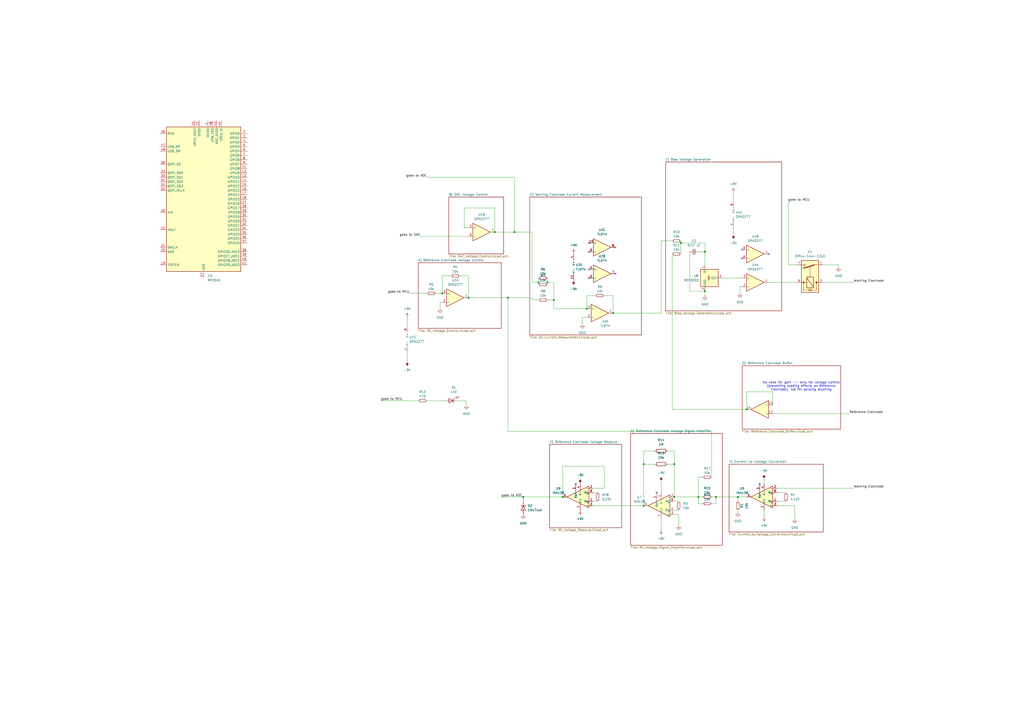
<source format=kicad_sch>
(kicad_sch
	(version 20231120)
	(generator "eeschema")
	(generator_version "8.0")
	(uuid "8af48e5e-159e-4779-a191-f11ba6d6b813")
	(paper "A2")
	(lib_symbols
		(symbol "Amplifier_Instrumentation:INA128"
			(pin_names
				(offset 0.127)
			)
			(exclude_from_sim no)
			(in_bom yes)
			(on_board yes)
			(property "Reference" "U"
				(at 3.81 3.175 0)
				(effects
					(font
						(size 1.27 1.27)
					)
					(justify left)
				)
			)
			(property "Value" "INA128"
				(at 3.81 -3.175 0)
				(effects
					(font
						(size 1.27 1.27)
					)
					(justify left)
				)
			)
			(property "Footprint" ""
				(at 2.54 0 0)
				(effects
					(font
						(size 1.27 1.27)
					)
					(hide yes)
				)
			)
			(property "Datasheet" "http://www.ti.com/lit/ds/symlink/ina128.pdf"
				(at 2.54 0 0)
				(effects
					(font
						(size 1.27 1.27)
					)
					(hide yes)
				)
			)
			(property "Description" "Precision, Low Power Instrumentation Amplifier G = 1 + 50kOhm/Rg, DIP-8/SOIC-8"
				(at 0 0 0)
				(effects
					(font
						(size 1.27 1.27)
					)
					(hide yes)
				)
			)
			(property "ki_keywords" "instrumentation opamp"
				(at 0 0 0)
				(effects
					(font
						(size 1.27 1.27)
					)
					(hide yes)
				)
			)
			(property "ki_fp_filters" "DIP*W7.62mm* SOIC*P1.27mm*"
				(at 0 0 0)
				(effects
					(font
						(size 1.27 1.27)
					)
					(hide yes)
				)
			)
			(symbol "INA128_0_1"
				(polyline
					(pts
						(xy 7.62 0) (xy -5.08 6.35) (xy -5.08 -6.35) (xy 7.62 0)
					)
					(stroke
						(width 0.254)
						(type default)
					)
					(fill
						(type background)
					)
				)
			)
			(symbol "INA128_1_1"
				(pin passive line
					(at -7.62 2.54 0)
					(length 2.54)
					(name "Rg"
						(effects
							(font
								(size 1.27 1.27)
							)
						)
					)
					(number "1"
						(effects
							(font
								(size 1.27 1.27)
							)
						)
					)
				)
				(pin input line
					(at -7.62 -5.08 0)
					(length 2.54)
					(name "-"
						(effects
							(font
								(size 1.27 1.27)
							)
						)
					)
					(number "2"
						(effects
							(font
								(size 1.27 1.27)
							)
						)
					)
				)
				(pin input line
					(at -7.62 5.08 0)
					(length 2.54)
					(name "+"
						(effects
							(font
								(size 1.27 1.27)
							)
						)
					)
					(number "3"
						(effects
							(font
								(size 1.27 1.27)
							)
						)
					)
				)
				(pin power_in line
					(at 0 -7.62 90)
					(length 3.81)
					(name "V-"
						(effects
							(font
								(size 1.27 1.27)
							)
						)
					)
					(number "4"
						(effects
							(font
								(size 1.27 1.27)
							)
						)
					)
				)
				(pin input line
					(at 2.54 -7.62 90)
					(length 5.08)
					(name "Ref"
						(effects
							(font
								(size 1.27 1.27)
							)
						)
					)
					(number "5"
						(effects
							(font
								(size 1.27 1.27)
							)
						)
					)
				)
				(pin output line
					(at 10.16 0 180)
					(length 2.54)
					(name "~"
						(effects
							(font
								(size 1.27 1.27)
							)
						)
					)
					(number "6"
						(effects
							(font
								(size 1.27 1.27)
							)
						)
					)
				)
				(pin power_in line
					(at 0 7.62 270)
					(length 3.81)
					(name "V+"
						(effects
							(font
								(size 1.27 1.27)
							)
						)
					)
					(number "7"
						(effects
							(font
								(size 1.27 1.27)
							)
						)
					)
				)
				(pin passive line
					(at -7.62 -2.54 0)
					(length 2.54)
					(name "Rg"
						(effects
							(font
								(size 1.27 1.27)
							)
						)
					)
					(number "8"
						(effects
							(font
								(size 1.27 1.27)
							)
						)
					)
				)
			)
		)
		(symbol "Amplifier_Operational:OPA2277"
			(pin_names
				(offset 0.127)
			)
			(exclude_from_sim no)
			(in_bom yes)
			(on_board yes)
			(property "Reference" "U"
				(at 0 5.08 0)
				(effects
					(font
						(size 1.27 1.27)
					)
					(justify left)
				)
			)
			(property "Value" "OPA2277"
				(at 0 -5.08 0)
				(effects
					(font
						(size 1.27 1.27)
					)
					(justify left)
				)
			)
			(property "Footprint" ""
				(at 0 0 0)
				(effects
					(font
						(size 1.27 1.27)
					)
					(hide yes)
				)
			)
			(property "Datasheet" "https://www.ti.com/lit/ds/symlink/opa2277.pdf"
				(at 0 0 0)
				(effects
					(font
						(size 1.27 1.27)
					)
					(hide yes)
				)
			)
			(property "Description" "Dual High Precision Operational Amplifiers, DIP-8/SOIC-8"
				(at 0 0 0)
				(effects
					(font
						(size 1.27 1.27)
					)
					(hide yes)
				)
			)
			(property "ki_locked" ""
				(at 0 0 0)
				(effects
					(font
						(size 1.27 1.27)
					)
				)
			)
			(property "ki_keywords" "dual opamp"
				(at 0 0 0)
				(effects
					(font
						(size 1.27 1.27)
					)
					(hide yes)
				)
			)
			(property "ki_fp_filters" "SOIC*3.9x4.9mm*P1.27mm* DIP*W7.62mm* TO*99* OnSemi*Micro8* TSSOP*3x3mm*P0.65mm* TSSOP*4.4x3mm*P0.65mm* MSOP*3x3mm*P0.65mm* SSOP*3.9x4.9mm*P0.635mm* LFCSP*2x2mm*P0.5mm* *SIP* SOIC*5.3x6.2mm*P1.27mm*"
				(at 0 0 0)
				(effects
					(font
						(size 1.27 1.27)
					)
					(hide yes)
				)
			)
			(symbol "OPA2277_1_1"
				(polyline
					(pts
						(xy -5.08 5.08) (xy 5.08 0) (xy -5.08 -5.08) (xy -5.08 5.08)
					)
					(stroke
						(width 0.254)
						(type default)
					)
					(fill
						(type background)
					)
				)
				(pin output line
					(at 7.62 0 180)
					(length 2.54)
					(name "~"
						(effects
							(font
								(size 1.27 1.27)
							)
						)
					)
					(number "1"
						(effects
							(font
								(size 1.27 1.27)
							)
						)
					)
				)
				(pin input line
					(at -7.62 -2.54 0)
					(length 2.54)
					(name "-"
						(effects
							(font
								(size 1.27 1.27)
							)
						)
					)
					(number "2"
						(effects
							(font
								(size 1.27 1.27)
							)
						)
					)
				)
				(pin input line
					(at -7.62 2.54 0)
					(length 2.54)
					(name "+"
						(effects
							(font
								(size 1.27 1.27)
							)
						)
					)
					(number "3"
						(effects
							(font
								(size 1.27 1.27)
							)
						)
					)
				)
			)
			(symbol "OPA2277_2_1"
				(polyline
					(pts
						(xy -5.08 5.08) (xy 5.08 0) (xy -5.08 -5.08) (xy -5.08 5.08)
					)
					(stroke
						(width 0.254)
						(type default)
					)
					(fill
						(type background)
					)
				)
				(pin input line
					(at -7.62 2.54 0)
					(length 2.54)
					(name "+"
						(effects
							(font
								(size 1.27 1.27)
							)
						)
					)
					(number "5"
						(effects
							(font
								(size 1.27 1.27)
							)
						)
					)
				)
				(pin input line
					(at -7.62 -2.54 0)
					(length 2.54)
					(name "-"
						(effects
							(font
								(size 1.27 1.27)
							)
						)
					)
					(number "6"
						(effects
							(font
								(size 1.27 1.27)
							)
						)
					)
				)
				(pin output line
					(at 7.62 0 180)
					(length 2.54)
					(name "~"
						(effects
							(font
								(size 1.27 1.27)
							)
						)
					)
					(number "7"
						(effects
							(font
								(size 1.27 1.27)
							)
						)
					)
				)
			)
			(symbol "OPA2277_3_1"
				(pin power_in line
					(at -2.54 -7.62 90)
					(length 3.81)
					(name "V-"
						(effects
							(font
								(size 1.27 1.27)
							)
						)
					)
					(number "4"
						(effects
							(font
								(size 1.27 1.27)
							)
						)
					)
				)
				(pin power_in line
					(at -2.54 7.62 270)
					(length 3.81)
					(name "V+"
						(effects
							(font
								(size 1.27 1.27)
							)
						)
					)
					(number "8"
						(effects
							(font
								(size 1.27 1.27)
							)
						)
					)
				)
			)
		)
		(symbol "Amplifier_Operational:TL074"
			(pin_names
				(offset 0.127)
			)
			(exclude_from_sim no)
			(in_bom yes)
			(on_board yes)
			(property "Reference" "U"
				(at 0 5.08 0)
				(effects
					(font
						(size 1.27 1.27)
					)
					(justify left)
				)
			)
			(property "Value" "TL074"
				(at 0 -5.08 0)
				(effects
					(font
						(size 1.27 1.27)
					)
					(justify left)
				)
			)
			(property "Footprint" ""
				(at -1.27 2.54 0)
				(effects
					(font
						(size 1.27 1.27)
					)
					(hide yes)
				)
			)
			(property "Datasheet" "http://www.ti.com/lit/ds/symlink/tl071.pdf"
				(at 1.27 5.08 0)
				(effects
					(font
						(size 1.27 1.27)
					)
					(hide yes)
				)
			)
			(property "Description" "Quad Low-Noise JFET-Input Operational Amplifiers, DIP-14/SOIC-14"
				(at 0 0 0)
				(effects
					(font
						(size 1.27 1.27)
					)
					(hide yes)
				)
			)
			(property "ki_locked" ""
				(at 0 0 0)
				(effects
					(font
						(size 1.27 1.27)
					)
				)
			)
			(property "ki_keywords" "quad opamp"
				(at 0 0 0)
				(effects
					(font
						(size 1.27 1.27)
					)
					(hide yes)
				)
			)
			(property "ki_fp_filters" "SOIC*3.9x8.7mm*P1.27mm* DIP*W7.62mm* TSSOP*4.4x5mm*P0.65mm* SSOP*5.3x6.2mm*P0.65mm* MSOP*3x3mm*P0.5mm*"
				(at 0 0 0)
				(effects
					(font
						(size 1.27 1.27)
					)
					(hide yes)
				)
			)
			(symbol "TL074_1_1"
				(polyline
					(pts
						(xy -5.08 5.08) (xy 5.08 0) (xy -5.08 -5.08) (xy -5.08 5.08)
					)
					(stroke
						(width 0.254)
						(type default)
					)
					(fill
						(type background)
					)
				)
				(pin output line
					(at 7.62 0 180)
					(length 2.54)
					(name "~"
						(effects
							(font
								(size 1.27 1.27)
							)
						)
					)
					(number "1"
						(effects
							(font
								(size 1.27 1.27)
							)
						)
					)
				)
				(pin input line
					(at -7.62 -2.54 0)
					(length 2.54)
					(name "-"
						(effects
							(font
								(size 1.27 1.27)
							)
						)
					)
					(number "2"
						(effects
							(font
								(size 1.27 1.27)
							)
						)
					)
				)
				(pin input line
					(at -7.62 2.54 0)
					(length 2.54)
					(name "+"
						(effects
							(font
								(size 1.27 1.27)
							)
						)
					)
					(number "3"
						(effects
							(font
								(size 1.27 1.27)
							)
						)
					)
				)
			)
			(symbol "TL074_2_1"
				(polyline
					(pts
						(xy -5.08 5.08) (xy 5.08 0) (xy -5.08 -5.08) (xy -5.08 5.08)
					)
					(stroke
						(width 0.254)
						(type default)
					)
					(fill
						(type background)
					)
				)
				(pin input line
					(at -7.62 2.54 0)
					(length 2.54)
					(name "+"
						(effects
							(font
								(size 1.27 1.27)
							)
						)
					)
					(number "5"
						(effects
							(font
								(size 1.27 1.27)
							)
						)
					)
				)
				(pin input line
					(at -7.62 -2.54 0)
					(length 2.54)
					(name "-"
						(effects
							(font
								(size 1.27 1.27)
							)
						)
					)
					(number "6"
						(effects
							(font
								(size 1.27 1.27)
							)
						)
					)
				)
				(pin output line
					(at 7.62 0 180)
					(length 2.54)
					(name "~"
						(effects
							(font
								(size 1.27 1.27)
							)
						)
					)
					(number "7"
						(effects
							(font
								(size 1.27 1.27)
							)
						)
					)
				)
			)
			(symbol "TL074_3_1"
				(polyline
					(pts
						(xy -5.08 5.08) (xy 5.08 0) (xy -5.08 -5.08) (xy -5.08 5.08)
					)
					(stroke
						(width 0.254)
						(type default)
					)
					(fill
						(type background)
					)
				)
				(pin input line
					(at -7.62 2.54 0)
					(length 2.54)
					(name "+"
						(effects
							(font
								(size 1.27 1.27)
							)
						)
					)
					(number "10"
						(effects
							(font
								(size 1.27 1.27)
							)
						)
					)
				)
				(pin output line
					(at 7.62 0 180)
					(length 2.54)
					(name "~"
						(effects
							(font
								(size 1.27 1.27)
							)
						)
					)
					(number "8"
						(effects
							(font
								(size 1.27 1.27)
							)
						)
					)
				)
				(pin input line
					(at -7.62 -2.54 0)
					(length 2.54)
					(name "-"
						(effects
							(font
								(size 1.27 1.27)
							)
						)
					)
					(number "9"
						(effects
							(font
								(size 1.27 1.27)
							)
						)
					)
				)
			)
			(symbol "TL074_4_1"
				(polyline
					(pts
						(xy -5.08 5.08) (xy 5.08 0) (xy -5.08 -5.08) (xy -5.08 5.08)
					)
					(stroke
						(width 0.254)
						(type default)
					)
					(fill
						(type background)
					)
				)
				(pin input line
					(at -7.62 2.54 0)
					(length 2.54)
					(name "+"
						(effects
							(font
								(size 1.27 1.27)
							)
						)
					)
					(number "12"
						(effects
							(font
								(size 1.27 1.27)
							)
						)
					)
				)
				(pin input line
					(at -7.62 -2.54 0)
					(length 2.54)
					(name "-"
						(effects
							(font
								(size 1.27 1.27)
							)
						)
					)
					(number "13"
						(effects
							(font
								(size 1.27 1.27)
							)
						)
					)
				)
				(pin output line
					(at 7.62 0 180)
					(length 2.54)
					(name "~"
						(effects
							(font
								(size 1.27 1.27)
							)
						)
					)
					(number "14"
						(effects
							(font
								(size 1.27 1.27)
							)
						)
					)
				)
			)
			(symbol "TL074_5_1"
				(pin power_in line
					(at -2.54 -7.62 90)
					(length 3.81)
					(name "V-"
						(effects
							(font
								(size 1.27 1.27)
							)
						)
					)
					(number "11"
						(effects
							(font
								(size 1.27 1.27)
							)
						)
					)
				)
				(pin power_in line
					(at -2.54 7.62 270)
					(length 3.81)
					(name "V+"
						(effects
							(font
								(size 1.27 1.27)
							)
						)
					)
					(number "4"
						(effects
							(font
								(size 1.27 1.27)
							)
						)
					)
				)
			)
		)
		(symbol "Device:C_Small"
			(pin_numbers hide)
			(pin_names
				(offset 0.254) hide)
			(exclude_from_sim no)
			(in_bom yes)
			(on_board yes)
			(property "Reference" "C"
				(at 0.254 1.778 0)
				(effects
					(font
						(size 1.27 1.27)
					)
					(justify left)
				)
			)
			(property "Value" "C_Small"
				(at 0.254 -2.032 0)
				(effects
					(font
						(size 1.27 1.27)
					)
					(justify left)
				)
			)
			(property "Footprint" ""
				(at 0 0 0)
				(effects
					(font
						(size 1.27 1.27)
					)
					(hide yes)
				)
			)
			(property "Datasheet" "~"
				(at 0 0 0)
				(effects
					(font
						(size 1.27 1.27)
					)
					(hide yes)
				)
			)
			(property "Description" "Unpolarized capacitor, small symbol"
				(at 0 0 0)
				(effects
					(font
						(size 1.27 1.27)
					)
					(hide yes)
				)
			)
			(property "ki_keywords" "capacitor cap"
				(at 0 0 0)
				(effects
					(font
						(size 1.27 1.27)
					)
					(hide yes)
				)
			)
			(property "ki_fp_filters" "C_*"
				(at 0 0 0)
				(effects
					(font
						(size 1.27 1.27)
					)
					(hide yes)
				)
			)
			(symbol "C_Small_0_1"
				(polyline
					(pts
						(xy -1.524 -0.508) (xy 1.524 -0.508)
					)
					(stroke
						(width 0.3302)
						(type default)
					)
					(fill
						(type none)
					)
				)
				(polyline
					(pts
						(xy -1.524 0.508) (xy 1.524 0.508)
					)
					(stroke
						(width 0.3048)
						(type default)
					)
					(fill
						(type none)
					)
				)
			)
			(symbol "C_Small_1_1"
				(pin passive line
					(at 0 2.54 270)
					(length 2.032)
					(name "~"
						(effects
							(font
								(size 1.27 1.27)
							)
						)
					)
					(number "1"
						(effects
							(font
								(size 1.27 1.27)
							)
						)
					)
				)
				(pin passive line
					(at 0 -2.54 90)
					(length 2.032)
					(name "~"
						(effects
							(font
								(size 1.27 1.27)
							)
						)
					)
					(number "2"
						(effects
							(font
								(size 1.27 1.27)
							)
						)
					)
				)
			)
		)
		(symbol "Device:LED"
			(pin_numbers hide)
			(pin_names
				(offset 1.016) hide)
			(exclude_from_sim no)
			(in_bom yes)
			(on_board yes)
			(property "Reference" "D"
				(at 0 2.54 0)
				(effects
					(font
						(size 1.27 1.27)
					)
				)
			)
			(property "Value" "LED"
				(at 0 -2.54 0)
				(effects
					(font
						(size 1.27 1.27)
					)
				)
			)
			(property "Footprint" ""
				(at 0 0 0)
				(effects
					(font
						(size 1.27 1.27)
					)
					(hide yes)
				)
			)
			(property "Datasheet" "~"
				(at 0 0 0)
				(effects
					(font
						(size 1.27 1.27)
					)
					(hide yes)
				)
			)
			(property "Description" "Light emitting diode"
				(at 0 0 0)
				(effects
					(font
						(size 1.27 1.27)
					)
					(hide yes)
				)
			)
			(property "ki_keywords" "LED diode"
				(at 0 0 0)
				(effects
					(font
						(size 1.27 1.27)
					)
					(hide yes)
				)
			)
			(property "ki_fp_filters" "LED* LED_SMD:* LED_THT:*"
				(at 0 0 0)
				(effects
					(font
						(size 1.27 1.27)
					)
					(hide yes)
				)
			)
			(symbol "LED_0_1"
				(polyline
					(pts
						(xy -1.27 -1.27) (xy -1.27 1.27)
					)
					(stroke
						(width 0.254)
						(type default)
					)
					(fill
						(type none)
					)
				)
				(polyline
					(pts
						(xy -1.27 0) (xy 1.27 0)
					)
					(stroke
						(width 0)
						(type default)
					)
					(fill
						(type none)
					)
				)
				(polyline
					(pts
						(xy 1.27 -1.27) (xy 1.27 1.27) (xy -1.27 0) (xy 1.27 -1.27)
					)
					(stroke
						(width 0.254)
						(type default)
					)
					(fill
						(type none)
					)
				)
				(polyline
					(pts
						(xy -3.048 -0.762) (xy -4.572 -2.286) (xy -3.81 -2.286) (xy -4.572 -2.286) (xy -4.572 -1.524)
					)
					(stroke
						(width 0)
						(type default)
					)
					(fill
						(type none)
					)
				)
				(polyline
					(pts
						(xy -1.778 -0.762) (xy -3.302 -2.286) (xy -2.54 -2.286) (xy -3.302 -2.286) (xy -3.302 -1.524)
					)
					(stroke
						(width 0)
						(type default)
					)
					(fill
						(type none)
					)
				)
			)
			(symbol "LED_1_1"
				(pin passive line
					(at -3.81 0 0)
					(length 2.54)
					(name "K"
						(effects
							(font
								(size 1.27 1.27)
							)
						)
					)
					(number "1"
						(effects
							(font
								(size 1.27 1.27)
							)
						)
					)
				)
				(pin passive line
					(at 3.81 0 180)
					(length 2.54)
					(name "A"
						(effects
							(font
								(size 1.27 1.27)
							)
						)
					)
					(number "2"
						(effects
							(font
								(size 1.27 1.27)
							)
						)
					)
				)
			)
		)
		(symbol "Device:R"
			(pin_numbers hide)
			(pin_names
				(offset 0)
			)
			(exclude_from_sim no)
			(in_bom yes)
			(on_board yes)
			(property "Reference" "R"
				(at 2.032 0 90)
				(effects
					(font
						(size 1.27 1.27)
					)
				)
			)
			(property "Value" "R"
				(at 0 0 90)
				(effects
					(font
						(size 1.27 1.27)
					)
				)
			)
			(property "Footprint" ""
				(at -1.778 0 90)
				(effects
					(font
						(size 1.27 1.27)
					)
					(hide yes)
				)
			)
			(property "Datasheet" "~"
				(at 0 0 0)
				(effects
					(font
						(size 1.27 1.27)
					)
					(hide yes)
				)
			)
			(property "Description" "Resistor"
				(at 0 0 0)
				(effects
					(font
						(size 1.27 1.27)
					)
					(hide yes)
				)
			)
			(property "ki_keywords" "R res resistor"
				(at 0 0 0)
				(effects
					(font
						(size 1.27 1.27)
					)
					(hide yes)
				)
			)
			(property "ki_fp_filters" "R_*"
				(at 0 0 0)
				(effects
					(font
						(size 1.27 1.27)
					)
					(hide yes)
				)
			)
			(symbol "R_0_1"
				(rectangle
					(start -1.016 -2.54)
					(end 1.016 2.54)
					(stroke
						(width 0.254)
						(type default)
					)
					(fill
						(type none)
					)
				)
			)
			(symbol "R_1_1"
				(pin passive line
					(at 0 3.81 270)
					(length 1.27)
					(name "~"
						(effects
							(font
								(size 1.27 1.27)
							)
						)
					)
					(number "1"
						(effects
							(font
								(size 1.27 1.27)
							)
						)
					)
				)
				(pin passive line
					(at 0 -3.81 90)
					(length 1.27)
					(name "~"
						(effects
							(font
								(size 1.27 1.27)
							)
						)
					)
					(number "2"
						(effects
							(font
								(size 1.27 1.27)
							)
						)
					)
				)
			)
		)
		(symbol "Device:R_Small"
			(pin_numbers hide)
			(pin_names
				(offset 0.254) hide)
			(exclude_from_sim no)
			(in_bom yes)
			(on_board yes)
			(property "Reference" "R"
				(at 0.762 0.508 0)
				(effects
					(font
						(size 1.27 1.27)
					)
					(justify left)
				)
			)
			(property "Value" "R_Small"
				(at 0.762 -1.016 0)
				(effects
					(font
						(size 1.27 1.27)
					)
					(justify left)
				)
			)
			(property "Footprint" ""
				(at 0 0 0)
				(effects
					(font
						(size 1.27 1.27)
					)
					(hide yes)
				)
			)
			(property "Datasheet" "~"
				(at 0 0 0)
				(effects
					(font
						(size 1.27 1.27)
					)
					(hide yes)
				)
			)
			(property "Description" "Resistor, small symbol"
				(at 0 0 0)
				(effects
					(font
						(size 1.27 1.27)
					)
					(hide yes)
				)
			)
			(property "ki_keywords" "R resistor"
				(at 0 0 0)
				(effects
					(font
						(size 1.27 1.27)
					)
					(hide yes)
				)
			)
			(property "ki_fp_filters" "R_*"
				(at 0 0 0)
				(effects
					(font
						(size 1.27 1.27)
					)
					(hide yes)
				)
			)
			(symbol "R_Small_0_1"
				(rectangle
					(start -0.762 1.778)
					(end 0.762 -1.778)
					(stroke
						(width 0.2032)
						(type default)
					)
					(fill
						(type none)
					)
				)
			)
			(symbol "R_Small_1_1"
				(pin passive line
					(at 0 2.54 270)
					(length 0.762)
					(name "~"
						(effects
							(font
								(size 1.27 1.27)
							)
						)
					)
					(number "1"
						(effects
							(font
								(size 1.27 1.27)
							)
						)
					)
				)
				(pin passive line
					(at 0 -2.54 90)
					(length 0.762)
					(name "~"
						(effects
							(font
								(size 1.27 1.27)
							)
						)
					)
					(number "2"
						(effects
							(font
								(size 1.27 1.27)
							)
						)
					)
				)
			)
		)
		(symbol "Diode:1N47xxA"
			(pin_numbers hide)
			(pin_names hide)
			(exclude_from_sim no)
			(in_bom yes)
			(on_board yes)
			(property "Reference" "D"
				(at 0 2.54 0)
				(effects
					(font
						(size 1.27 1.27)
					)
				)
			)
			(property "Value" "1N47xxA"
				(at 0 -2.54 0)
				(effects
					(font
						(size 1.27 1.27)
					)
				)
			)
			(property "Footprint" "Diode_THT:D_DO-41_SOD81_P10.16mm_Horizontal"
				(at 0 -4.445 0)
				(effects
					(font
						(size 1.27 1.27)
					)
					(hide yes)
				)
			)
			(property "Datasheet" "https://www.vishay.com/docs/85816/1n4728a.pdf"
				(at 0 0 0)
				(effects
					(font
						(size 1.27 1.27)
					)
					(hide yes)
				)
			)
			(property "Description" "1300mW Silicon planar power Zener diodes, DO-41"
				(at 0 0 0)
				(effects
					(font
						(size 1.27 1.27)
					)
					(hide yes)
				)
			)
			(property "ki_keywords" "zener diode"
				(at 0 0 0)
				(effects
					(font
						(size 1.27 1.27)
					)
					(hide yes)
				)
			)
			(property "ki_fp_filters" "D*DO?41*"
				(at 0 0 0)
				(effects
					(font
						(size 1.27 1.27)
					)
					(hide yes)
				)
			)
			(symbol "1N47xxA_0_1"
				(polyline
					(pts
						(xy 1.27 0) (xy -1.27 0)
					)
					(stroke
						(width 0)
						(type default)
					)
					(fill
						(type none)
					)
				)
				(polyline
					(pts
						(xy -1.27 -1.27) (xy -1.27 1.27) (xy -0.762 1.27)
					)
					(stroke
						(width 0.254)
						(type default)
					)
					(fill
						(type none)
					)
				)
				(polyline
					(pts
						(xy 1.27 -1.27) (xy 1.27 1.27) (xy -1.27 0) (xy 1.27 -1.27)
					)
					(stroke
						(width 0.254)
						(type default)
					)
					(fill
						(type none)
					)
				)
			)
			(symbol "1N47xxA_1_1"
				(pin passive line
					(at -3.81 0 0)
					(length 2.54)
					(name "K"
						(effects
							(font
								(size 1.27 1.27)
							)
						)
					)
					(number "1"
						(effects
							(font
								(size 1.27 1.27)
							)
						)
					)
				)
				(pin passive line
					(at 3.81 0 180)
					(length 2.54)
					(name "A"
						(effects
							(font
								(size 1.27 1.27)
							)
						)
					)
					(number "2"
						(effects
							(font
								(size 1.27 1.27)
							)
						)
					)
				)
			)
		)
		(symbol "MCU_RaspberryPi:RP2040"
			(exclude_from_sim no)
			(in_bom yes)
			(on_board yes)
			(property "Reference" "U"
				(at 17.78 45.72 0)
				(effects
					(font
						(size 1.27 1.27)
					)
				)
			)
			(property "Value" "RP2040"
				(at 17.78 43.18 0)
				(effects
					(font
						(size 1.27 1.27)
					)
				)
			)
			(property "Footprint" "Package_DFN_QFN:QFN-56-1EP_7x7mm_P0.4mm_EP3.2x3.2mm"
				(at 0 0 0)
				(effects
					(font
						(size 1.27 1.27)
					)
					(hide yes)
				)
			)
			(property "Datasheet" "https://datasheets.raspberrypi.com/rp2040/rp2040-datasheet.pdf"
				(at 0 0 0)
				(effects
					(font
						(size 1.27 1.27)
					)
					(hide yes)
				)
			)
			(property "Description" "A microcontroller by Raspberry Pi"
				(at 0 0 0)
				(effects
					(font
						(size 1.27 1.27)
					)
					(hide yes)
				)
			)
			(property "ki_keywords" "RP2040 ARM Cortex-M0+ USB"
				(at 0 0 0)
				(effects
					(font
						(size 1.27 1.27)
					)
					(hide yes)
				)
			)
			(property "ki_fp_filters" "QFN*1EP*7x7mm?P0.4mm*"
				(at 0 0 0)
				(effects
					(font
						(size 1.27 1.27)
					)
					(hide yes)
				)
			)
			(symbol "RP2040_0_1"
				(rectangle
					(start -21.59 41.91)
					(end 21.59 -41.91)
					(stroke
						(width 0.254)
						(type default)
					)
					(fill
						(type background)
					)
				)
			)
			(symbol "RP2040_1_1"
				(pin power_in line
					(at 2.54 45.72 270)
					(length 3.81)
					(name "IOVDD"
						(effects
							(font
								(size 1.27 1.27)
							)
						)
					)
					(number "1"
						(effects
							(font
								(size 1.27 1.27)
							)
						)
					)
				)
				(pin passive line
					(at 2.54 45.72 270)
					(length 3.81) hide
					(name "IOVDD"
						(effects
							(font
								(size 1.27 1.27)
							)
						)
					)
					(number "10"
						(effects
							(font
								(size 1.27 1.27)
							)
						)
					)
				)
				(pin bidirectional line
					(at 25.4 17.78 180)
					(length 3.81)
					(name "GPIO8"
						(effects
							(font
								(size 1.27 1.27)
							)
						)
					)
					(number "11"
						(effects
							(font
								(size 1.27 1.27)
							)
						)
					)
				)
				(pin bidirectional line
					(at 25.4 15.24 180)
					(length 3.81)
					(name "GPIO9"
						(effects
							(font
								(size 1.27 1.27)
							)
						)
					)
					(number "12"
						(effects
							(font
								(size 1.27 1.27)
							)
						)
					)
				)
				(pin bidirectional line
					(at 25.4 12.7 180)
					(length 3.81)
					(name "GPIO10"
						(effects
							(font
								(size 1.27 1.27)
							)
						)
					)
					(number "13"
						(effects
							(font
								(size 1.27 1.27)
							)
						)
					)
				)
				(pin bidirectional line
					(at 25.4 10.16 180)
					(length 3.81)
					(name "GPIO11"
						(effects
							(font
								(size 1.27 1.27)
							)
						)
					)
					(number "14"
						(effects
							(font
								(size 1.27 1.27)
							)
						)
					)
				)
				(pin bidirectional line
					(at 25.4 7.62 180)
					(length 3.81)
					(name "GPIO12"
						(effects
							(font
								(size 1.27 1.27)
							)
						)
					)
					(number "15"
						(effects
							(font
								(size 1.27 1.27)
							)
						)
					)
				)
				(pin bidirectional line
					(at 25.4 5.08 180)
					(length 3.81)
					(name "GPIO13"
						(effects
							(font
								(size 1.27 1.27)
							)
						)
					)
					(number "16"
						(effects
							(font
								(size 1.27 1.27)
							)
						)
					)
				)
				(pin bidirectional line
					(at 25.4 2.54 180)
					(length 3.81)
					(name "GPIO14"
						(effects
							(font
								(size 1.27 1.27)
							)
						)
					)
					(number "17"
						(effects
							(font
								(size 1.27 1.27)
							)
						)
					)
				)
				(pin bidirectional line
					(at 25.4 0 180)
					(length 3.81)
					(name "GPIO15"
						(effects
							(font
								(size 1.27 1.27)
							)
						)
					)
					(number "18"
						(effects
							(font
								(size 1.27 1.27)
							)
						)
					)
				)
				(pin input line
					(at -25.4 -38.1 0)
					(length 3.81)
					(name "TESTEN"
						(effects
							(font
								(size 1.27 1.27)
							)
						)
					)
					(number "19"
						(effects
							(font
								(size 1.27 1.27)
							)
						)
					)
				)
				(pin bidirectional line
					(at 25.4 38.1 180)
					(length 3.81)
					(name "GPIO0"
						(effects
							(font
								(size 1.27 1.27)
							)
						)
					)
					(number "2"
						(effects
							(font
								(size 1.27 1.27)
							)
						)
					)
				)
				(pin input line
					(at -25.4 -7.62 0)
					(length 3.81)
					(name "XIN"
						(effects
							(font
								(size 1.27 1.27)
							)
						)
					)
					(number "20"
						(effects
							(font
								(size 1.27 1.27)
							)
						)
					)
				)
				(pin passive line
					(at -25.4 -17.78 0)
					(length 3.81)
					(name "XOUT"
						(effects
							(font
								(size 1.27 1.27)
							)
						)
					)
					(number "21"
						(effects
							(font
								(size 1.27 1.27)
							)
						)
					)
				)
				(pin passive line
					(at 2.54 45.72 270)
					(length 3.81) hide
					(name "IOVDD"
						(effects
							(font
								(size 1.27 1.27)
							)
						)
					)
					(number "22"
						(effects
							(font
								(size 1.27 1.27)
							)
						)
					)
				)
				(pin power_in line
					(at -2.54 45.72 270)
					(length 3.81)
					(name "DVDD"
						(effects
							(font
								(size 1.27 1.27)
							)
						)
					)
					(number "23"
						(effects
							(font
								(size 1.27 1.27)
							)
						)
					)
				)
				(pin input line
					(at -25.4 -27.94 0)
					(length 3.81)
					(name "SWCLK"
						(effects
							(font
								(size 1.27 1.27)
							)
						)
					)
					(number "24"
						(effects
							(font
								(size 1.27 1.27)
							)
						)
					)
				)
				(pin bidirectional line
					(at -25.4 -30.48 0)
					(length 3.81)
					(name "SWD"
						(effects
							(font
								(size 1.27 1.27)
							)
						)
					)
					(number "25"
						(effects
							(font
								(size 1.27 1.27)
							)
						)
					)
				)
				(pin input line
					(at -25.4 38.1 0)
					(length 3.81)
					(name "RUN"
						(effects
							(font
								(size 1.27 1.27)
							)
						)
					)
					(number "26"
						(effects
							(font
								(size 1.27 1.27)
							)
						)
					)
				)
				(pin bidirectional line
					(at 25.4 -2.54 180)
					(length 3.81)
					(name "GPIO16"
						(effects
							(font
								(size 1.27 1.27)
							)
						)
					)
					(number "27"
						(effects
							(font
								(size 1.27 1.27)
							)
						)
					)
				)
				(pin bidirectional line
					(at 25.4 -5.08 180)
					(length 3.81)
					(name "GPIO17"
						(effects
							(font
								(size 1.27 1.27)
							)
						)
					)
					(number "28"
						(effects
							(font
								(size 1.27 1.27)
							)
						)
					)
				)
				(pin bidirectional line
					(at 25.4 -7.62 180)
					(length 3.81)
					(name "GPIO18"
						(effects
							(font
								(size 1.27 1.27)
							)
						)
					)
					(number "29"
						(effects
							(font
								(size 1.27 1.27)
							)
						)
					)
				)
				(pin bidirectional line
					(at 25.4 35.56 180)
					(length 3.81)
					(name "GPIO1"
						(effects
							(font
								(size 1.27 1.27)
							)
						)
					)
					(number "3"
						(effects
							(font
								(size 1.27 1.27)
							)
						)
					)
				)
				(pin bidirectional line
					(at 25.4 -10.16 180)
					(length 3.81)
					(name "GPIO19"
						(effects
							(font
								(size 1.27 1.27)
							)
						)
					)
					(number "30"
						(effects
							(font
								(size 1.27 1.27)
							)
						)
					)
				)
				(pin bidirectional line
					(at 25.4 -12.7 180)
					(length 3.81)
					(name "GPIO20"
						(effects
							(font
								(size 1.27 1.27)
							)
						)
					)
					(number "31"
						(effects
							(font
								(size 1.27 1.27)
							)
						)
					)
				)
				(pin bidirectional line
					(at 25.4 -15.24 180)
					(length 3.81)
					(name "GPIO21"
						(effects
							(font
								(size 1.27 1.27)
							)
						)
					)
					(number "32"
						(effects
							(font
								(size 1.27 1.27)
							)
						)
					)
				)
				(pin passive line
					(at 2.54 45.72 270)
					(length 3.81) hide
					(name "IOVDD"
						(effects
							(font
								(size 1.27 1.27)
							)
						)
					)
					(number "33"
						(effects
							(font
								(size 1.27 1.27)
							)
						)
					)
				)
				(pin bidirectional line
					(at 25.4 -17.78 180)
					(length 3.81)
					(name "GPIO22"
						(effects
							(font
								(size 1.27 1.27)
							)
						)
					)
					(number "34"
						(effects
							(font
								(size 1.27 1.27)
							)
						)
					)
				)
				(pin bidirectional line
					(at 25.4 -20.32 180)
					(length 3.81)
					(name "GPIO23"
						(effects
							(font
								(size 1.27 1.27)
							)
						)
					)
					(number "35"
						(effects
							(font
								(size 1.27 1.27)
							)
						)
					)
				)
				(pin bidirectional line
					(at 25.4 -22.86 180)
					(length 3.81)
					(name "GPIO24"
						(effects
							(font
								(size 1.27 1.27)
							)
						)
					)
					(number "36"
						(effects
							(font
								(size 1.27 1.27)
							)
						)
					)
				)
				(pin bidirectional line
					(at 25.4 -25.4 180)
					(length 3.81)
					(name "GPIO25"
						(effects
							(font
								(size 1.27 1.27)
							)
						)
					)
					(number "37"
						(effects
							(font
								(size 1.27 1.27)
							)
						)
					)
				)
				(pin bidirectional line
					(at 25.4 -30.48 180)
					(length 3.81)
					(name "GPIO26_ADC0"
						(effects
							(font
								(size 1.27 1.27)
							)
						)
					)
					(number "38"
						(effects
							(font
								(size 1.27 1.27)
							)
						)
					)
				)
				(pin bidirectional line
					(at 25.4 -33.02 180)
					(length 3.81)
					(name "GPIO27_ADC1"
						(effects
							(font
								(size 1.27 1.27)
							)
						)
					)
					(number "39"
						(effects
							(font
								(size 1.27 1.27)
							)
						)
					)
				)
				(pin bidirectional line
					(at 25.4 33.02 180)
					(length 3.81)
					(name "GPIO2"
						(effects
							(font
								(size 1.27 1.27)
							)
						)
					)
					(number "4"
						(effects
							(font
								(size 1.27 1.27)
							)
						)
					)
				)
				(pin bidirectional line
					(at 25.4 -35.56 180)
					(length 3.81)
					(name "GPIO28_ADC2"
						(effects
							(font
								(size 1.27 1.27)
							)
						)
					)
					(number "40"
						(effects
							(font
								(size 1.27 1.27)
							)
						)
					)
				)
				(pin bidirectional line
					(at 25.4 -38.1 180)
					(length 3.81)
					(name "GPIO29_ADC3"
						(effects
							(font
								(size 1.27 1.27)
							)
						)
					)
					(number "41"
						(effects
							(font
								(size 1.27 1.27)
							)
						)
					)
				)
				(pin passive line
					(at 2.54 45.72 270)
					(length 3.81) hide
					(name "IOVDD"
						(effects
							(font
								(size 1.27 1.27)
							)
						)
					)
					(number "42"
						(effects
							(font
								(size 1.27 1.27)
							)
						)
					)
				)
				(pin power_in line
					(at 7.62 45.72 270)
					(length 3.81)
					(name "ADC_AVDD"
						(effects
							(font
								(size 1.27 1.27)
							)
						)
					)
					(number "43"
						(effects
							(font
								(size 1.27 1.27)
							)
						)
					)
				)
				(pin power_in line
					(at 10.16 45.72 270)
					(length 3.81)
					(name "VREG_IN"
						(effects
							(font
								(size 1.27 1.27)
							)
						)
					)
					(number "44"
						(effects
							(font
								(size 1.27 1.27)
							)
						)
					)
				)
				(pin power_out line
					(at -5.08 45.72 270)
					(length 3.81)
					(name "VREG_VOUT"
						(effects
							(font
								(size 1.27 1.27)
							)
						)
					)
					(number "45"
						(effects
							(font
								(size 1.27 1.27)
							)
						)
					)
				)
				(pin bidirectional line
					(at -25.4 27.94 0)
					(length 3.81)
					(name "USB_DM"
						(effects
							(font
								(size 1.27 1.27)
							)
						)
					)
					(number "46"
						(effects
							(font
								(size 1.27 1.27)
							)
						)
					)
				)
				(pin bidirectional line
					(at -25.4 30.48 0)
					(length 3.81)
					(name "USB_DP"
						(effects
							(font
								(size 1.27 1.27)
							)
						)
					)
					(number "47"
						(effects
							(font
								(size 1.27 1.27)
							)
						)
					)
				)
				(pin power_in line
					(at 5.08 45.72 270)
					(length 3.81)
					(name "USB_VDD"
						(effects
							(font
								(size 1.27 1.27)
							)
						)
					)
					(number "48"
						(effects
							(font
								(size 1.27 1.27)
							)
						)
					)
				)
				(pin passive line
					(at 2.54 45.72 270)
					(length 3.81) hide
					(name "IOVDD"
						(effects
							(font
								(size 1.27 1.27)
							)
						)
					)
					(number "49"
						(effects
							(font
								(size 1.27 1.27)
							)
						)
					)
				)
				(pin bidirectional line
					(at 25.4 30.48 180)
					(length 3.81)
					(name "GPIO3"
						(effects
							(font
								(size 1.27 1.27)
							)
						)
					)
					(number "5"
						(effects
							(font
								(size 1.27 1.27)
							)
						)
					)
				)
				(pin passive line
					(at -2.54 45.72 270)
					(length 3.81) hide
					(name "DVDD"
						(effects
							(font
								(size 1.27 1.27)
							)
						)
					)
					(number "50"
						(effects
							(font
								(size 1.27 1.27)
							)
						)
					)
				)
				(pin bidirectional line
					(at -25.4 7.62 0)
					(length 3.81)
					(name "QSPI_SD3"
						(effects
							(font
								(size 1.27 1.27)
							)
						)
					)
					(number "51"
						(effects
							(font
								(size 1.27 1.27)
							)
						)
					)
				)
				(pin output line
					(at -25.4 5.08 0)
					(length 3.81)
					(name "QSPI_SCLK"
						(effects
							(font
								(size 1.27 1.27)
							)
						)
					)
					(number "52"
						(effects
							(font
								(size 1.27 1.27)
							)
						)
					)
				)
				(pin bidirectional line
					(at -25.4 15.24 0)
					(length 3.81)
					(name "QSPI_SD0"
						(effects
							(font
								(size 1.27 1.27)
							)
						)
					)
					(number "53"
						(effects
							(font
								(size 1.27 1.27)
							)
						)
					)
				)
				(pin bidirectional line
					(at -25.4 10.16 0)
					(length 3.81)
					(name "QSPI_SD2"
						(effects
							(font
								(size 1.27 1.27)
							)
						)
					)
					(number "54"
						(effects
							(font
								(size 1.27 1.27)
							)
						)
					)
				)
				(pin bidirectional line
					(at -25.4 12.7 0)
					(length 3.81)
					(name "QSPI_SD1"
						(effects
							(font
								(size 1.27 1.27)
							)
						)
					)
					(number "55"
						(effects
							(font
								(size 1.27 1.27)
							)
						)
					)
				)
				(pin bidirectional line
					(at -25.4 20.32 0)
					(length 3.81)
					(name "QSPI_SS"
						(effects
							(font
								(size 1.27 1.27)
							)
						)
					)
					(number "56"
						(effects
							(font
								(size 1.27 1.27)
							)
						)
					)
				)
				(pin power_in line
					(at 0 -45.72 90)
					(length 3.81)
					(name "GND"
						(effects
							(font
								(size 1.27 1.27)
							)
						)
					)
					(number "57"
						(effects
							(font
								(size 1.27 1.27)
							)
						)
					)
				)
				(pin bidirectional line
					(at 25.4 27.94 180)
					(length 3.81)
					(name "GPIO4"
						(effects
							(font
								(size 1.27 1.27)
							)
						)
					)
					(number "6"
						(effects
							(font
								(size 1.27 1.27)
							)
						)
					)
				)
				(pin bidirectional line
					(at 25.4 25.4 180)
					(length 3.81)
					(name "GPIO5"
						(effects
							(font
								(size 1.27 1.27)
							)
						)
					)
					(number "7"
						(effects
							(font
								(size 1.27 1.27)
							)
						)
					)
				)
				(pin bidirectional line
					(at 25.4 22.86 180)
					(length 3.81)
					(name "GPIO6"
						(effects
							(font
								(size 1.27 1.27)
							)
						)
					)
					(number "8"
						(effects
							(font
								(size 1.27 1.27)
							)
						)
					)
				)
				(pin bidirectional line
					(at 25.4 20.32 180)
					(length 3.81)
					(name "GPIO7"
						(effects
							(font
								(size 1.27 1.27)
							)
						)
					)
					(number "9"
						(effects
							(font
								(size 1.27 1.27)
							)
						)
					)
				)
			)
		)
		(symbol "Reference_Voltage:REF3033"
			(pin_names
				(offset 0.254)
			)
			(exclude_from_sim no)
			(in_bom yes)
			(on_board yes)
			(property "Reference" "U"
				(at 0 6.35 0)
				(effects
					(font
						(size 1.27 1.27)
					)
				)
			)
			(property "Value" "REF3033"
				(at 2.54 -6.35 0)
				(effects
					(font
						(size 1.27 1.27)
						(italic yes)
					)
				)
			)
			(property "Footprint" "Package_TO_SOT_SMD:SOT-23"
				(at 0 -11.43 0)
				(effects
					(font
						(size 1.27 1.27)
						(italic yes)
					)
					(hide yes)
				)
			)
			(property "Datasheet" "http://www.ti.com/lit/ds/symlink/ref3033.pdf"
				(at 2.54 -8.89 0)
				(effects
					(font
						(size 1.27 1.27)
						(italic yes)
					)
					(hide yes)
				)
			)
			(property "Description" "3.3V 50-ppm/°C Max, 50-μA, CMOS Voltage Reference, SOT-23-3"
				(at 0 0 0)
				(effects
					(font
						(size 1.27 1.27)
					)
					(hide yes)
				)
			)
			(property "ki_keywords" "voltage reference"
				(at 0 0 0)
				(effects
					(font
						(size 1.27 1.27)
					)
					(hide yes)
				)
			)
			(property "ki_fp_filters" "SOT?23*"
				(at 0 0 0)
				(effects
					(font
						(size 1.27 1.27)
					)
					(hide yes)
				)
			)
			(symbol "REF3033_0_1"
				(rectangle
					(start -5.08 5.08)
					(end 5.08 -5.08)
					(stroke
						(width 0.254)
						(type default)
					)
					(fill
						(type background)
					)
				)
				(polyline
					(pts
						(xy -0.254 1.905) (xy -0.254 -1.905)
					)
					(stroke
						(width 0)
						(type default)
					)
					(fill
						(type none)
					)
				)
				(polyline
					(pts
						(xy -0.889 -0.635) (xy 0.381 -0.635) (xy -0.254 0.635) (xy -0.889 -0.635)
					)
					(stroke
						(width 0)
						(type default)
					)
					(fill
						(type none)
					)
				)
				(polyline
					(pts
						(xy 0.381 1.016) (xy 0.381 0.635) (xy -0.889 0.635) (xy -0.889 0.254)
					)
					(stroke
						(width 0)
						(type default)
					)
					(fill
						(type none)
					)
				)
			)
			(symbol "REF3033_1_1"
				(pin power_in line
					(at -2.54 7.62 270)
					(length 2.54)
					(name "IN"
						(effects
							(font
								(size 1.27 1.27)
							)
						)
					)
					(number "1"
						(effects
							(font
								(size 1.27 1.27)
							)
						)
					)
				)
				(pin power_out line
					(at 7.62 0 180)
					(length 2.54)
					(name "OUT"
						(effects
							(font
								(size 1.27 1.27)
							)
						)
					)
					(number "2"
						(effects
							(font
								(size 1.27 1.27)
							)
						)
					)
				)
				(pin power_in line
					(at -2.54 -7.62 90)
					(length 2.54)
					(name "GND"
						(effects
							(font
								(size 1.27 1.27)
							)
						)
					)
					(number "3"
						(effects
							(font
								(size 1.27 1.27)
							)
						)
					)
				)
			)
		)
		(symbol "Relay:DIPxx-1Axx-12xD"
			(exclude_from_sim no)
			(in_bom yes)
			(on_board yes)
			(property "Reference" "K"
				(at 8.89 3.81 0)
				(effects
					(font
						(size 1.27 1.27)
					)
					(justify left)
				)
			)
			(property "Value" "DIPxx-1Axx-12xD"
				(at 8.89 1.27 0)
				(effects
					(font
						(size 1.27 1.27)
					)
					(justify left)
				)
			)
			(property "Footprint" "Relay_THT:Relay_StandexMeder_DIP_LowProfile"
				(at 8.89 -1.27 0)
				(effects
					(font
						(size 1.27 1.27)
					)
					(justify left)
					(hide yes)
				)
			)
			(property "Datasheet" "https://standexelectronics.com/wp-content/uploads/datasheet_reed_relay_DIP.pdf"
				(at 0 0 0)
				(effects
					(font
						(size 1.27 1.27)
					)
					(hide yes)
				)
			)
			(property "Description" "Standex Meder DIP reed relay, SPST, Closing Contact, including diode"
				(at 0 0 0)
				(effects
					(font
						(size 1.27 1.27)
					)
					(hide yes)
				)
			)
			(property "ki_keywords" "Single Pole Reed Relay SPST"
				(at 0 0 0)
				(effects
					(font
						(size 1.27 1.27)
					)
					(hide yes)
				)
			)
			(property "ki_fp_filters" "Relay*StandexMeder*DIP*LowProfile*"
				(at 0 0 0)
				(effects
					(font
						(size 1.27 1.27)
					)
					(hide yes)
				)
			)
			(symbol "DIPxx-1Axx-12xD_0_0"
				(polyline
					(pts
						(xy 5.08 5.08) (xy 5.08 2.54) (xy 4.445 3.175) (xy 5.08 3.81)
					)
					(stroke
						(width 0)
						(type default)
					)
					(fill
						(type none)
					)
				)
			)
			(symbol "DIPxx-1Axx-12xD_0_1"
				(rectangle
					(start -10.795 5.08)
					(end 7.62 -5.08)
					(stroke
						(width 0.254)
						(type default)
					)
					(fill
						(type background)
					)
				)
				(rectangle
					(start -8.255 1.905)
					(end -1.905 -1.905)
					(stroke
						(width 0.254)
						(type default)
					)
					(fill
						(type none)
					)
				)
				(circle
					(center -5.08 -3.81)
					(radius 0.4064)
					(stroke
						(width 0)
						(type default)
					)
					(fill
						(type outline)
					)
				)
				(circle
					(center -5.08 3.81)
					(radius 0.4064)
					(stroke
						(width 0)
						(type default)
					)
					(fill
						(type outline)
					)
				)
				(polyline
					(pts
						(xy -10.16 -0.635) (xy -8.89 -0.635)
					)
					(stroke
						(width 0)
						(type default)
					)
					(fill
						(type none)
					)
				)
				(polyline
					(pts
						(xy -7.62 -1.905) (xy -2.54 1.905)
					)
					(stroke
						(width 0.254)
						(type default)
					)
					(fill
						(type none)
					)
				)
				(polyline
					(pts
						(xy -5.08 -5.08) (xy -5.08 -1.905)
					)
					(stroke
						(width 0)
						(type default)
					)
					(fill
						(type none)
					)
				)
				(polyline
					(pts
						(xy -5.08 5.08) (xy -5.08 1.905)
					)
					(stroke
						(width 0)
						(type default)
					)
					(fill
						(type none)
					)
				)
				(polyline
					(pts
						(xy -1.905 0) (xy -1.27 0)
					)
					(stroke
						(width 0.254)
						(type default)
					)
					(fill
						(type none)
					)
				)
				(polyline
					(pts
						(xy -0.635 0) (xy 0 0)
					)
					(stroke
						(width 0.254)
						(type default)
					)
					(fill
						(type none)
					)
				)
				(polyline
					(pts
						(xy 0.635 0) (xy 1.27 0)
					)
					(stroke
						(width 0.254)
						(type default)
					)
					(fill
						(type none)
					)
				)
				(polyline
					(pts
						(xy 1.905 0) (xy 2.54 0)
					)
					(stroke
						(width 0.254)
						(type default)
					)
					(fill
						(type none)
					)
				)
				(polyline
					(pts
						(xy 3.175 0) (xy 3.81 0)
					)
					(stroke
						(width 0.254)
						(type default)
					)
					(fill
						(type none)
					)
				)
				(polyline
					(pts
						(xy 5.08 -2.54) (xy 3.175 3.81)
					)
					(stroke
						(width 0.508)
						(type default)
					)
					(fill
						(type none)
					)
				)
				(polyline
					(pts
						(xy 5.08 -2.54) (xy 5.08 -5.08)
					)
					(stroke
						(width 0)
						(type default)
					)
					(fill
						(type none)
					)
				)
				(polyline
					(pts
						(xy -9.525 -0.635) (xy -8.89 0.635) (xy -10.16 0.635) (xy -9.525 -0.635)
					)
					(stroke
						(width 0)
						(type default)
					)
					(fill
						(type none)
					)
				)
				(polyline
					(pts
						(xy -5.08 -3.81) (xy -9.525 -3.81) (xy -9.525 3.81) (xy -5.08 3.81)
					)
					(stroke
						(width 0)
						(type default)
					)
					(fill
						(type none)
					)
				)
			)
			(symbol "DIPxx-1Axx-12xD_1_1"
				(pin passive line
					(at 5.08 -7.62 90)
					(length 2.54)
					(name "~"
						(effects
							(font
								(size 1.27 1.27)
							)
						)
					)
					(number "1"
						(effects
							(font
								(size 1.27 1.27)
							)
						)
					)
				)
				(pin passive line
					(at -5.08 -7.62 90)
					(length 2.54) hide
					(name "~"
						(effects
							(font
								(size 1.27 1.27)
							)
						)
					)
					(number "13"
						(effects
							(font
								(size 1.27 1.27)
							)
						)
					)
				)
				(pin passive line
					(at 5.08 -7.62 90)
					(length 2.54) hide
					(name "~"
						(effects
							(font
								(size 1.27 1.27)
							)
						)
					)
					(number "14"
						(effects
							(font
								(size 1.27 1.27)
							)
						)
					)
				)
				(pin passive line
					(at -5.08 -7.62 90)
					(length 2.54)
					(name "~"
						(effects
							(font
								(size 1.27 1.27)
							)
						)
					)
					(number "2"
						(effects
							(font
								(size 1.27 1.27)
							)
						)
					)
				)
				(pin passive line
					(at -5.08 7.62 270)
					(length 2.54)
					(name "~"
						(effects
							(font
								(size 1.27 1.27)
							)
						)
					)
					(number "6"
						(effects
							(font
								(size 1.27 1.27)
							)
						)
					)
				)
				(pin passive line
					(at 5.08 7.62 270)
					(length 2.54)
					(name "~"
						(effects
							(font
								(size 1.27 1.27)
							)
						)
					)
					(number "7"
						(effects
							(font
								(size 1.27 1.27)
							)
						)
					)
				)
				(pin passive line
					(at 5.08 7.62 270)
					(length 2.54) hide
					(name "~"
						(effects
							(font
								(size 1.27 1.27)
							)
						)
					)
					(number "8"
						(effects
							(font
								(size 1.27 1.27)
							)
						)
					)
				)
			)
		)
		(symbol "power:+9V"
			(power)
			(pin_numbers hide)
			(pin_names
				(offset 0) hide)
			(exclude_from_sim no)
			(in_bom yes)
			(on_board yes)
			(property "Reference" "#PWR"
				(at 0 -3.81 0)
				(effects
					(font
						(size 1.27 1.27)
					)
					(hide yes)
				)
			)
			(property "Value" "+9V"
				(at 0 3.556 0)
				(effects
					(font
						(size 1.27 1.27)
					)
				)
			)
			(property "Footprint" ""
				(at 0 0 0)
				(effects
					(font
						(size 1.27 1.27)
					)
					(hide yes)
				)
			)
			(property "Datasheet" ""
				(at 0 0 0)
				(effects
					(font
						(size 1.27 1.27)
					)
					(hide yes)
				)
			)
			(property "Description" "Power symbol creates a global label with name \"+9V\""
				(at 0 0 0)
				(effects
					(font
						(size 1.27 1.27)
					)
					(hide yes)
				)
			)
			(property "ki_keywords" "global power"
				(at 0 0 0)
				(effects
					(font
						(size 1.27 1.27)
					)
					(hide yes)
				)
			)
			(symbol "+9V_0_1"
				(polyline
					(pts
						(xy -0.762 1.27) (xy 0 2.54)
					)
					(stroke
						(width 0)
						(type default)
					)
					(fill
						(type none)
					)
				)
				(polyline
					(pts
						(xy 0 0) (xy 0 2.54)
					)
					(stroke
						(width 0)
						(type default)
					)
					(fill
						(type none)
					)
				)
				(polyline
					(pts
						(xy 0 2.54) (xy 0.762 1.27)
					)
					(stroke
						(width 0)
						(type default)
					)
					(fill
						(type none)
					)
				)
			)
			(symbol "+9V_1_1"
				(pin power_in line
					(at 0 0 90)
					(length 0)
					(name "~"
						(effects
							(font
								(size 1.27 1.27)
							)
						)
					)
					(number "1"
						(effects
							(font
								(size 1.27 1.27)
							)
						)
					)
				)
			)
		)
		(symbol "power:-9V"
			(power)
			(pin_numbers hide)
			(pin_names
				(offset 0) hide)
			(exclude_from_sim no)
			(in_bom yes)
			(on_board yes)
			(property "Reference" "#PWR"
				(at 0 -3.81 0)
				(effects
					(font
						(size 1.27 1.27)
					)
					(hide yes)
				)
			)
			(property "Value" "-9V"
				(at 0 3.556 0)
				(effects
					(font
						(size 1.27 1.27)
					)
				)
			)
			(property "Footprint" ""
				(at 0 0 0)
				(effects
					(font
						(size 1.27 1.27)
					)
					(hide yes)
				)
			)
			(property "Datasheet" ""
				(at 0 0 0)
				(effects
					(font
						(size 1.27 1.27)
					)
					(hide yes)
				)
			)
			(property "Description" "Power symbol creates a global label with name \"-9V\""
				(at 0 0 0)
				(effects
					(font
						(size 1.27 1.27)
					)
					(hide yes)
				)
			)
			(property "ki_keywords" "global power"
				(at 0 0 0)
				(effects
					(font
						(size 1.27 1.27)
					)
					(hide yes)
				)
			)
			(symbol "-9V_0_1"
				(polyline
					(pts
						(xy 0 0) (xy 0 2.54)
					)
					(stroke
						(width 0)
						(type default)
					)
					(fill
						(type none)
					)
				)
				(polyline
					(pts
						(xy 0.762 1.27) (xy -0.762 1.27) (xy 0 2.54) (xy 0.762 1.27)
					)
					(stroke
						(width 0)
						(type default)
					)
					(fill
						(type outline)
					)
				)
			)
			(symbol "-9V_1_1"
				(pin power_in line
					(at 0 0 90)
					(length 0)
					(name "~"
						(effects
							(font
								(size 1.27 1.27)
							)
						)
					)
					(number "1"
						(effects
							(font
								(size 1.27 1.27)
							)
						)
					)
				)
			)
		)
		(symbol "power:GND"
			(power)
			(pin_numbers hide)
			(pin_names
				(offset 0) hide)
			(exclude_from_sim no)
			(in_bom yes)
			(on_board yes)
			(property "Reference" "#PWR"
				(at 0 -6.35 0)
				(effects
					(font
						(size 1.27 1.27)
					)
					(hide yes)
				)
			)
			(property "Value" "GND"
				(at 0 -3.81 0)
				(effects
					(font
						(size 1.27 1.27)
					)
				)
			)
			(property "Footprint" ""
				(at 0 0 0)
				(effects
					(font
						(size 1.27 1.27)
					)
					(hide yes)
				)
			)
			(property "Datasheet" ""
				(at 0 0 0)
				(effects
					(font
						(size 1.27 1.27)
					)
					(hide yes)
				)
			)
			(property "Description" "Power symbol creates a global label with name \"GND\" , ground"
				(at 0 0 0)
				(effects
					(font
						(size 1.27 1.27)
					)
					(hide yes)
				)
			)
			(property "ki_keywords" "global power"
				(at 0 0 0)
				(effects
					(font
						(size 1.27 1.27)
					)
					(hide yes)
				)
			)
			(symbol "GND_0_1"
				(polyline
					(pts
						(xy 0 0) (xy 0 -1.27) (xy 1.27 -1.27) (xy 0 -2.54) (xy -1.27 -1.27) (xy 0 -1.27)
					)
					(stroke
						(width 0)
						(type default)
					)
					(fill
						(type none)
					)
				)
			)
			(symbol "GND_1_1"
				(pin power_in line
					(at 0 0 270)
					(length 0)
					(name "~"
						(effects
							(font
								(size 1.27 1.27)
							)
						)
					)
					(number "1"
						(effects
							(font
								(size 1.27 1.27)
							)
						)
					)
				)
			)
		)
	)
	(junction
		(at 340.36 179.07)
		(diameter 0)
		(color 0 0 0 0)
		(uuid "0a4f0a86-4063-47c2-b378-74dfbb10c60d")
	)
	(junction
		(at 394.97 140.97)
		(diameter 0)
		(color 0 0 0 0)
		(uuid "14daa26e-8102-44a4-800a-ad0accc71a50")
	)
	(junction
		(at 433.07 237.49)
		(diameter 0)
		(color 0 0 0 0)
		(uuid "18a42345-2890-4791-bb67-1f608d4317de")
	)
	(junction
		(at 405.13 288.29)
		(diameter 0)
		(color 0 0 0 0)
		(uuid "19ec8a1c-9d86-407d-a085-80949f034838")
	)
	(junction
		(at 312.42 163.83)
		(diameter 0)
		(color 0 0 0 0)
		(uuid "2c5da2e1-3d63-41c3-acde-bafca3401b3a")
	)
	(junction
		(at 373.38 293.37)
		(diameter 0)
		(color 0 0 0 0)
		(uuid "3c7100a7-5b19-4421-8ab2-dd1b807c026f")
	)
	(junction
		(at 298.45 134.62)
		(diameter 0)
		(color 0 0 0 0)
		(uuid "5283013e-9f78-4960-9961-60e024445ac3")
	)
	(junction
		(at 256.54 170.18)
		(diameter 0)
		(color 0 0 0 0)
		(uuid "631e632c-4938-48f4-aa62-90d7a42d513a")
	)
	(junction
		(at 317.5 163.83)
		(diameter 0)
		(color 0 0 0 0)
		(uuid "72ad8ab5-8b87-45bc-a551-e0d76f14aee2")
	)
	(junction
		(at 321.31 173.99)
		(diameter 0)
		(color 0 0 0 0)
		(uuid "802f1397-eb10-464e-bc5a-fdd207cdb906")
	)
	(junction
		(at 415.29 288.29)
		(diameter 0)
		(color 0 0 0 0)
		(uuid "852584d2-e47f-440d-8d21-e3f72626ada4")
	)
	(junction
		(at 391.16 269.24)
		(diameter 0)
		(color 0 0 0 0)
		(uuid "88d05315-04f2-45fe-9303-b39bf3b3c780")
	)
	(junction
		(at 391.16 288.29)
		(diameter 0)
		(color 0 0 0 0)
		(uuid "953c3745-8654-4ef0-9922-37445a0ade42")
	)
	(junction
		(at 294.64 172.72)
		(diameter 0)
		(color 0 0 0 0)
		(uuid "a3644b00-bcaa-43bd-a89c-0ea21269f0fd")
	)
	(junction
		(at 408.94 168.91)
		(diameter 0)
		(color 0 0 0 0)
		(uuid "ad8f746a-61f7-46e5-bc28-3991aa73a60f")
	)
	(junction
		(at 303.53 288.29)
		(diameter 0)
		(color 0 0 0 0)
		(uuid "ca16ebd1-1757-414e-8a95-a380bdaa3bcc")
	)
	(junction
		(at 373.38 269.24)
		(diameter 0)
		(color 0 0 0 0)
		(uuid "d2a2beb0-8eb5-43ce-97c5-923c05b023bc")
	)
	(junction
		(at 408.94 146.05)
		(diameter 0)
		(color 0 0 0 0)
		(uuid "d3cee799-69ea-46ff-9f73-f4ffb7c2be62")
	)
	(junction
		(at 427.99 288.29)
		(diameter 0)
		(color 0 0 0 0)
		(uuid "d69b4e3e-2d2f-4e24-9137-9f195244a6d0")
	)
	(junction
		(at 287.02 134.62)
		(diameter 0)
		(color 0 0 0 0)
		(uuid "dc8c00b7-e790-4b9e-9bd1-220c00091a5d")
	)
	(junction
		(at 355.6 181.61)
		(diameter 0)
		(color 0 0 0 0)
		(uuid "e181a5d0-d80a-41f5-9392-14de4a063b9a")
	)
	(junction
		(at 326.39 288.29)
		(diameter 0)
		(color 0 0 0 0)
		(uuid "e480b638-0fb7-4f9d-889a-5c4fdb5b276f")
	)
	(junction
		(at 271.78 172.72)
		(diameter 0)
		(color 0 0 0 0)
		(uuid "e5b83b7b-7974-478d-8479-b0c0a6303cef")
	)
	(no_connect
		(at 356.87 143.51)
		(uuid "034b44d6-98fc-4fdc-a2be-bcade1c382db")
	)
	(no_connect
		(at 341.63 156.21)
		(uuid "1130cc05-a034-4c69-900b-0ee191a57db0")
	)
	(no_connect
		(at 440.69 280.67)
		(uuid "1149f588-cca0-49af-9d74-fa486c4d9300")
	)
	(no_connect
		(at 356.87 158.75)
		(uuid "17aba5e5-2feb-4468-b802-598e784122f1")
	)
	(no_connect
		(at 334.01 280.67)
		(uuid "187efceb-25db-429b-8fb9-d73e718a17d4")
	)
	(no_connect
		(at 341.63 146.05)
		(uuid "4fe91e75-e613-4cdd-b4aa-ada47a335f83")
	)
	(no_connect
		(at 381 285.75)
		(uuid "74f7de4c-2556-4ed6-878f-c3b5391e9612")
	)
	(no_connect
		(at 430.53 149.86)
		(uuid "7d8b3992-2b51-40b1-8fcf-3b866217167e")
	)
	(no_connect
		(at 445.77 147.32)
		(uuid "bd2e84cb-965d-4c34-9608-389ac9786b03")
	)
	(no_connect
		(at 430.53 144.78)
		(uuid "c620758e-54c0-48ec-a063-05c77714b1f4")
	)
	(no_connect
		(at 341.63 140.97)
		(uuid "ca02ef77-3fc4-4013-93e9-e64f7f590103")
	)
	(no_connect
		(at 341.63 161.29)
		(uuid "d5a3df5a-4476-42bc-8755-ef50aa06ff56")
	)
	(wire
		(pts
			(xy 308.61 134.62) (xy 308.61 163.83)
		)
		(stroke
			(width 0)
			(type default)
		)
		(uuid "02fc8f94-6bb5-4e88-85e3-fbf10f0a7667")
	)
	(wire
		(pts
			(xy 387.35 269.24) (xy 391.16 269.24)
		)
		(stroke
			(width 0)
			(type default)
		)
		(uuid "076c4785-e481-4be9-b634-a1c48ad1e408")
	)
	(wire
		(pts
			(xy 450.85 283.21) (xy 495.3 283.21)
		)
		(stroke
			(width 0)
			(type default)
		)
		(uuid "0787afd2-ea30-45ac-866b-7b904cffabc3")
	)
	(wire
		(pts
			(xy 303.53 288.29) (xy 326.39 288.29)
		)
		(stroke
			(width 0)
			(type default)
		)
		(uuid "082c4ca9-a9ea-4f99-b089-3568509ad77e")
	)
	(wire
		(pts
			(xy 308.61 173.99) (xy 312.42 173.99)
		)
		(stroke
			(width 0)
			(type default)
		)
		(uuid "0b78827c-abb2-4bc5-8044-ba22625e7993")
	)
	(wire
		(pts
			(xy 344.17 285.75) (xy 346.71 285.75)
		)
		(stroke
			(width 0)
			(type default)
		)
		(uuid "0d3693e2-6b9d-401f-a5a4-29bbccf606ea")
	)
	(wire
		(pts
			(xy 350.52 270.51) (xy 326.39 270.51)
		)
		(stroke
			(width 0)
			(type default)
		)
		(uuid "0e6f9aa5-9925-4410-9cfa-3fff1642a40c")
	)
	(wire
		(pts
			(xy 450.85 290.83) (xy 455.93 290.83)
		)
		(stroke
			(width 0)
			(type default)
		)
		(uuid "1a73f5de-662b-4bf4-97d4-153d4f6e5e41")
	)
	(wire
		(pts
			(xy 317.5 163.83) (xy 321.31 163.83)
		)
		(stroke
			(width 0)
			(type default)
		)
		(uuid "1b5de649-6522-4056-8715-9ac60edd83ca")
	)
	(wire
		(pts
			(xy 427.99 290.83) (xy 427.99 288.29)
		)
		(stroke
			(width 0)
			(type default)
		)
		(uuid "1f845f38-b847-49ae-8a44-4d88704f0a5a")
	)
	(wire
		(pts
			(xy 294.64 250.19) (xy 412.75 250.19)
		)
		(stroke
			(width 0)
			(type default)
		)
		(uuid "20a059f2-d250-4438-9f3d-60db654f7655")
	)
	(wire
		(pts
			(xy 391.16 290.83) (xy 393.7 290.83)
		)
		(stroke
			(width 0)
			(type default)
		)
		(uuid "23b73f96-f3f9-475e-b952-7eb128ae5122")
	)
	(wire
		(pts
			(xy 430.53 166.37) (xy 429.26 166.37)
		)
		(stroke
			(width 0)
			(type default)
		)
		(uuid "25edd367-f43f-43a7-8db2-62b8a7b5224e")
	)
	(wire
		(pts
			(xy 298.45 134.62) (xy 308.61 134.62)
		)
		(stroke
			(width 0)
			(type default)
		)
		(uuid "2623a7db-a2dc-448f-bfd1-5e3459b6d977")
	)
	(wire
		(pts
			(xy 321.31 179.07) (xy 321.31 173.99)
		)
		(stroke
			(width 0)
			(type default)
		)
		(uuid "2c055668-fff4-4c77-9979-e98f3e39bd34")
	)
	(wire
		(pts
			(xy 271.78 160.02) (xy 271.78 172.72)
		)
		(stroke
			(width 0)
			(type default)
		)
		(uuid "2c26fbbc-7230-4b12-8035-c59d13adb8e9")
	)
	(wire
		(pts
			(xy 383.54 300.99) (xy 383.54 307.34)
		)
		(stroke
			(width 0)
			(type default)
		)
		(uuid "3269dd86-2cf1-4219-a8a1-8aeb3b89ef6d")
	)
	(wire
		(pts
			(xy 443.23 278.13) (xy 443.23 280.67)
		)
		(stroke
			(width 0)
			(type default)
		)
		(uuid "33145e1f-88f9-4e39-94a1-badcd193f6a5")
	)
	(wire
		(pts
			(xy 255.27 175.26) (xy 255.27 179.07)
		)
		(stroke
			(width 0)
			(type default)
		)
		(uuid "339e2cd0-182f-4ea3-af08-36f2da90616e")
	)
	(wire
		(pts
			(xy 308.61 163.83) (xy 312.42 163.83)
		)
		(stroke
			(width 0)
			(type default)
		)
		(uuid "34157705-e75f-47cf-9a8e-0d7bebb354ec")
	)
	(wire
		(pts
			(xy 477.52 153.67) (xy 486.41 153.67)
		)
		(stroke
			(width 0)
			(type default)
		)
		(uuid "3514e530-083e-4478-8ae5-06e145d5db35")
	)
	(wire
		(pts
			(xy 236.22 184.15) (xy 236.22 189.23)
		)
		(stroke
			(width 0)
			(type default)
		)
		(uuid "35e66c4a-bdfe-47db-a66a-82e542526991")
	)
	(wire
		(pts
			(xy 415.29 292.1) (xy 412.75 292.1)
		)
		(stroke
			(width 0)
			(type default)
		)
		(uuid "36b87682-9ca9-4aae-816a-a55aa3c98025")
	)
	(wire
		(pts
			(xy 383.54 279.4) (xy 383.54 285.75)
		)
		(stroke
			(width 0)
			(type default)
		)
		(uuid "399a71ed-2512-4253-938e-5d3ee58c600e")
	)
	(wire
		(pts
			(xy 391.16 288.29) (xy 405.13 288.29)
		)
		(stroke
			(width 0)
			(type default)
		)
		(uuid "3acb0ce5-729c-4ed0-a658-8cef532a3fb9")
	)
	(wire
		(pts
			(xy 340.36 171.45) (xy 345.44 171.45)
		)
		(stroke
			(width 0)
			(type default)
		)
		(uuid "3cf67093-653e-4a19-b193-6c4141fe7210")
	)
	(wire
		(pts
			(xy 237.49 170.18) (xy 247.65 170.18)
		)
		(stroke
			(width 0)
			(type default)
		)
		(uuid "3f2c9251-29ba-429a-9408-9ff10ba18f3f")
	)
	(wire
		(pts
			(xy 344.17 293.37) (xy 373.38 293.37)
		)
		(stroke
			(width 0)
			(type default)
		)
		(uuid "40d8b0d1-d1ec-4f3b-b2ec-0bca11c6b47b")
	)
	(wire
		(pts
			(xy 407.67 292.1) (xy 405.13 292.1)
		)
		(stroke
			(width 0)
			(type default)
		)
		(uuid "4131a723-1655-4c0f-9613-2fd7c87c1b21")
	)
	(wire
		(pts
			(xy 269.24 120.65) (xy 287.02 120.65)
		)
		(stroke
			(width 0)
			(type default)
		)
		(uuid "42b2ced9-72ef-498b-8e87-73a018c3528d")
	)
	(wire
		(pts
			(xy 312.42 163.83) (xy 312.42 161.29)
		)
		(stroke
			(width 0)
			(type default)
		)
		(uuid "45ab1862-054c-405b-8c8a-f684f16e842f")
	)
	(wire
		(pts
			(xy 270.51 232.41) (xy 270.51 234.95)
		)
		(stroke
			(width 0)
			(type default)
		)
		(uuid "4aaa2d59-6634-4c1a-92d3-72e9c3867db7")
	)
	(wire
		(pts
			(xy 429.26 166.37) (xy 429.26 170.18)
		)
		(stroke
			(width 0)
			(type default)
		)
		(uuid "4ae7f760-acf2-41f8-baaa-8550fcebc271")
	)
	(wire
		(pts
			(xy 303.53 288.29) (xy 303.53 290.83)
		)
		(stroke
			(width 0)
			(type default)
		)
		(uuid "4e5ca600-95aa-4f83-8ee9-b9326cd504d8")
	)
	(wire
		(pts
			(xy 265.43 232.41) (xy 270.51 232.41)
		)
		(stroke
			(width 0)
			(type default)
		)
		(uuid "548f991d-5cc1-4230-97fb-a8a2d36b01b1")
	)
	(wire
		(pts
			(xy 407.67 276.86) (xy 405.13 276.86)
		)
		(stroke
			(width 0)
			(type default)
		)
		(uuid "59d7425e-d605-4b0a-a2b5-f2c9c7ec7f2f")
	)
	(wire
		(pts
			(xy 408.94 140.97) (xy 408.94 146.05)
		)
		(stroke
			(width 0)
			(type default)
		)
		(uuid "5acd1ef1-faba-4909-9e60-2d40df4eb1de")
	)
	(wire
		(pts
			(xy 462.28 153.67) (xy 457.2 153.67)
		)
		(stroke
			(width 0)
			(type default)
		)
		(uuid "5c1899b9-9c14-4986-bd9f-3077609cff05")
	)
	(wire
		(pts
			(xy 252.73 170.18) (xy 256.54 170.18)
		)
		(stroke
			(width 0)
			(type default)
		)
		(uuid "5d0e789b-38a5-4814-9b8b-c2a0e9ea5f10")
	)
	(wire
		(pts
			(xy 450.85 293.37) (xy 461.01 293.37)
		)
		(stroke
			(width 0)
			(type default)
		)
		(uuid "5d64b076-4b4c-4df1-811c-c79d032f71f6")
	)
	(wire
		(pts
			(xy 412.75 288.29) (xy 415.29 288.29)
		)
		(stroke
			(width 0)
			(type default)
		)
		(uuid "5e1aff01-f39e-4ca8-900b-c14fabf892d4")
	)
	(wire
		(pts
			(xy 220.98 232.41) (xy 242.57 232.41)
		)
		(stroke
			(width 0)
			(type default)
		)
		(uuid "5eec8538-57f6-4dd3-ad02-b5cc04a1c6e9")
	)
	(wire
		(pts
			(xy 340.36 179.07) (xy 340.36 171.45)
		)
		(stroke
			(width 0)
			(type default)
		)
		(uuid "5f2f2d60-6196-4b4b-8a77-c87c0f9f76ff")
	)
	(wire
		(pts
			(xy 457.2 116.84) (xy 457.2 153.67)
		)
		(stroke
			(width 0)
			(type default)
		)
		(uuid "642fda34-14b2-4e05-8a7a-55edfcf881c0")
	)
	(wire
		(pts
			(xy 344.17 290.83) (xy 346.71 290.83)
		)
		(stroke
			(width 0)
			(type default)
		)
		(uuid "66211b2a-08c6-4d9b-9ba1-d96d9ad0f790")
	)
	(wire
		(pts
			(xy 408.94 168.91) (xy 408.94 171.45)
		)
		(stroke
			(width 0)
			(type default)
		)
		(uuid "67b21343-2cec-4abc-be47-768f70ba3b87")
	)
	(wire
		(pts
			(xy 448.31 227.33) (xy 433.07 227.33)
		)
		(stroke
			(width 0)
			(type default)
		)
		(uuid "6855648c-25b4-4134-a47e-edbf02d74f5a")
	)
	(wire
		(pts
			(xy 290.83 288.29) (xy 303.53 288.29)
		)
		(stroke
			(width 0)
			(type default)
		)
		(uuid "6878e7eb-27e4-4440-96c1-5ac2229858d4")
	)
	(wire
		(pts
			(xy 312.42 165.1) (xy 312.42 163.83)
		)
		(stroke
			(width 0)
			(type default)
		)
		(uuid "69fabe2b-5d37-469d-881c-7c4326893a77")
	)
	(wire
		(pts
			(xy 379.73 269.24) (xy 373.38 269.24)
		)
		(stroke
			(width 0)
			(type default)
		)
		(uuid "6c4e9fee-bf23-452e-8d5d-4d4f930502bb")
	)
	(wire
		(pts
			(xy 486.41 153.67) (xy 486.41 154.94)
		)
		(stroke
			(width 0)
			(type default)
		)
		(uuid "6fcc9869-59cb-4281-aa00-f8ae619a8390")
	)
	(wire
		(pts
			(xy 247.65 232.41) (xy 257.81 232.41)
		)
		(stroke
			(width 0)
			(type default)
		)
		(uuid "710ba894-603d-42a0-a491-f65f29a2edb3")
	)
	(wire
		(pts
			(xy 247.65 102.87) (xy 298.45 102.87)
		)
		(stroke
			(width 0)
			(type default)
		)
		(uuid "736ce57b-0d9d-4753-aa8c-84e09b300fcc")
	)
	(wire
		(pts
			(xy 477.52 163.83) (xy 495.3 163.83)
		)
		(stroke
			(width 0)
			(type default)
		)
		(uuid "78d49810-3676-4318-8d02-7410870860f3")
	)
	(wire
		(pts
			(xy 394.97 140.97) (xy 408.94 140.97)
		)
		(stroke
			(width 0)
			(type default)
		)
		(uuid "78ecd999-edee-4a03-8d29-7adc7177d0f9")
	)
	(wire
		(pts
			(xy 445.77 163.83) (xy 462.28 163.83)
		)
		(stroke
			(width 0)
			(type default)
		)
		(uuid "797a1a71-c77a-4dcf-b6e6-804da5e01baa")
	)
	(wire
		(pts
			(xy 450.85 285.75) (xy 455.93 285.75)
		)
		(stroke
			(width 0)
			(type default)
		)
		(uuid "81011f96-cd46-4c2c-8265-aa2a70e4932b")
	)
	(wire
		(pts
			(xy 405.13 288.29) (xy 407.67 288.29)
		)
		(stroke
			(width 0)
			(type default)
		)
		(uuid "822c7d35-9d6c-4d77-8fba-77d8cee0e503")
	)
	(wire
		(pts
			(xy 389.89 237.49) (xy 433.07 237.49)
		)
		(stroke
			(width 0)
			(type default)
		)
		(uuid "84fb1bbb-6f57-436c-9102-68721bf468d4")
	)
	(wire
		(pts
			(xy 448.31 240.03) (xy 492.76 240.03)
		)
		(stroke
			(width 0)
			(type default)
		)
		(uuid "8928b010-cc37-4f36-8b53-1da2d339b0d5")
	)
	(wire
		(pts
			(xy 344.17 283.21) (xy 350.52 283.21)
		)
		(stroke
			(width 0)
			(type default)
		)
		(uuid "8a4b09cb-4987-47dc-b6fd-23432c03cf58")
	)
	(wire
		(pts
			(xy 337.82 184.15) (xy 337.82 187.96)
		)
		(stroke
			(width 0)
			(type default)
		)
		(uuid "8cfa5906-a450-4bfe-9236-b0088fd736ea")
	)
	(wire
		(pts
			(xy 383.54 181.61) (xy 383.54 139.7)
		)
		(stroke
			(width 0)
			(type default)
		)
		(uuid "924c7572-ef43-4dd5-ae76-90b83428d469")
	)
	(wire
		(pts
			(xy 391.16 298.45) (xy 393.7 298.45)
		)
		(stroke
			(width 0)
			(type default)
		)
		(uuid "9456e814-4ec7-4d5f-ae34-c94c95a7feb9")
	)
	(wire
		(pts
			(xy 326.39 270.51) (xy 326.39 288.29)
		)
		(stroke
			(width 0)
			(type default)
		)
		(uuid "946bf5ea-8c5a-4811-b830-4d3f0e97b6d7")
	)
	(wire
		(pts
			(xy 415.29 288.29) (xy 415.29 292.1)
		)
		(stroke
			(width 0)
			(type default)
		)
		(uuid "9912a1ef-71f3-4ca9-afcf-f81ce90867c2")
	)
	(wire
		(pts
			(xy 256.54 160.02) (xy 261.62 160.02)
		)
		(stroke
			(width 0)
			(type default)
		)
		(uuid "a02d56cb-5a3a-4181-9c8a-d8d289ae337f")
	)
	(wire
		(pts
			(xy 373.38 269.24) (xy 373.38 293.37)
		)
		(stroke
			(width 0)
			(type default)
		)
		(uuid "a1aebfa1-45dc-4aeb-ab24-394ec47f4f19")
	)
	(wire
		(pts
			(xy 340.36 184.15) (xy 337.82 184.15)
		)
		(stroke
			(width 0)
			(type default)
		)
		(uuid "a1ea1259-d8c1-407e-b627-c80db9ac0168")
	)
	(wire
		(pts
			(xy 412.75 250.19) (xy 412.75 276.86)
		)
		(stroke
			(width 0)
			(type default)
		)
		(uuid "a2e3e881-943a-4d3d-9957-9639c37da0ea")
	)
	(wire
		(pts
			(xy 448.31 234.95) (xy 448.31 227.33)
		)
		(stroke
			(width 0)
			(type default)
		)
		(uuid "a43469a5-15b2-4a03-a841-2c218e7dd3e1")
	)
	(wire
		(pts
			(xy 379.73 261.62) (xy 373.38 261.62)
		)
		(stroke
			(width 0)
			(type default)
		)
		(uuid "a56017fc-71f1-447c-9355-0280c0b2a9ce")
	)
	(wire
		(pts
			(xy 405.13 146.05) (xy 408.94 146.05)
		)
		(stroke
			(width 0)
			(type default)
		)
		(uuid "a6edf2a0-9f4b-41e4-9d83-a27a27ec5eae")
	)
	(wire
		(pts
			(xy 393.7 298.45) (xy 393.7 304.8)
		)
		(stroke
			(width 0)
			(type default)
		)
		(uuid "a7179803-6263-4b0a-9ccf-2f70e17c7c1a")
	)
	(wire
		(pts
			(xy 400.05 146.05) (xy 400.05 168.91)
		)
		(stroke
			(width 0)
			(type default)
		)
		(uuid "a945d165-f3f8-44a3-9578-a0b1009c856c")
	)
	(wire
		(pts
			(xy 355.6 181.61) (xy 383.54 181.61)
		)
		(stroke
			(width 0)
			(type default)
		)
		(uuid "a9b3567e-de23-4dbc-9d98-46b034c618fd")
	)
	(wire
		(pts
			(xy 355.6 171.45) (xy 355.6 181.61)
		)
		(stroke
			(width 0)
			(type default)
		)
		(uuid "ada3de0f-84d0-48ce-804b-ba7b3fc2fb2f")
	)
	(wire
		(pts
			(xy 317.5 163.83) (xy 317.5 165.1)
		)
		(stroke
			(width 0)
			(type default)
		)
		(uuid "b1fab3bd-89b7-4471-a444-981bab08f34b")
	)
	(wire
		(pts
			(xy 243.84 137.16) (xy 271.78 137.16)
		)
		(stroke
			(width 0)
			(type default)
		)
		(uuid "b31cee42-b251-4fa3-b7f7-3b5fd712c655")
	)
	(wire
		(pts
			(xy 389.89 147.32) (xy 389.89 237.49)
		)
		(stroke
			(width 0)
			(type default)
		)
		(uuid "b86946a5-adf2-44ce-8d72-fb3334d573fc")
	)
	(wire
		(pts
			(xy 287.02 120.65) (xy 287.02 134.62)
		)
		(stroke
			(width 0)
			(type default)
		)
		(uuid "be2553e1-d780-4060-bf5b-c5edb51c3d18")
	)
	(wire
		(pts
			(xy 443.23 295.91) (xy 443.23 299.72)
		)
		(stroke
			(width 0)
			(type default)
		)
		(uuid "be50eb13-bc4e-4ace-8936-dcb30f94fcaf")
	)
	(wire
		(pts
			(xy 391.16 261.62) (xy 387.35 261.62)
		)
		(stroke
			(width 0)
			(type default)
		)
		(uuid "bfcd4e34-70c2-4583-9f01-d4dbe8a55219")
	)
	(wire
		(pts
			(xy 391.16 269.24) (xy 391.16 261.62)
		)
		(stroke
			(width 0)
			(type default)
		)
		(uuid "c31585c8-956b-44ce-9ded-46448b5bc9c7")
	)
	(wire
		(pts
			(xy 427.99 295.91) (xy 427.99 297.18)
		)
		(stroke
			(width 0)
			(type default)
		)
		(uuid "c3977ebe-7677-44b9-a5d0-02b499a700c6")
	)
	(wire
		(pts
			(xy 271.78 172.72) (xy 294.64 172.72)
		)
		(stroke
			(width 0)
			(type default)
		)
		(uuid "c499c176-9219-4d78-95c4-d6ff0932d863")
	)
	(wire
		(pts
			(xy 427.99 288.29) (xy 415.29 288.29)
		)
		(stroke
			(width 0)
			(type default)
		)
		(uuid "c7ffc215-e109-4efa-b016-5285f7850ba5")
	)
	(wire
		(pts
			(xy 294.64 172.72) (xy 308.61 172.72)
		)
		(stroke
			(width 0)
			(type default)
		)
		(uuid "c861b67a-7364-4dca-9433-311186aa6a22")
	)
	(wire
		(pts
			(xy 317.5 161.29) (xy 317.5 163.83)
		)
		(stroke
			(width 0)
			(type default)
		)
		(uuid "c931e8be-d5a3-45ff-8e2d-dc8f7fe93484")
	)
	(wire
		(pts
			(xy 461.01 293.37) (xy 461.01 300.99)
		)
		(stroke
			(width 0)
			(type default)
		)
		(uuid "c984c89e-78f8-4343-858e-73f9d3c3e4ea")
	)
	(wire
		(pts
			(xy 391.16 295.91) (xy 393.7 295.91)
		)
		(stroke
			(width 0)
			(type default)
		)
		(uuid "cb0460d8-eba3-4d4f-813e-2c2f1db92b3b")
	)
	(wire
		(pts
			(xy 236.22 204.47) (xy 236.22 209.55)
		)
		(stroke
			(width 0)
			(type default)
		)
		(uuid "cdd50b93-fac1-4d17-823d-1ef01549627a")
	)
	(wire
		(pts
			(xy 321.31 179.07) (xy 340.36 179.07)
		)
		(stroke
			(width 0)
			(type default)
		)
		(uuid "ceae441e-c52c-4037-bc1c-62a86f8f5ef5")
	)
	(wire
		(pts
			(xy 427.99 288.29) (xy 433.07 288.29)
		)
		(stroke
			(width 0)
			(type default)
		)
		(uuid "cf9b43b6-bb23-4c32-b334-93bd9d8d03af")
	)
	(wire
		(pts
			(xy 433.07 227.33) (xy 433.07 237.49)
		)
		(stroke
			(width 0)
			(type default)
		)
		(uuid "d05ef33b-c2c9-4213-b887-50a243b18895")
	)
	(wire
		(pts
			(xy 425.45 111.76) (xy 425.45 116.84)
		)
		(stroke
			(width 0)
			(type default)
		)
		(uuid "d0e84175-899f-430d-9e44-f404c448a58e")
	)
	(wire
		(pts
			(xy 321.31 163.83) (xy 321.31 173.99)
		)
		(stroke
			(width 0)
			(type default)
		)
		(uuid "d2ad8861-65e5-48ac-8c32-4015881b150b")
	)
	(wire
		(pts
			(xy 269.24 132.08) (xy 269.24 120.65)
		)
		(stroke
			(width 0)
			(type default)
		)
		(uuid "e05233f0-d396-4d38-bef4-8f2c30424049")
	)
	(wire
		(pts
			(xy 419.1 161.29) (xy 430.53 161.29)
		)
		(stroke
			(width 0)
			(type default)
		)
		(uuid "e14dfc16-9e42-46b0-b783-ba34f47aa078")
	)
	(wire
		(pts
			(xy 394.97 140.97) (xy 394.97 147.32)
		)
		(stroke
			(width 0)
			(type default)
		)
		(uuid "e2dae721-8d01-4053-9a05-b358a7bb2093")
	)
	(wire
		(pts
			(xy 400.05 168.91) (xy 408.94 168.91)
		)
		(stroke
			(width 0)
			(type default)
		)
		(uuid "e3d44a3f-16b2-4708-80ab-7691607c8249")
	)
	(wire
		(pts
			(xy 317.5 173.99) (xy 321.31 173.99)
		)
		(stroke
			(width 0)
			(type default)
		)
		(uuid "e3d5a0b5-919d-4c6f-8575-22b2693c4c9b")
	)
	(wire
		(pts
			(xy 373.38 261.62) (xy 373.38 269.24)
		)
		(stroke
			(width 0)
			(type default)
		)
		(uuid "e46a3110-b715-4d68-851d-fabdfe5dfbd2")
	)
	(wire
		(pts
			(xy 271.78 132.08) (xy 269.24 132.08)
		)
		(stroke
			(width 0)
			(type default)
		)
		(uuid "e5180482-7a4a-4d90-a2e5-f1a09370d21e")
	)
	(wire
		(pts
			(xy 287.02 134.62) (xy 298.45 134.62)
		)
		(stroke
			(width 0)
			(type default)
		)
		(uuid "e51a4dcc-b8ba-47a2-ac25-5c5921666d54")
	)
	(wire
		(pts
			(xy 408.94 146.05) (xy 408.94 153.67)
		)
		(stroke
			(width 0)
			(type default)
		)
		(uuid "e549c595-5a1f-4980-abf8-baee771760df")
	)
	(wire
		(pts
			(xy 294.64 172.72) (xy 294.64 250.19)
		)
		(stroke
			(width 0)
			(type default)
		)
		(uuid "e5bfe109-2330-4fb2-acca-305490de111b")
	)
	(wire
		(pts
			(xy 405.13 276.86) (xy 405.13 288.29)
		)
		(stroke
			(width 0)
			(type default)
		)
		(uuid "e6b4d544-340e-4279-9df9-393a2177f58d")
	)
	(wire
		(pts
			(xy 405.13 292.1) (xy 405.13 288.29)
		)
		(stroke
			(width 0)
			(type default)
		)
		(uuid "e73066cf-5428-4ded-bed7-e85de87ac6b7")
	)
	(wire
		(pts
			(xy 266.7 160.02) (xy 271.78 160.02)
		)
		(stroke
			(width 0)
			(type default)
		)
		(uuid "e7af33dd-b841-4a84-b66d-b1e2d491b21f")
	)
	(wire
		(pts
			(xy 425.45 132.08) (xy 425.45 135.89)
		)
		(stroke
			(width 0)
			(type default)
		)
		(uuid "e906019d-bc60-4ecf-b0d6-8c6f5ce073cb")
	)
	(wire
		(pts
			(xy 394.97 139.7) (xy 394.97 140.97)
		)
		(stroke
			(width 0)
			(type default)
		)
		(uuid "e9093144-762a-48fc-96cf-872ebc560d33")
	)
	(wire
		(pts
			(xy 256.54 175.26) (xy 255.27 175.26)
		)
		(stroke
			(width 0)
			(type default)
		)
		(uuid "ef78b946-6fb1-47c5-a192-4bcca18c7ad7")
	)
	(wire
		(pts
			(xy 298.45 134.62) (xy 298.45 102.87)
		)
		(stroke
			(width 0)
			(type default)
		)
		(uuid "ef805adf-e4b6-4495-b954-78d362b70995")
	)
	(wire
		(pts
			(xy 308.61 172.72) (xy 308.61 173.99)
		)
		(stroke
			(width 0)
			(type default)
		)
		(uuid "f0c7d5bf-925b-4610-b6ee-ed66c751b918")
	)
	(wire
		(pts
			(xy 383.54 139.7) (xy 389.89 139.7)
		)
		(stroke
			(width 0)
			(type default)
		)
		(uuid "f31971b3-9241-4ca0-867a-941dd18411c3")
	)
	(wire
		(pts
			(xy 350.52 283.21) (xy 350.52 270.51)
		)
		(stroke
			(width 0)
			(type default)
		)
		(uuid "f3d97c6a-7b1b-4417-9bac-60c93e37710c")
	)
	(wire
		(pts
			(xy 391.16 288.29) (xy 391.16 269.24)
		)
		(stroke
			(width 0)
			(type default)
		)
		(uuid "f984347d-8978-4df9-8a66-7ab04f14825b")
	)
	(wire
		(pts
			(xy 350.52 171.45) (xy 355.6 171.45)
		)
		(stroke
			(width 0)
			(type default)
		)
		(uuid "fb3481f7-c082-4e22-859a-8ef97f612a84")
	)
	(wire
		(pts
			(xy 256.54 170.18) (xy 256.54 160.02)
		)
		(stroke
			(width 0)
			(type default)
		)
		(uuid "fbdd5cbe-9585-4ded-b2a9-a6e81d3b3cca")
	)
	(text "No need for gain -- only for voltage control\n(preventing loading effects on Reference\nElectrode), not for sensing anything\n"
		(exclude_from_sim no)
		(at 464.82 224.028 0)
		(effects
			(font
				(size 1.27 1.27)
			)
		)
		(uuid "49574ba1-8d4d-4be8-ad89-d50a981122af")
	)
	(label "Working Electrode"
		(at 495.3 283.21 0)
		(fields_autoplaced yes)
		(effects
			(font
				(size 1.27 1.27)
			)
			(justify left bottom)
		)
		(uuid "1826fe26-09be-4b08-9301-16442896480a")
	)
	(label "Working Electrode"
		(at 495.3 163.83 0)
		(fields_autoplaced yes)
		(effects
			(font
				(size 1.27 1.27)
			)
			(justify left bottom)
		)
		(uuid "1b28fefd-8054-4366-8275-9ab9b2c24ec9")
	)
	(label "goes to MCU"
		(at 457.2 116.84 0)
		(fields_autoplaced yes)
		(effects
			(font
				(size 1.27 1.27)
			)
			(justify left bottom)
		)
		(uuid "36913bec-53e4-48b8-a932-b053b65371c3")
	)
	(label "goes to ADC"
		(at 290.83 288.29 0)
		(fields_autoplaced yes)
		(effects
			(font
				(size 1.27 1.27)
			)
			(justify left bottom)
		)
		(uuid "5a78346f-be9d-4c92-87e4-36b4aa0a2ac4")
	)
	(label "goes to ADC"
		(at 247.65 102.87 180)
		(fields_autoplaced yes)
		(effects
			(font
				(size 1.27 1.27)
			)
			(justify right bottom)
		)
		(uuid "6cb4777c-8454-474c-b9af-99b4f3560eb4")
	)
	(label "goes to MCU"
		(at 237.49 170.18 180)
		(fields_autoplaced yes)
		(effects
			(font
				(size 1.27 1.27)
			)
			(justify right bottom)
		)
		(uuid "9d5ecd65-f686-4b23-be88-5ce642e937b4")
	)
	(label "goes to DAC"
		(at 243.84 137.16 180)
		(fields_autoplaced yes)
		(effects
			(font
				(size 1.27 1.27)
			)
			(justify right bottom)
		)
		(uuid "bb1125b5-0243-4aa2-9c6b-72ace342c170")
	)
	(label "Reference Electrode"
		(at 492.76 240.03 0)
		(fields_autoplaced yes)
		(effects
			(font
				(size 1.27 1.27)
			)
			(justify left bottom)
		)
		(uuid "d635721c-f3bd-46b1-bc14-5124f7e0cced")
	)
	(label "goes to MCU"
		(at 220.98 232.41 0)
		(fields_autoplaced yes)
		(effects
			(font
				(size 1.27 1.27)
			)
			(justify left bottom)
		)
		(uuid "f54b6b9f-2cce-44d6-a984-cda40a034c2a")
	)
	(symbol
		(lib_id "Device:R_Small")
		(at 455.93 288.29 0)
		(unit 1)
		(exclude_from_sim no)
		(in_bom yes)
		(on_board yes)
		(dnp no)
		(fields_autoplaced yes)
		(uuid "00255c78-e1ff-4813-b4b1-13bce79e8fe2")
		(property "Reference" "R1"
			(at 458.47 287.0199 0)
			(effects
				(font
					(size 1.27 1.27)
				)
				(justify left)
			)
		)
		(property "Value" "4.12k"
			(at 458.47 289.5599 0)
			(effects
				(font
					(size 1.27 1.27)
				)
				(justify left)
			)
		)
		(property "Footprint" ""
			(at 455.93 288.29 0)
			(effects
				(font
					(size 1.27 1.27)
				)
				(hide yes)
			)
		)
		(property "Datasheet" "~"
			(at 455.93 288.29 0)
			(effects
				(font
					(size 1.27 1.27)
				)
				(hide yes)
			)
		)
		(property "Description" "Resistor, small symbol"
			(at 455.93 288.29 0)
			(effects
				(font
					(size 1.27 1.27)
				)
				(hide yes)
			)
		)
		(pin "2"
			(uuid "ecdac323-2331-4ee8-96e6-1b04ec85e3ed")
		)
		(pin "1"
			(uuid "1e85f918-5de2-43fb-9a5d-b6e28ee10c11")
		)
		(instances
			(project ""
				(path "/8af48e5e-159e-4779-a191-f11ba6d6b813"
					(reference "R1")
					(unit 1)
				)
			)
		)
	)
	(symbol
		(lib_id "Amplifier_Operational:OPA2277")
		(at 264.16 172.72 0)
		(unit 1)
		(exclude_from_sim no)
		(in_bom yes)
		(on_board yes)
		(dnp no)
		(fields_autoplaced yes)
		(uuid "01872144-36a8-44c1-b98b-c32577b467bf")
		(property "Reference" "U1"
			(at 264.16 162.56 0)
			(effects
				(font
					(size 1.27 1.27)
				)
			)
		)
		(property "Value" "OPA2277"
			(at 264.16 165.1 0)
			(effects
				(font
					(size 1.27 1.27)
				)
			)
		)
		(property "Footprint" ""
			(at 264.16 172.72 0)
			(effects
				(font
					(size 1.27 1.27)
				)
				(hide yes)
			)
		)
		(property "Datasheet" "https://www.ti.com/lit/ds/symlink/opa2277.pdf"
			(at 264.16 172.72 0)
			(effects
				(font
					(size 1.27 1.27)
				)
				(hide yes)
			)
		)
		(property "Description" "Dual High Precision Operational Amplifiers, DIP-8/SOIC-8"
			(at 264.16 172.72 0)
			(effects
				(font
					(size 1.27 1.27)
				)
				(hide yes)
			)
		)
		(pin "4"
			(uuid "9f7f60af-a6b3-405d-bed3-29336b88c582")
		)
		(pin "8"
			(uuid "b40726b5-f518-4fb4-9658-aa951aaa8bc2")
		)
		(pin "5"
			(uuid "fbeb702c-d3ca-4230-bdad-f6351934d3ea")
		)
		(pin "2"
			(uuid "6517502c-7183-4659-8bfa-4a289ee224e6")
		)
		(pin "3"
			(uuid "627d3761-87ab-4260-93ac-ffdc5cc9c6b4")
		)
		(pin "6"
			(uuid "5c9e0186-e222-4f5d-b84f-cbdc20f2d2f9")
		)
		(pin "1"
			(uuid "395283e7-1461-45ad-a1a4-65ce028317be")
		)
		(pin "7"
			(uuid "89bbdb50-003b-4758-af04-b95024ed312d")
		)
		(instances
			(project ""
				(path "/8af48e5e-159e-4779-a191-f11ba6d6b813"
					(reference "U1")
					(unit 1)
				)
			)
		)
	)
	(symbol
		(lib_id "Device:R_Small")
		(at 245.11 232.41 270)
		(unit 1)
		(exclude_from_sim no)
		(in_bom yes)
		(on_board yes)
		(dnp no)
		(fields_autoplaced yes)
		(uuid "0617ee04-d5e4-4c32-85ad-2797fe9ec80e")
		(property "Reference" "R12"
			(at 245.11 227.33 90)
			(effects
				(font
					(size 1.27 1.27)
				)
			)
		)
		(property "Value" "470"
			(at 245.11 229.87 90)
			(effects
				(font
					(size 1.27 1.27)
				)
			)
		)
		(property "Footprint" ""
			(at 245.11 232.41 0)
			(effects
				(font
					(size 1.27 1.27)
				)
				(hide yes)
			)
		)
		(property "Datasheet" "~"
			(at 245.11 232.41 0)
			(effects
				(font
					(size 1.27 1.27)
				)
				(hide yes)
			)
		)
		(property "Description" "Resistor, small symbol"
			(at 245.11 232.41 0)
			(effects
				(font
					(size 1.27 1.27)
				)
				(hide yes)
			)
		)
		(pin "2"
			(uuid "61496ceb-2144-4cb6-be34-730795ff5078")
		)
		(pin "1"
			(uuid "6862dd63-079e-4a17-8f7f-f4a28573b07d")
		)
		(instances
			(project ""
				(path "/8af48e5e-159e-4779-a191-f11ba6d6b813"
					(reference "R12")
					(unit 1)
				)
			)
		)
	)
	(symbol
		(lib_id "Amplifier_Instrumentation:INA128")
		(at 443.23 288.29 180)
		(unit 1)
		(exclude_from_sim no)
		(in_bom yes)
		(on_board yes)
		(dnp no)
		(fields_autoplaced yes)
		(uuid "07bfb6c0-50d1-4536-928d-0f9d55425421")
		(property "Reference" "U5"
			(at 430.53 283.3368 0)
			(effects
				(font
					(size 1.27 1.27)
				)
			)
		)
		(property "Value" "INA128"
			(at 430.53 285.8768 0)
			(effects
				(font
					(size 1.27 1.27)
				)
			)
		)
		(property "Footprint" ""
			(at 440.69 288.29 0)
			(effects
				(font
					(size 1.27 1.27)
				)
				(hide yes)
			)
		)
		(property "Datasheet" "http://www.ti.com/lit/ds/symlink/ina128.pdf"
			(at 440.69 288.29 0)
			(effects
				(font
					(size 1.27 1.27)
				)
				(hide yes)
			)
		)
		(property "Description" "Precision, Low Power Instrumentation Amplifier G = 1 + 50kOhm/Rg, DIP-8/SOIC-8"
			(at 443.23 288.29 0)
			(effects
				(font
					(size 1.27 1.27)
				)
				(hide yes)
			)
		)
		(pin "6"
			(uuid "c8b50acf-424f-48cc-8ab3-f0200b8ba604")
		)
		(pin "5"
			(uuid "e34c74ce-2f50-46cf-91e4-f2f204ce8399")
		)
		(pin "4"
			(uuid "8c2d97c8-3d83-4a2a-9b0a-7c202dbe5ae4")
		)
		(pin "7"
			(uuid "749347a8-d15b-40b7-a788-582ea9abd16a")
		)
		(pin "8"
			(uuid "c383d276-05e0-4715-8388-728f4f947dbe")
		)
		(pin "3"
			(uuid "8ee84d84-5538-4faf-a882-2b8b167fa11c")
		)
		(pin "2"
			(uuid "140810af-471e-4d59-8985-4202b36cf281")
		)
		(pin "1"
			(uuid "42a5837e-36e5-4d2d-ac4c-768ade29b9c0")
		)
		(instances
			(project ""
				(path "/8af48e5e-159e-4779-a191-f11ba6d6b813"
					(reference "U5")
					(unit 1)
				)
			)
		)
	)
	(symbol
		(lib_id "power:GND")
		(at 337.82 187.96 0)
		(unit 1)
		(exclude_from_sim no)
		(in_bom yes)
		(on_board yes)
		(dnp no)
		(fields_autoplaced yes)
		(uuid "0879581e-5bce-4b01-93fa-e3dafa22b358")
		(property "Reference" "#PWR14"
			(at 337.82 194.31 0)
			(effects
				(font
					(size 1.27 1.27)
				)
				(hide yes)
			)
		)
		(property "Value" "GND"
			(at 337.82 193.04 0)
			(effects
				(font
					(size 1.27 1.27)
				)
			)
		)
		(property "Footprint" ""
			(at 337.82 187.96 0)
			(effects
				(font
					(size 1.27 1.27)
				)
				(hide yes)
			)
		)
		(property "Datasheet" ""
			(at 337.82 187.96 0)
			(effects
				(font
					(size 1.27 1.27)
				)
				(hide yes)
			)
		)
		(property "Description" "Power symbol creates a global label with name \"GND\" , ground"
			(at 337.82 187.96 0)
			(effects
				(font
					(size 1.27 1.27)
				)
				(hide yes)
			)
		)
		(pin "1"
			(uuid "497fb855-fd8d-42a3-8a50-37b4b05b45d2")
		)
		(instances
			(project ""
				(path "/8af48e5e-159e-4779-a191-f11ba6d6b813"
					(reference "#PWR14")
					(unit 1)
				)
			)
		)
	)
	(symbol
		(lib_id "Device:R_Small")
		(at 410.21 276.86 90)
		(unit 1)
		(exclude_from_sim no)
		(in_bom yes)
		(on_board yes)
		(dnp no)
		(fields_autoplaced yes)
		(uuid "0ae863b1-a15c-427c-a090-fb403da7b4ed")
		(property "Reference" "R17"
			(at 410.21 271.78 90)
			(effects
				(font
					(size 1.27 1.27)
				)
			)
		)
		(property "Value" "10k"
			(at 410.21 274.32 90)
			(effects
				(font
					(size 1.27 1.27)
				)
			)
		)
		(property "Footprint" ""
			(at 410.21 276.86 0)
			(effects
				(font
					(size 1.27 1.27)
				)
				(hide yes)
			)
		)
		(property "Datasheet" "~"
			(at 410.21 276.86 0)
			(effects
				(font
					(size 1.27 1.27)
				)
				(hide yes)
			)
		)
		(property "Description" "Resistor, small symbol"
			(at 410.21 276.86 0)
			(effects
				(font
					(size 1.27 1.27)
				)
				(hide yes)
			)
		)
		(pin "2"
			(uuid "d00cdfba-a801-42b3-81c5-b209eaa80cef")
		)
		(pin "1"
			(uuid "07c47289-916b-407a-a3a5-532bb73a3212")
		)
		(instances
			(project ""
				(path "/8af48e5e-159e-4779-a191-f11ba6d6b813"
					(reference "R17")
					(unit 1)
				)
			)
		)
	)
	(symbol
		(lib_id "Amplifier_Operational:OPA2277")
		(at 427.99 124.46 0)
		(unit 3)
		(exclude_from_sim no)
		(in_bom yes)
		(on_board yes)
		(dnp no)
		(fields_autoplaced yes)
		(uuid "0b412306-c84c-4894-823d-b053d2a06c11")
		(property "Reference" "U4"
			(at 426.72 123.1899 0)
			(effects
				(font
					(size 1.27 1.27)
				)
				(justify left)
			)
		)
		(property "Value" "OPA2277"
			(at 426.72 125.7299 0)
			(effects
				(font
					(size 1.27 1.27)
				)
				(justify left)
			)
		)
		(property "Footprint" ""
			(at 427.99 124.46 0)
			(effects
				(font
					(size 1.27 1.27)
				)
				(hide yes)
			)
		)
		(property "Datasheet" "https://www.ti.com/lit/ds/symlink/opa2277.pdf"
			(at 427.99 124.46 0)
			(effects
				(font
					(size 1.27 1.27)
				)
				(hide yes)
			)
		)
		(property "Description" "Dual High Precision Operational Amplifiers, DIP-8/SOIC-8"
			(at 427.99 124.46 0)
			(effects
				(font
					(size 1.27 1.27)
				)
				(hide yes)
			)
		)
		(pin "6"
			(uuid "b7e44c1f-8ebd-42eb-b068-1e6216bbe872")
		)
		(pin "4"
			(uuid "96c467a0-6182-4f38-b8ef-6eaa7fa726c4")
		)
		(pin "1"
			(uuid "d6dc9841-e138-4142-b4b5-a223e54910de")
		)
		(pin "7"
			(uuid "4f83f508-b47c-46a6-8ece-aca3973ed026")
		)
		(pin "5"
			(uuid "ac729f96-6826-4990-9f5d-304e120ea6e4")
		)
		(pin "3"
			(uuid "8606b0ce-284f-403c-baab-9c01b6d8f38e")
		)
		(pin "8"
			(uuid "26d67505-b98a-4ddf-a125-853bd0bd257f")
		)
		(pin "2"
			(uuid "f7874a46-0cb2-43f8-b103-f5e207ecdb6e")
		)
		(instances
			(project ""
				(path "/8af48e5e-159e-4779-a191-f11ba6d6b813"
					(reference "U4")
					(unit 3)
				)
			)
		)
	)
	(symbol
		(lib_id "Device:R_Small")
		(at 393.7 293.37 0)
		(unit 1)
		(exclude_from_sim no)
		(in_bom yes)
		(on_board yes)
		(dnp no)
		(fields_autoplaced yes)
		(uuid "0d604caa-be17-4969-9aeb-b03d0249aa99")
		(property "Reference" "R3"
			(at 396.24 292.0999 0)
			(effects
				(font
					(size 1.27 1.27)
				)
				(justify left)
			)
		)
		(property "Value" "10k"
			(at 396.24 294.6399 0)
			(effects
				(font
					(size 1.27 1.27)
				)
				(justify left)
			)
		)
		(property "Footprint" ""
			(at 393.7 293.37 0)
			(effects
				(font
					(size 1.27 1.27)
				)
				(hide yes)
			)
		)
		(property "Datasheet" "~"
			(at 393.7 293.37 0)
			(effects
				(font
					(size 1.27 1.27)
				)
				(hide yes)
			)
		)
		(property "Description" "Resistor, small symbol"
			(at 393.7 293.37 0)
			(effects
				(font
					(size 1.27 1.27)
				)
				(hide yes)
			)
		)
		(pin "2"
			(uuid "743dc85b-1dc7-4a0e-8e42-5bdfa984bf7b")
		)
		(pin "1"
			(uuid "9bd15f93-408e-41e9-b70f-12938ae4264a")
		)
		(instances
			(project ""
				(path "/8af48e5e-159e-4779-a191-f11ba6d6b813"
					(reference "R3")
					(unit 1)
				)
			)
		)
	)
	(symbol
		(lib_id "power:GND")
		(at 303.53 298.45 0)
		(unit 1)
		(exclude_from_sim no)
		(in_bom yes)
		(on_board yes)
		(dnp no)
		(fields_autoplaced yes)
		(uuid "0ed727f1-cb0e-4082-878b-8f2a0886de94")
		(property "Reference" "#PWR9"
			(at 303.53 304.8 0)
			(effects
				(font
					(size 1.27 1.27)
				)
				(hide yes)
			)
		)
		(property "Value" "GND"
			(at 303.53 303.53 0)
			(effects
				(font
					(size 1.27 1.27)
				)
			)
		)
		(property "Footprint" ""
			(at 303.53 298.45 0)
			(effects
				(font
					(size 1.27 1.27)
				)
				(hide yes)
			)
		)
		(property "Datasheet" ""
			(at 303.53 298.45 0)
			(effects
				(font
					(size 1.27 1.27)
				)
				(hide yes)
			)
		)
		(property "Description" "Power symbol creates a global label with name \"GND\" , ground"
			(at 303.53 298.45 0)
			(effects
				(font
					(size 1.27 1.27)
				)
				(hide yes)
			)
		)
		(pin "1"
			(uuid "5308ebe0-6d06-47b6-8f16-408261f46177")
		)
		(instances
			(project ""
				(path "/8af48e5e-159e-4779-a191-f11ba6d6b813"
					(reference "#PWR9")
					(unit 1)
				)
			)
		)
	)
	(symbol
		(lib_id "Diode:1N47xxA")
		(at 303.53 294.64 270)
		(unit 1)
		(exclude_from_sim no)
		(in_bom yes)
		(on_board yes)
		(dnp no)
		(fields_autoplaced yes)
		(uuid "15b67f53-8866-4102-8671-51287f39ff43")
		(property "Reference" "D2"
			(at 306.07 293.3699 90)
			(effects
				(font
					(size 1.27 1.27)
				)
				(justify left)
			)
		)
		(property "Value" "1N47xxA"
			(at 306.07 295.9099 90)
			(effects
				(font
					(size 1.27 1.27)
				)
				(justify left)
			)
		)
		(property "Footprint" "Diode_THT:D_DO-41_SOD81_P10.16mm_Horizontal"
			(at 299.085 294.64 0)
			(effects
				(font
					(size 1.27 1.27)
				)
				(hide yes)
			)
		)
		(property "Datasheet" "https://www.vishay.com/docs/85816/1n4728a.pdf"
			(at 303.53 294.64 0)
			(effects
				(font
					(size 1.27 1.27)
				)
				(hide yes)
			)
		)
		(property "Description" "1300mW Silicon planar power Zener diodes, DO-41"
			(at 303.53 294.64 0)
			(effects
				(font
					(size 1.27 1.27)
				)
				(hide yes)
			)
		)
		(pin "1"
			(uuid "5d6b12a4-aa57-4e9b-8e77-bc2507dbcfb0")
		)
		(pin "2"
			(uuid "93bf5284-06ae-41a3-b98b-7b74f0a80a9c")
		)
		(instances
			(project ""
				(path "/8af48e5e-159e-4779-a191-f11ba6d6b813"
					(reference "D2")
					(unit 1)
				)
			)
		)
	)
	(symbol
		(lib_id "power:+9V")
		(at 425.45 111.76 0)
		(unit 1)
		(exclude_from_sim no)
		(in_bom yes)
		(on_board yes)
		(dnp no)
		(fields_autoplaced yes)
		(uuid "1cbc2408-32e6-4cbf-86bf-f1ed95d38034")
		(property "Reference" "#PWR17"
			(at 425.45 115.57 0)
			(effects
				(font
					(size 1.27 1.27)
				)
				(hide yes)
			)
		)
		(property "Value" "+9V"
			(at 425.45 106.68 0)
			(effects
				(font
					(size 1.27 1.27)
				)
			)
		)
		(property "Footprint" ""
			(at 425.45 111.76 0)
			(effects
				(font
					(size 1.27 1.27)
				)
				(hide yes)
			)
		)
		(property "Datasheet" ""
			(at 425.45 111.76 0)
			(effects
				(font
					(size 1.27 1.27)
				)
				(hide yes)
			)
		)
		(property "Description" "Power symbol creates a global label with name \"+9V\""
			(at 425.45 111.76 0)
			(effects
				(font
					(size 1.27 1.27)
				)
				(hide yes)
			)
		)
		(pin "1"
			(uuid "4e3eabaa-f4d7-405e-94b6-b8dac93d478d")
		)
		(instances
			(project ""
				(path "/8af48e5e-159e-4779-a191-f11ba6d6b813"
					(reference "#PWR17")
					(unit 1)
				)
			)
		)
	)
	(symbol
		(lib_id "MCU_RaspberryPi:RP2040")
		(at 118.11 115.57 0)
		(unit 1)
		(exclude_from_sim no)
		(in_bom yes)
		(on_board yes)
		(dnp no)
		(fields_autoplaced yes)
		(uuid "2fdadd9f-66d1-4dfb-bacc-11f14659f32f")
		(property "Reference" "U3"
			(at 120.3041 160.02 0)
			(effects
				(font
					(size 1.27 1.27)
				)
				(justify left)
			)
		)
		(property "Value" "RP2040"
			(at 120.3041 162.56 0)
			(effects
				(font
					(size 1.27 1.27)
				)
				(justify left)
			)
		)
		(property "Footprint" "Package_DFN_QFN:QFN-56-1EP_7x7mm_P0.4mm_EP3.2x3.2mm"
			(at 118.11 115.57 0)
			(effects
				(font
					(size 1.27 1.27)
				)
				(hide yes)
			)
		)
		(property "Datasheet" "https://datasheets.raspberrypi.com/rp2040/rp2040-datasheet.pdf"
			(at 118.11 115.57 0)
			(effects
				(font
					(size 1.27 1.27)
				)
				(hide yes)
			)
		)
		(property "Description" "A microcontroller by Raspberry Pi"
			(at 118.11 115.57 0)
			(effects
				(font
					(size 1.27 1.27)
				)
				(hide yes)
			)
		)
		(pin "48"
			(uuid "06874f8d-0327-403f-a98d-558601a486b8")
		)
		(pin "36"
			(uuid "555d00f7-02bf-42fe-8225-9a9d59427d25")
		)
		(pin "31"
			(uuid "6c63f3c5-3d1d-49bb-a429-0f46bd39b80c")
		)
		(pin "32"
			(uuid "e103dbf3-ef8d-475d-a597-657ebd3c9960")
		)
		(pin "21"
			(uuid "adbe8045-419e-4dd3-a639-863d6acc7bc6")
		)
		(pin "33"
			(uuid "8035269a-8800-4457-9bb2-64e016cec7ea")
		)
		(pin "18"
			(uuid "f14c247f-b891-4543-838a-9c25891f2e3b")
		)
		(pin "54"
			(uuid "02edd3db-d974-42e4-a042-9c9da4a50ca9")
		)
		(pin "3"
			(uuid "2745e419-62da-49fb-9a23-c6ee372938ac")
		)
		(pin "25"
			(uuid "d926bede-9688-4acf-b7b5-e2a82dfb21dc")
		)
		(pin "23"
			(uuid "53e70979-cc72-4fd3-a49b-7a2f001e16f9")
		)
		(pin "43"
			(uuid "19de332a-ed7e-468f-946a-4a6ee0473551")
		)
		(pin "46"
			(uuid "71ac8ebf-b4dd-4506-98fc-b7a856a61548")
		)
		(pin "16"
			(uuid "16a1e066-3de6-41e8-b22b-af3a5bccfff2")
		)
		(pin "34"
			(uuid "96eff9a7-867d-4e33-ae35-24f403b4535d")
		)
		(pin "27"
			(uuid "be73d2cd-ed0d-4774-a10d-a4cdb8c63385")
		)
		(pin "17"
			(uuid "c4102435-a3b3-4e85-965a-955567384376")
		)
		(pin "14"
			(uuid "e3566e1f-d769-4733-9f66-5e02ee69124b")
		)
		(pin "22"
			(uuid "8939f8f3-0fae-47f0-8b52-c717adc132f7")
		)
		(pin "38"
			(uuid "8ba34166-7a0c-4ccf-832b-c3ec8cc38ac2")
		)
		(pin "24"
			(uuid "9c1644c0-a354-43a6-939d-d7e2f66d2e40")
		)
		(pin "56"
			(uuid "aa282b34-f49f-4d67-b974-c23a36125965")
		)
		(pin "1"
			(uuid "ef29156d-4233-4100-81bc-8d537d17aba1")
		)
		(pin "11"
			(uuid "aba409d3-b464-4758-b418-aa45cc0e14c7")
		)
		(pin "9"
			(uuid "f25cf9cc-ad71-446d-ac21-5d9b76208c24")
		)
		(pin "8"
			(uuid "2c015e6f-2970-4e02-a0a5-accf8c7e4710")
		)
		(pin "52"
			(uuid "82c20bdf-da32-4d9c-8b16-3a7d808b95b0")
		)
		(pin "39"
			(uuid "80df0b49-c586-4ef8-9599-e613c6012e4a")
		)
		(pin "41"
			(uuid "02393528-bf74-467e-ba12-fbbcde994a1b")
		)
		(pin "37"
			(uuid "09c56659-a9db-45f5-b5aa-92f55049de6d")
		)
		(pin "53"
			(uuid "389ce304-5467-4103-8193-a6fe79c1acd9")
		)
		(pin "28"
			(uuid "5817fae8-2b05-41bd-8cae-c168ea401f6e")
		)
		(pin "4"
			(uuid "3b2ab38b-ee16-4cfc-b1c3-ef0bacba017f")
		)
		(pin "51"
			(uuid "06efde63-889a-44ed-b388-9450e3035c04")
		)
		(pin "55"
			(uuid "1842ffe0-b703-4a4e-8259-2b2d2ddfa28a")
		)
		(pin "19"
			(uuid "e1510c94-b8fd-4eb5-aac7-fb2d3ccec647")
		)
		(pin "5"
			(uuid "58a678d1-b6de-4cf7-9669-9d8dcfea88e7")
		)
		(pin "10"
			(uuid "e97fadd6-6918-4e10-8cfe-82c7f6e2cc34")
		)
		(pin "29"
			(uuid "a02f19b0-67ee-4682-a12a-fea1cdadb54f")
		)
		(pin "49"
			(uuid "aa9d6b38-e68a-4565-a790-7f5db9b51f47")
		)
		(pin "35"
			(uuid "c7b907d0-3fdf-4d57-aa5f-268e0729c7be")
		)
		(pin "44"
			(uuid "8f2cda0c-3623-4b36-91f5-60bbc291a210")
		)
		(pin "45"
			(uuid "79ec41dc-0aae-4784-9db1-ec6da47f8fe6")
		)
		(pin "57"
			(uuid "8cb56c90-fad0-4ffc-a88c-cd4fb8cbeeea")
		)
		(pin "12"
			(uuid "c2c7bec4-5749-4aed-87fe-86d749c8ec67")
		)
		(pin "47"
			(uuid "9beedbc3-1025-4d7a-b871-07c8a1de14f4")
		)
		(pin "50"
			(uuid "fe4b09d9-5183-4d76-a616-4fb09603d874")
		)
		(pin "2"
			(uuid "6429fbd0-0df5-4498-b06b-23b8d684c6bb")
		)
		(pin "26"
			(uuid "d70091b4-1155-49fa-b9e5-be2796f13c21")
		)
		(pin "42"
			(uuid "0bfb279d-3d76-44e9-acd8-695d2b6f1134")
		)
		(pin "40"
			(uuid "27fb4563-e4be-4b6f-b842-e84d54fb265b")
		)
		(pin "30"
			(uuid "b9f99727-0abf-42e3-bb4d-725aaf55cc14")
		)
		(pin "20"
			(uuid "4d5b2b86-e6b7-41ce-9152-800b0c3431e5")
		)
		(pin "13"
			(uuid "7b649e59-3e5c-47d2-a3dc-2783718426d3")
		)
		(pin "15"
			(uuid "8fc43f27-e83d-415c-96e7-a3a437d06d83")
		)
		(pin "7"
			(uuid "9437612d-407f-4f22-9356-ee8c2215aca6")
		)
		(pin "6"
			(uuid "2ffdbb9e-79ae-41ad-a65e-deeef198d171")
		)
		(instances
			(project ""
				(path "/8af48e5e-159e-4779-a191-f11ba6d6b813"
					(reference "U3")
					(unit 1)
				)
			)
		)
	)
	(symbol
		(lib_id "power:+9V")
		(at 443.23 299.72 180)
		(unit 1)
		(exclude_from_sim no)
		(in_bom yes)
		(on_board yes)
		(dnp no)
		(fields_autoplaced yes)
		(uuid "3054d07a-fbf6-4208-8e9e-47de5429a9d8")
		(property "Reference" "#PWR5"
			(at 443.23 295.91 0)
			(effects
				(font
					(size 1.27 1.27)
				)
				(hide yes)
			)
		)
		(property "Value" "+9V"
			(at 443.23 304.8 0)
			(effects
				(font
					(size 1.27 1.27)
				)
			)
		)
		(property "Footprint" ""
			(at 443.23 299.72 0)
			(effects
				(font
					(size 1.27 1.27)
				)
				(hide yes)
			)
		)
		(property "Datasheet" ""
			(at 443.23 299.72 0)
			(effects
				(font
					(size 1.27 1.27)
				)
				(hide yes)
			)
		)
		(property "Description" "Power symbol creates a global label with name \"+9V\""
			(at 443.23 299.72 0)
			(effects
				(font
					(size 1.27 1.27)
				)
				(hide yes)
			)
		)
		(pin "1"
			(uuid "2d1f64fa-5f7f-4b0e-9e7f-a1aa1cea9999")
		)
		(instances
			(project ""
				(path "/8af48e5e-159e-4779-a191-f11ba6d6b813"
					(reference "#PWR5")
					(unit 1)
				)
			)
		)
	)
	(symbol
		(lib_id "Device:R_Small")
		(at 264.16 160.02 90)
		(unit 1)
		(exclude_from_sim no)
		(in_bom yes)
		(on_board yes)
		(dnp no)
		(fields_autoplaced yes)
		(uuid "37370ccc-39e6-43b7-8bce-5a0c01c1b15c")
		(property "Reference" "R4"
			(at 264.16 154.94 90)
			(effects
				(font
					(size 1.27 1.27)
				)
			)
		)
		(property "Value" "10k"
			(at 264.16 157.48 90)
			(effects
				(font
					(size 1.27 1.27)
				)
			)
		)
		(property "Footprint" ""
			(at 264.16 160.02 0)
			(effects
				(font
					(size 1.27 1.27)
				)
				(hide yes)
			)
		)
		(property "Datasheet" "~"
			(at 264.16 160.02 0)
			(effects
				(font
					(size 1.27 1.27)
				)
				(hide yes)
			)
		)
		(property "Description" "Resistor, small symbol"
			(at 264.16 160.02 0)
			(effects
				(font
					(size 1.27 1.27)
				)
				(hide yes)
			)
		)
		(pin "2"
			(uuid "5dd645cd-4898-4e62-94df-6e8de4194101")
		)
		(pin "1"
			(uuid "b5d05ecd-85ba-4017-acf1-b785db64a3b4")
		)
		(instances
			(project ""
				(path "/8af48e5e-159e-4779-a191-f11ba6d6b813"
					(reference "R4")
					(unit 1)
				)
			)
		)
	)
	(symbol
		(lib_id "Amplifier_Operational:TL074")
		(at 349.25 158.75 0)
		(unit 2)
		(exclude_from_sim no)
		(in_bom yes)
		(on_board yes)
		(dnp no)
		(fields_autoplaced yes)
		(uuid "39c11c86-63aa-44de-bc03-aea649e962b1")
		(property "Reference" "U2"
			(at 349.25 148.59 0)
			(effects
				(font
					(size 1.27 1.27)
				)
			)
		)
		(property "Value" "TL074"
			(at 349.25 151.13 0)
			(effects
				(font
					(size 1.27 1.27)
				)
			)
		)
		(property "Footprint" ""
			(at 347.98 156.21 0)
			(effects
				(font
					(size 1.27 1.27)
				)
				(hide yes)
			)
		)
		(property "Datasheet" "http://www.ti.com/lit/ds/symlink/tl071.pdf"
			(at 350.52 153.67 0)
			(effects
				(font
					(size 1.27 1.27)
				)
				(hide yes)
			)
		)
		(property "Description" "Quad Low-Noise JFET-Input Operational Amplifiers, DIP-14/SOIC-14"
			(at 349.25 158.75 0)
			(effects
				(font
					(size 1.27 1.27)
				)
				(hide yes)
			)
		)
		(pin "7"
			(uuid "9d749150-4ea5-4313-88ff-21b369da3610")
		)
		(pin "2"
			(uuid "30b6f390-2e49-4b2d-bad8-2402359496a7")
		)
		(pin "13"
			(uuid "9c7547f6-6fb7-4b82-a5a8-017b83728725")
		)
		(pin "4"
			(uuid "954a4af5-b8c0-4f32-a504-de2d325ac71a")
		)
		(pin "1"
			(uuid "9b9e66f9-c33c-45e2-af79-ab8a6f5bd1dd")
		)
		(pin "3"
			(uuid "7925c29e-728e-481c-8f94-e5cb8b8bd400")
		)
		(pin "8"
			(uuid "bbb8b86f-c6ba-41f4-aec8-2ebe0fe57fae")
		)
		(pin "12"
			(uuid "8e4dc4a8-58c5-42bc-a0be-46ba4ab8920f")
		)
		(pin "6"
			(uuid "880dc3d9-bd6b-4458-942e-dc8069a5db06")
		)
		(pin "14"
			(uuid "dccf043d-78e9-4219-84ea-76a667d6d6bb")
		)
		(pin "10"
			(uuid "e1f39f4d-54d3-44dd-89fb-c1d57928d5c5")
		)
		(pin "9"
			(uuid "3409a0a5-b03f-488c-b22e-4cab4373ed38")
		)
		(pin "11"
			(uuid "95f3fa04-ca21-4e5e-a482-458719bfe1c7")
		)
		(pin "5"
			(uuid "0ec9c451-71a2-4c26-9d5e-695c4c1828ff")
		)
		(instances
			(project ""
				(path "/8af48e5e-159e-4779-a191-f11ba6d6b813"
					(reference "U2")
					(unit 2)
				)
			)
		)
	)
	(symbol
		(lib_id "Device:C_Small")
		(at 402.59 146.05 90)
		(unit 1)
		(exclude_from_sim no)
		(in_bom yes)
		(on_board yes)
		(dnp no)
		(fields_autoplaced yes)
		(uuid "3f30cb66-8188-4152-8395-6ca4c1d86147")
		(property "Reference" "C1"
			(at 402.5963 139.7 90)
			(effects
				(font
					(size 1.27 1.27)
				)
			)
		)
		(property "Value" "0.47 uF"
			(at 402.5963 142.24 90)
			(effects
				(font
					(size 1.27 1.27)
				)
			)
		)
		(property "Footprint" ""
			(at 402.59 146.05 0)
			(effects
				(font
					(size 1.27 1.27)
				)
				(hide yes)
			)
		)
		(property "Datasheet" "~"
			(at 402.59 146.05 0)
			(effects
				(font
					(size 1.27 1.27)
				)
				(hide yes)
			)
		)
		(property "Description" "Unpolarized capacitor, small symbol"
			(at 402.59 146.05 0)
			(effects
				(font
					(size 1.27 1.27)
				)
				(hide yes)
			)
		)
		(pin "2"
			(uuid "5780298c-7d64-4500-99ad-4bb1b88f1b46")
		)
		(pin "1"
			(uuid "55734c65-f05b-4d0e-a3c7-396a3d6c0166")
		)
		(instances
			(project ""
				(path "/8af48e5e-159e-4779-a191-f11ba6d6b813"
					(reference "C1")
					(unit 1)
				)
			)
		)
	)
	(symbol
		(lib_id "Amplifier_Operational:TL074")
		(at 440.69 237.49 180)
		(unit 4)
		(exclude_from_sim no)
		(in_bom yes)
		(on_board yes)
		(dnp no)
		(fields_autoplaced yes)
		(uuid "40cd701a-2b5f-4f06-bf16-30b7828b8d33")
		(property "Reference" "U2"
			(at 440.69 227.33 0)
			(effects
				(font
					(size 1.27 1.27)
				)
				(hide yes)
			)
		)
		(property "Value" "TL074"
			(at 440.69 229.87 0)
			(effects
				(font
					(size 1.27 1.27)
				)
				(hide yes)
			)
		)
		(property "Footprint" ""
			(at 441.96 240.03 0)
			(effects
				(font
					(size 1.27 1.27)
				)
				(hide yes)
			)
		)
		(property "Datasheet" "http://www.ti.com/lit/ds/symlink/tl071.pdf"
			(at 439.42 242.57 0)
			(effects
				(font
					(size 1.27 1.27)
				)
				(hide yes)
			)
		)
		(property "Description" "Quad Low-Noise JFET-Input Operational Amplifiers, DIP-14/SOIC-14"
			(at 440.69 237.49 0)
			(effects
				(font
					(size 1.27 1.27)
				)
				(hide yes)
			)
		)
		(pin "7"
			(uuid "9d749150-4ea5-4313-88ff-21b369da3611")
		)
		(pin "2"
			(uuid "30b6f390-2e49-4b2d-bad8-2402359496a8")
		)
		(pin "13"
			(uuid "9c7547f6-6fb7-4b82-a5a8-017b83728726")
		)
		(pin "4"
			(uuid "954a4af5-b8c0-4f32-a504-de2d325ac71b")
		)
		(pin "1"
			(uuid "9b9e66f9-c33c-45e2-af79-ab8a6f5bd1de")
		)
		(pin "3"
			(uuid "7925c29e-728e-481c-8f94-e5cb8b8bd401")
		)
		(pin "8"
			(uuid "bbb8b86f-c6ba-41f4-aec8-2ebe0fe57faf")
		)
		(pin "12"
			(uuid "8e4dc4a8-58c5-42bc-a0be-46ba4ab89210")
		)
		(pin "6"
			(uuid "880dc3d9-bd6b-4458-942e-dc8069a5db07")
		)
		(pin "14"
			(uuid "dccf043d-78e9-4219-84ea-76a667d6d6bc")
		)
		(pin "10"
			(uuid "e1f39f4d-54d3-44dd-89fb-c1d57928d5c6")
		)
		(pin "9"
			(uuid "3409a0a5-b03f-488c-b22e-4cab4373ed39")
		)
		(pin "11"
			(uuid "95f3fa04-ca21-4e5e-a482-458719bfe1c8")
		)
		(pin "5"
			(uuid "0ec9c451-71a2-4c26-9d5e-695c4c182900")
		)
		(instances
			(project ""
				(path "/8af48e5e-159e-4779-a191-f11ba6d6b813"
					(reference "U2")
					(unit 4)
				)
			)
		)
	)
	(symbol
		(lib_id "power:GND")
		(at 486.41 154.94 0)
		(unit 1)
		(exclude_from_sim no)
		(in_bom yes)
		(on_board yes)
		(dnp no)
		(fields_autoplaced yes)
		(uuid "51a86045-317a-4ce3-bb24-a55cb59ed65a")
		(property "Reference" "#PWR19"
			(at 486.41 161.29 0)
			(effects
				(font
					(size 1.27 1.27)
				)
				(hide yes)
			)
		)
		(property "Value" "GND"
			(at 486.41 160.02 0)
			(effects
				(font
					(size 1.27 1.27)
				)
			)
		)
		(property "Footprint" ""
			(at 486.41 154.94 0)
			(effects
				(font
					(size 1.27 1.27)
				)
				(hide yes)
			)
		)
		(property "Datasheet" ""
			(at 486.41 154.94 0)
			(effects
				(font
					(size 1.27 1.27)
				)
				(hide yes)
			)
		)
		(property "Description" "Power symbol creates a global label with name \"GND\" , ground"
			(at 486.41 154.94 0)
			(effects
				(font
					(size 1.27 1.27)
				)
				(hide yes)
			)
		)
		(pin "1"
			(uuid "2f956fb9-8856-425e-82ab-10505688c699")
		)
		(instances
			(project ""
				(path "/8af48e5e-159e-4779-a191-f11ba6d6b813"
					(reference "#PWR19")
					(unit 1)
				)
			)
		)
	)
	(symbol
		(lib_id "Device:R")
		(at 383.54 269.24 90)
		(unit 1)
		(exclude_from_sim no)
		(in_bom yes)
		(on_board yes)
		(dnp no)
		(fields_autoplaced yes)
		(uuid "5c4c0c50-4e9b-49a7-a2be-bbe4973493c7")
		(property "Reference" "R13"
			(at 383.54 262.89 90)
			(effects
				(font
					(size 1.27 1.27)
				)
			)
		)
		(property "Value" "10k"
			(at 383.54 265.43 90)
			(effects
				(font
					(size 1.27 1.27)
				)
			)
		)
		(property "Footprint" ""
			(at 383.54 271.018 90)
			(effects
				(font
					(size 1.27 1.27)
				)
				(hide yes)
			)
		)
		(property "Datasheet" "~"
			(at 383.54 269.24 0)
			(effects
				(font
					(size 1.27 1.27)
				)
				(hide yes)
			)
		)
		(property "Description" "Resistor"
			(at 383.54 269.24 0)
			(effects
				(font
					(size 1.27 1.27)
				)
				(hide yes)
			)
		)
		(pin "1"
			(uuid "d57a92cb-0d0c-4c40-b426-18e4034cd246")
		)
		(pin "2"
			(uuid "81843445-5af9-4b0e-b816-3392ead22b3f")
		)
		(instances
			(project ""
				(path "/8af48e5e-159e-4779-a191-f11ba6d6b813"
					(reference "R13")
					(unit 1)
				)
			)
		)
	)
	(symbol
		(lib_id "power:GND")
		(at 270.51 234.95 0)
		(unit 1)
		(exclude_from_sim no)
		(in_bom yes)
		(on_board yes)
		(dnp no)
		(fields_autoplaced yes)
		(uuid "604aaaa7-a444-49b3-930b-6b0c094d42fd")
		(property "Reference" "#PWR20"
			(at 270.51 241.3 0)
			(effects
				(font
					(size 1.27 1.27)
				)
				(hide yes)
			)
		)
		(property "Value" "GND"
			(at 270.51 240.03 0)
			(effects
				(font
					(size 1.27 1.27)
				)
			)
		)
		(property "Footprint" ""
			(at 270.51 234.95 0)
			(effects
				(font
					(size 1.27 1.27)
				)
				(hide yes)
			)
		)
		(property "Datasheet" ""
			(at 270.51 234.95 0)
			(effects
				(font
					(size 1.27 1.27)
				)
				(hide yes)
			)
		)
		(property "Description" "Power symbol creates a global label with name \"GND\" , ground"
			(at 270.51 234.95 0)
			(effects
				(font
					(size 1.27 1.27)
				)
				(hide yes)
			)
		)
		(pin "1"
			(uuid "a40d818a-0459-4792-8659-0ec15147c3e8")
		)
		(instances
			(project ""
				(path "/8af48e5e-159e-4779-a191-f11ba6d6b813"
					(reference "#PWR20")
					(unit 1)
				)
			)
		)
	)
	(symbol
		(lib_id "Device:LED")
		(at 261.62 232.41 180)
		(unit 1)
		(exclude_from_sim no)
		(in_bom yes)
		(on_board yes)
		(dnp no)
		(fields_autoplaced yes)
		(uuid "61b4c2ca-71e3-4b22-baea-84864489b5b4")
		(property "Reference" "D1"
			(at 263.2075 224.79 0)
			(effects
				(font
					(size 1.27 1.27)
				)
			)
		)
		(property "Value" "LED"
			(at 263.2075 227.33 0)
			(effects
				(font
					(size 1.27 1.27)
				)
			)
		)
		(property "Footprint" ""
			(at 261.62 232.41 0)
			(effects
				(font
					(size 1.27 1.27)
				)
				(hide yes)
			)
		)
		(property "Datasheet" "~"
			(at 261.62 232.41 0)
			(effects
				(font
					(size 1.27 1.27)
				)
				(hide yes)
			)
		)
		(property "Description" "Light emitting diode"
			(at 261.62 232.41 0)
			(effects
				(font
					(size 1.27 1.27)
				)
				(hide yes)
			)
		)
		(pin "1"
			(uuid "246b7fec-ebfb-48a5-a1d4-6b8955ecafee")
		)
		(pin "2"
			(uuid "b2f1f809-e721-4734-8c3f-5823a46ea81e")
		)
		(instances
			(project ""
				(path "/8af48e5e-159e-4779-a191-f11ba6d6b813"
					(reference "D1")
					(unit 1)
				)
			)
		)
	)
	(symbol
		(lib_id "Amplifier_Operational:OPA2277")
		(at 438.15 163.83 0)
		(unit 1)
		(exclude_from_sim no)
		(in_bom yes)
		(on_board yes)
		(dnp no)
		(fields_autoplaced yes)
		(uuid "645864a9-901f-4628-a9e1-f2fd7b290f4c")
		(property "Reference" "U4"
			(at 438.15 153.67 0)
			(effects
				(font
					(size 1.27 1.27)
				)
			)
		)
		(property "Value" "OPA2277"
			(at 438.15 156.21 0)
			(effects
				(font
					(size 1.27 1.27)
				)
			)
		)
		(property "Footprint" ""
			(at 438.15 163.83 0)
			(effects
				(font
					(size 1.27 1.27)
				)
				(hide yes)
			)
		)
		(property "Datasheet" "https://www.ti.com/lit/ds/symlink/opa2277.pdf"
			(at 438.15 163.83 0)
			(effects
				(font
					(size 1.27 1.27)
				)
				(hide yes)
			)
		)
		(property "Description" "Dual High Precision Operational Amplifiers, DIP-8/SOIC-8"
			(at 438.15 163.83 0)
			(effects
				(font
					(size 1.27 1.27)
				)
				(hide yes)
			)
		)
		(pin "6"
			(uuid "b7e44c1f-8ebd-42eb-b068-1e6216bbe873")
		)
		(pin "4"
			(uuid "96c467a0-6182-4f38-b8ef-6eaa7fa726c5")
		)
		(pin "1"
			(uuid "d6dc9841-e138-4142-b4b5-a223e54910df")
		)
		(pin "7"
			(uuid "4f83f508-b47c-46a6-8ece-aca3973ed027")
		)
		(pin "5"
			(uuid "ac729f96-6826-4990-9f5d-304e120ea6e5")
		)
		(pin "3"
			(uuid "8606b0ce-284f-403c-baab-9c01b6d8f38f")
		)
		(pin "8"
			(uuid "26d67505-b98a-4ddf-a125-853bd0bd2580")
		)
		(pin "2"
			(uuid "f7874a46-0cb2-43f8-b103-f5e207ecdb6f")
		)
		(instances
			(project ""
				(path "/8af48e5e-159e-4779-a191-f11ba6d6b813"
					(reference "U4")
					(unit 1)
				)
			)
		)
	)
	(symbol
		(lib_id "power:+9V")
		(at 332.74 147.32 0)
		(unit 1)
		(exclude_from_sim no)
		(in_bom yes)
		(on_board yes)
		(dnp no)
		(fields_autoplaced yes)
		(uuid "6c90d9d2-a040-4696-b0b5-025cbd83e8f0")
		(property "Reference" "#PWR8"
			(at 332.74 151.13 0)
			(effects
				(font
					(size 1.27 1.27)
				)
				(hide yes)
			)
		)
		(property "Value" "+9V"
			(at 332.74 142.24 0)
			(effects
				(font
					(size 1.27 1.27)
				)
			)
		)
		(property "Footprint" ""
			(at 332.74 147.32 0)
			(effects
				(font
					(size 1.27 1.27)
				)
				(hide yes)
			)
		)
		(property "Datasheet" ""
			(at 332.74 147.32 0)
			(effects
				(font
					(size 1.27 1.27)
				)
				(hide yes)
			)
		)
		(property "Description" "Power symbol creates a global label with name \"+9V\""
			(at 332.74 147.32 0)
			(effects
				(font
					(size 1.27 1.27)
				)
				(hide yes)
			)
		)
		(pin "1"
			(uuid "a17bfe46-8b89-455f-bedd-61187f5e8d8f")
		)
		(instances
			(project ""
				(path "/8af48e5e-159e-4779-a191-f11ba6d6b813"
					(reference "#PWR8")
					(unit 1)
				)
			)
		)
	)
	(symbol
		(lib_id "Amplifier_Operational:TL074")
		(at 335.28 154.94 0)
		(unit 5)
		(exclude_from_sim no)
		(in_bom yes)
		(on_board yes)
		(dnp no)
		(fields_autoplaced yes)
		(uuid "6e1ac187-e5bb-49a8-823c-5dcc380a3645")
		(property "Reference" "U2"
			(at 334.01 153.6699 0)
			(effects
				(font
					(size 1.27 1.27)
				)
				(justify left)
			)
		)
		(property "Value" "TL074"
			(at 334.01 156.2099 0)
			(effects
				(font
					(size 1.27 1.27)
				)
				(justify left)
			)
		)
		(property "Footprint" ""
			(at 334.01 152.4 0)
			(effects
				(font
					(size 1.27 1.27)
				)
				(hide yes)
			)
		)
		(property "Datasheet" "http://www.ti.com/lit/ds/symlink/tl071.pdf"
			(at 336.55 149.86 0)
			(effects
				(font
					(size 1.27 1.27)
				)
				(hide yes)
			)
		)
		(property "Description" "Quad Low-Noise JFET-Input Operational Amplifiers, DIP-14/SOIC-14"
			(at 335.28 154.94 0)
			(effects
				(font
					(size 1.27 1.27)
				)
				(hide yes)
			)
		)
		(pin "7"
			(uuid "9d749150-4ea5-4313-88ff-21b369da3612")
		)
		(pin "2"
			(uuid "30b6f390-2e49-4b2d-bad8-2402359496a9")
		)
		(pin "13"
			(uuid "9c7547f6-6fb7-4b82-a5a8-017b83728727")
		)
		(pin "4"
			(uuid "954a4af5-b8c0-4f32-a504-de2d325ac71c")
		)
		(pin "1"
			(uuid "9b9e66f9-c33c-45e2-af79-ab8a6f5bd1df")
		)
		(pin "3"
			(uuid "7925c29e-728e-481c-8f94-e5cb8b8bd402")
		)
		(pin "8"
			(uuid "bbb8b86f-c6ba-41f4-aec8-2ebe0fe57fb0")
		)
		(pin "12"
			(uuid "8e4dc4a8-58c5-42bc-a0be-46ba4ab89211")
		)
		(pin "6"
			(uuid "880dc3d9-bd6b-4458-942e-dc8069a5db08")
		)
		(pin "14"
			(uuid "dccf043d-78e9-4219-84ea-76a667d6d6bd")
		)
		(pin "10"
			(uuid "e1f39f4d-54d3-44dd-89fb-c1d57928d5c7")
		)
		(pin "9"
			(uuid "3409a0a5-b03f-488c-b22e-4cab4373ed3a")
		)
		(pin "11"
			(uuid "95f3fa04-ca21-4e5e-a482-458719bfe1c9")
		)
		(pin "5"
			(uuid "0ec9c451-71a2-4c26-9d5e-695c4c182901")
		)
		(instances
			(project ""
				(path "/8af48e5e-159e-4779-a191-f11ba6d6b813"
					(reference "U2")
					(unit 5)
				)
			)
		)
	)
	(symbol
		(lib_id "Amplifier_Operational:TL074")
		(at 349.25 143.51 0)
		(unit 3)
		(exclude_from_sim no)
		(in_bom yes)
		(on_board yes)
		(dnp no)
		(fields_autoplaced yes)
		(uuid "72735f27-f934-43bb-a615-aa459f1c005b")
		(property "Reference" "U2"
			(at 349.25 133.35 0)
			(effects
				(font
					(size 1.27 1.27)
				)
			)
		)
		(property "Value" "TL074"
			(at 349.25 135.89 0)
			(effects
				(font
					(size 1.27 1.27)
				)
			)
		)
		(property "Footprint" ""
			(at 347.98 140.97 0)
			(effects
				(font
					(size 1.27 1.27)
				)
				(hide yes)
			)
		)
		(property "Datasheet" "http://www.ti.com/lit/ds/symlink/tl071.pdf"
			(at 350.52 138.43 0)
			(effects
				(font
					(size 1.27 1.27)
				)
				(hide yes)
			)
		)
		(property "Description" "Quad Low-Noise JFET-Input Operational Amplifiers, DIP-14/SOIC-14"
			(at 349.25 143.51 0)
			(effects
				(font
					(size 1.27 1.27)
				)
				(hide yes)
			)
		)
		(pin "7"
			(uuid "9d749150-4ea5-4313-88ff-21b369da3613")
		)
		(pin "2"
			(uuid "30b6f390-2e49-4b2d-bad8-2402359496aa")
		)
		(pin "13"
			(uuid "9c7547f6-6fb7-4b82-a5a8-017b83728728")
		)
		(pin "4"
			(uuid "954a4af5-b8c0-4f32-a504-de2d325ac71d")
		)
		(pin "1"
			(uuid "9b9e66f9-c33c-45e2-af79-ab8a6f5bd1e0")
		)
		(pin "3"
			(uuid "7925c29e-728e-481c-8f94-e5cb8b8bd403")
		)
		(pin "8"
			(uuid "bbb8b86f-c6ba-41f4-aec8-2ebe0fe57fb1")
		)
		(pin "12"
			(uuid "8e4dc4a8-58c5-42bc-a0be-46ba4ab89212")
		)
		(pin "6"
			(uuid "880dc3d9-bd6b-4458-942e-dc8069a5db09")
		)
		(pin "14"
			(uuid "dccf043d-78e9-4219-84ea-76a667d6d6be")
		)
		(pin "10"
			(uuid "e1f39f4d-54d3-44dd-89fb-c1d57928d5c8")
		)
		(pin "9"
			(uuid "3409a0a5-b03f-488c-b22e-4cab4373ed3b")
		)
		(pin "11"
			(uuid "95f3fa04-ca21-4e5e-a482-458719bfe1ca")
		)
		(pin "5"
			(uuid "0ec9c451-71a2-4c26-9d5e-695c4c182902")
		)
		(instances
			(project ""
				(path "/8af48e5e-159e-4779-a191-f11ba6d6b813"
					(reference "U2")
					(unit 3)
				)
			)
		)
	)
	(symbol
		(lib_id "Device:R_Small")
		(at 314.96 173.99 90)
		(unit 1)
		(exclude_from_sim no)
		(in_bom yes)
		(on_board yes)
		(dnp no)
		(fields_autoplaced yes)
		(uuid "7456d5a5-eadc-4e85-abc8-a42808d880f3")
		(property "Reference" "R8"
			(at 314.96 168.91 90)
			(effects
				(font
					(size 1.27 1.27)
				)
			)
		)
		(property "Value" "10k"
			(at 314.96 171.45 90)
			(effects
				(font
					(size 1.27 1.27)
				)
			)
		)
		(property "Footprint" ""
			(at 314.96 173.99 0)
			(effects
				(font
					(size 1.27 1.27)
				)
				(hide yes)
			)
		)
		(property "Datasheet" "~"
			(at 314.96 173.99 0)
			(effects
				(font
					(size 1.27 1.27)
				)
				(hide yes)
			)
		)
		(property "Description" "Resistor, small symbol"
			(at 314.96 173.99 0)
			(effects
				(font
					(size 1.27 1.27)
				)
				(hide yes)
			)
		)
		(pin "2"
			(uuid "c81d7b16-2c02-42cd-805d-b6668afab490")
		)
		(pin "1"
			(uuid "03cf1859-0548-4a43-a755-9dcac94c66f9")
		)
		(instances
			(project ""
				(path "/8af48e5e-159e-4779-a191-f11ba6d6b813"
					(reference "R8")
					(unit 1)
				)
			)
		)
	)
	(symbol
		(lib_id "Device:R_Small")
		(at 392.43 147.32 270)
		(unit 1)
		(exclude_from_sim no)
		(in_bom yes)
		(on_board yes)
		(dnp no)
		(fields_autoplaced yes)
		(uuid "77953078-581c-430c-a05b-12fce60105ba")
		(property "Reference" "R11"
			(at 392.43 142.24 90)
			(effects
				(font
					(size 1.27 1.27)
				)
			)
		)
		(property "Value" "10k"
			(at 392.43 144.78 90)
			(effects
				(font
					(size 1.27 1.27)
				)
			)
		)
		(property "Footprint" ""
			(at 392.43 147.32 0)
			(effects
				(font
					(size 1.27 1.27)
				)
				(hide yes)
			)
		)
		(property "Datasheet" "~"
			(at 392.43 147.32 0)
			(effects
				(font
					(size 1.27 1.27)
				)
				(hide yes)
			)
		)
		(property "Description" "Resistor, small symbol"
			(at 392.43 147.32 0)
			(effects
				(font
					(size 1.27 1.27)
				)
				(hide yes)
			)
		)
		(pin "1"
			(uuid "64958f1d-6145-4433-9c8a-5736a2b7a5e4")
		)
		(pin "2"
			(uuid "a30802d7-600d-4d34-8cc7-97813924bda8")
		)
		(instances
			(project ""
				(path "/8af48e5e-159e-4779-a191-f11ba6d6b813"
					(reference "R11")
					(unit 1)
				)
			)
		)
	)
	(symbol
		(lib_id "power:-9V")
		(at 332.74 162.56 180)
		(unit 1)
		(exclude_from_sim no)
		(in_bom yes)
		(on_board yes)
		(dnp no)
		(fields_autoplaced yes)
		(uuid "7b037db6-dce8-4917-97dd-9dcdd39ea3d2")
		(property "Reference" "#PWR7"
			(at 332.74 158.75 0)
			(effects
				(font
					(size 1.27 1.27)
				)
				(hide yes)
			)
		)
		(property "Value" "-9V"
			(at 332.74 167.64 0)
			(effects
				(font
					(size 1.27 1.27)
				)
			)
		)
		(property "Footprint" ""
			(at 332.74 162.56 0)
			(effects
				(font
					(size 1.27 1.27)
				)
				(hide yes)
			)
		)
		(property "Datasheet" ""
			(at 332.74 162.56 0)
			(effects
				(font
					(size 1.27 1.27)
				)
				(hide yes)
			)
		)
		(property "Description" "Power symbol creates a global label with name \"-9V\""
			(at 332.74 162.56 0)
			(effects
				(font
					(size 1.27 1.27)
				)
				(hide yes)
			)
		)
		(pin "1"
			(uuid "7a251b7a-66a8-4fbf-8af8-c61c53cc3ef0")
		)
		(instances
			(project ""
				(path "/8af48e5e-159e-4779-a191-f11ba6d6b813"
					(reference "#PWR7")
					(unit 1)
				)
			)
		)
	)
	(symbol
		(lib_id "Device:R_Small")
		(at 314.96 165.1 90)
		(unit 1)
		(exclude_from_sim no)
		(in_bom yes)
		(on_board yes)
		(dnp no)
		(fields_autoplaced yes)
		(uuid "7fe9bb67-61b7-400a-83cd-dd1625527b01")
		(property "Reference" "R7"
			(at 314.96 160.02 90)
			(effects
				(font
					(size 1.27 1.27)
				)
			)
		)
		(property "Value" "10k"
			(at 314.96 162.56 90)
			(effects
				(font
					(size 1.27 1.27)
				)
			)
		)
		(property "Footprint" ""
			(at 314.96 165.1 0)
			(effects
				(font
					(size 1.27 1.27)
				)
				(hide yes)
			)
		)
		(property "Datasheet" "~"
			(at 314.96 165.1 0)
			(effects
				(font
					(size 1.27 1.27)
				)
				(hide yes)
			)
		)
		(property "Description" "Resistor, small symbol"
			(at 314.96 165.1 0)
			(effects
				(font
					(size 1.27 1.27)
				)
				(hide yes)
			)
		)
		(pin "1"
			(uuid "a3510c06-21ee-41e0-84be-02e3811ee2c4")
		)
		(pin "2"
			(uuid "918e2cc0-717a-49d2-b69f-520bb16889a5")
		)
		(instances
			(project ""
				(path "/8af48e5e-159e-4779-a191-f11ba6d6b813"
					(reference "R7")
					(unit 1)
				)
			)
		)
	)
	(symbol
		(lib_id "Device:R")
		(at 383.54 261.62 90)
		(unit 1)
		(exclude_from_sim no)
		(in_bom yes)
		(on_board yes)
		(dnp no)
		(fields_autoplaced yes)
		(uuid "87d3850a-2578-49fe-a8b1-422686c34459")
		(property "Reference" "R14"
			(at 383.54 255.27 90)
			(effects
				(font
					(size 1.27 1.27)
				)
			)
		)
		(property "Value" "1M"
			(at 383.54 257.81 90)
			(effects
				(font
					(size 1.27 1.27)
				)
			)
		)
		(property "Footprint" ""
			(at 383.54 263.398 90)
			(effects
				(font
					(size 1.27 1.27)
				)
				(hide yes)
			)
		)
		(property "Datasheet" "~"
			(at 383.54 261.62 0)
			(effects
				(font
					(size 1.27 1.27)
				)
				(hide yes)
			)
		)
		(property "Description" "Resistor"
			(at 383.54 261.62 0)
			(effects
				(font
					(size 1.27 1.27)
				)
				(hide yes)
			)
		)
		(pin "1"
			(uuid "d57a92cb-0d0c-4c40-b426-18e4034cd247")
		)
		(pin "2"
			(uuid "81843445-5af9-4b0e-b816-3392ead22b40")
		)
		(instances
			(project ""
				(path "/8af48e5e-159e-4779-a191-f11ba6d6b813"
					(reference "R14")
					(unit 1)
				)
			)
		)
	)
	(symbol
		(lib_id "power:-9V")
		(at 425.45 135.89 180)
		(unit 1)
		(exclude_from_sim no)
		(in_bom yes)
		(on_board yes)
		(dnp no)
		(fields_autoplaced yes)
		(uuid "905b2d7e-9028-49c0-99be-0ff9e4244365")
		(property "Reference" "#PWR18"
			(at 425.45 132.08 0)
			(effects
				(font
					(size 1.27 1.27)
				)
				(hide yes)
			)
		)
		(property "Value" "-9V"
			(at 425.45 140.97 0)
			(effects
				(font
					(size 1.27 1.27)
				)
			)
		)
		(property "Footprint" ""
			(at 425.45 135.89 0)
			(effects
				(font
					(size 1.27 1.27)
				)
				(hide yes)
			)
		)
		(property "Datasheet" ""
			(at 425.45 135.89 0)
			(effects
				(font
					(size 1.27 1.27)
				)
				(hide yes)
			)
		)
		(property "Description" "Power symbol creates a global label with name \"-9V\""
			(at 425.45 135.89 0)
			(effects
				(font
					(size 1.27 1.27)
				)
				(hide yes)
			)
		)
		(pin "1"
			(uuid "f2f82bfb-ab49-41ab-8391-d13d8d3fe394")
		)
		(instances
			(project ""
				(path "/8af48e5e-159e-4779-a191-f11ba6d6b813"
					(reference "#PWR18")
					(unit 1)
				)
			)
		)
	)
	(symbol
		(lib_id "power:GND")
		(at 427.99 297.18 0)
		(unit 1)
		(exclude_from_sim no)
		(in_bom yes)
		(on_board yes)
		(dnp no)
		(fields_autoplaced yes)
		(uuid "969b5274-fd3c-4af5-8205-10339295499a")
		(property "Reference" "#PWR4"
			(at 427.99 303.53 0)
			(effects
				(font
					(size 1.27 1.27)
				)
				(hide yes)
			)
		)
		(property "Value" "GND"
			(at 427.99 302.26 0)
			(effects
				(font
					(size 1.27 1.27)
				)
			)
		)
		(property "Footprint" ""
			(at 427.99 297.18 0)
			(effects
				(font
					(size 1.27 1.27)
				)
				(hide yes)
			)
		)
		(property "Datasheet" ""
			(at 427.99 297.18 0)
			(effects
				(font
					(size 1.27 1.27)
				)
				(hide yes)
			)
		)
		(property "Description" "Power symbol creates a global label with name \"GND\" , ground"
			(at 427.99 297.18 0)
			(effects
				(font
					(size 1.27 1.27)
				)
				(hide yes)
			)
		)
		(pin "1"
			(uuid "8dec5d61-3a19-4392-94a1-e1ba9ed446b3")
		)
		(instances
			(project ""
				(path "/8af48e5e-159e-4779-a191-f11ba6d6b813"
					(reference "#PWR4")
					(unit 1)
				)
			)
		)
	)
	(symbol
		(lib_id "power:GND")
		(at 461.01 300.99 0)
		(unit 1)
		(exclude_from_sim no)
		(in_bom yes)
		(on_board yes)
		(dnp no)
		(fields_autoplaced yes)
		(uuid "98f708f5-331e-4dda-9c72-4420515435f3")
		(property "Reference" "#PWR3"
			(at 461.01 307.34 0)
			(effects
				(font
					(size 1.27 1.27)
				)
				(hide yes)
			)
		)
		(property "Value" "GND"
			(at 461.01 306.07 0)
			(effects
				(font
					(size 1.27 1.27)
				)
			)
		)
		(property "Footprint" ""
			(at 461.01 300.99 0)
			(effects
				(font
					(size 1.27 1.27)
				)
				(hide yes)
			)
		)
		(property "Datasheet" ""
			(at 461.01 300.99 0)
			(effects
				(font
					(size 1.27 1.27)
				)
				(hide yes)
			)
		)
		(property "Description" "Power symbol creates a global label with name \"GND\" , ground"
			(at 461.01 300.99 0)
			(effects
				(font
					(size 1.27 1.27)
				)
				(hide yes)
			)
		)
		(pin "1"
			(uuid "4c34c0c4-0bb4-404c-9af1-3e4130b484ef")
		)
		(instances
			(project ""
				(path "/8af48e5e-159e-4779-a191-f11ba6d6b813"
					(reference "#PWR3")
					(unit 1)
				)
			)
		)
	)
	(symbol
		(lib_id "power:-9V")
		(at 336.55 280.67 0)
		(unit 1)
		(exclude_from_sim no)
		(in_bom yes)
		(on_board yes)
		(dnp no)
		(fields_autoplaced yes)
		(uuid "9c271b7d-4e0a-4f32-80fa-4bc4d77d7aa7")
		(property "Reference" "#PWR22"
			(at 336.55 284.48 0)
			(effects
				(font
					(size 1.27 1.27)
				)
				(hide yes)
			)
		)
		(property "Value" "-9V"
			(at 336.55 275.59 0)
			(effects
				(font
					(size 1.27 1.27)
				)
			)
		)
		(property "Footprint" ""
			(at 336.55 280.67 0)
			(effects
				(font
					(size 1.27 1.27)
				)
				(hide yes)
			)
		)
		(property "Datasheet" ""
			(at 336.55 280.67 0)
			(effects
				(font
					(size 1.27 1.27)
				)
				(hide yes)
			)
		)
		(property "Description" "Power symbol creates a global label with name \"-9V\""
			(at 336.55 280.67 0)
			(effects
				(font
					(size 1.27 1.27)
				)
				(hide yes)
			)
		)
		(pin "1"
			(uuid "7244e462-3acf-49c2-88bc-d3df99d33c51")
		)
		(instances
			(project ""
				(path "/8af48e5e-159e-4779-a191-f11ba6d6b813"
					(reference "#PWR22")
					(unit 1)
				)
			)
		)
	)
	(symbol
		(lib_id "power:-9V")
		(at 236.22 209.55 180)
		(unit 1)
		(exclude_from_sim no)
		(in_bom yes)
		(on_board yes)
		(dnp no)
		(fields_autoplaced yes)
		(uuid "a0430541-be67-45da-b661-5314c8d1a4ad")
		(property "Reference" "#PWR13"
			(at 236.22 205.74 0)
			(effects
				(font
					(size 1.27 1.27)
				)
				(hide yes)
			)
		)
		(property "Value" "-9V"
			(at 236.22 214.63 0)
			(effects
				(font
					(size 1.27 1.27)
				)
			)
		)
		(property "Footprint" ""
			(at 236.22 209.55 0)
			(effects
				(font
					(size 1.27 1.27)
				)
				(hide yes)
			)
		)
		(property "Datasheet" ""
			(at 236.22 209.55 0)
			(effects
				(font
					(size 1.27 1.27)
				)
				(hide yes)
			)
		)
		(property "Description" "Power symbol creates a global label with name \"-9V\""
			(at 236.22 209.55 0)
			(effects
				(font
					(size 1.27 1.27)
				)
				(hide yes)
			)
		)
		(pin "1"
			(uuid "c1208c72-8fae-410a-b438-442c4c1415be")
		)
		(instances
			(project ""
				(path "/8af48e5e-159e-4779-a191-f11ba6d6b813"
					(reference "#PWR13")
					(unit 1)
				)
			)
		)
	)
	(symbol
		(lib_id "power:GND")
		(at 408.94 171.45 0)
		(unit 1)
		(exclude_from_sim no)
		(in_bom yes)
		(on_board yes)
		(dnp no)
		(fields_autoplaced yes)
		(uuid "ac7b6d78-83d7-491a-a774-900b05a73dd9")
		(property "Reference" "#PWR16"
			(at 408.94 177.8 0)
			(effects
				(font
					(size 1.27 1.27)
				)
				(hide yes)
			)
		)
		(property "Value" "GND"
			(at 408.94 176.53 0)
			(effects
				(font
					(size 1.27 1.27)
				)
			)
		)
		(property "Footprint" ""
			(at 408.94 171.45 0)
			(effects
				(font
					(size 1.27 1.27)
				)
				(hide yes)
			)
		)
		(property "Datasheet" ""
			(at 408.94 171.45 0)
			(effects
				(font
					(size 1.27 1.27)
				)
				(hide yes)
			)
		)
		(property "Description" "Power symbol creates a global label with name \"GND\" , ground"
			(at 408.94 171.45 0)
			(effects
				(font
					(size 1.27 1.27)
				)
				(hide yes)
			)
		)
		(pin "1"
			(uuid "a6371d27-df7f-4ac1-8187-e0e349fde3ea")
		)
		(instances
			(project ""
				(path "/8af48e5e-159e-4779-a191-f11ba6d6b813"
					(reference "#PWR16")
					(unit 1)
				)
			)
		)
	)
	(symbol
		(lib_id "Reference_Voltage:REF3033")
		(at 411.48 161.29 0)
		(unit 1)
		(exclude_from_sim no)
		(in_bom yes)
		(on_board yes)
		(dnp no)
		(fields_autoplaced yes)
		(uuid "acd4f3b4-980c-433d-868c-3d8e7fa8fbc9")
		(property "Reference" "U8"
			(at 405.13 160.0199 0)
			(effects
				(font
					(size 1.27 1.27)
				)
				(justify right)
			)
		)
		(property "Value" "REF3033"
			(at 405.13 162.5599 0)
			(effects
				(font
					(size 1.27 1.27)
					(italic yes)
				)
				(justify right)
			)
		)
		(property "Footprint" "Package_TO_SOT_SMD:SOT-23"
			(at 411.48 172.72 0)
			(effects
				(font
					(size 1.27 1.27)
					(italic yes)
				)
				(hide yes)
			)
		)
		(property "Datasheet" "http://www.ti.com/lit/ds/symlink/ref3033.pdf"
			(at 414.02 170.18 0)
			(effects
				(font
					(size 1.27 1.27)
					(italic yes)
				)
				(hide yes)
			)
		)
		(property "Description" "3.3V 50-ppm/°C Max, 50-μA, CMOS Voltage Reference, SOT-23-3"
			(at 411.48 161.29 0)
			(effects
				(font
					(size 1.27 1.27)
				)
				(hide yes)
			)
		)
		(pin "1"
			(uuid "8e370966-30f5-4e02-9ce1-2df9acd65e4f")
		)
		(pin "3"
			(uuid "0a5b09fe-b68f-4db1-b37c-e9960b43b6eb")
		)
		(pin "2"
			(uuid "866b5afb-19c4-4593-af1a-2b2ca292e7b2")
		)
		(instances
			(project ""
				(path "/8af48e5e-159e-4779-a191-f11ba6d6b813"
					(reference "U8")
					(unit 1)
				)
			)
		)
	)
	(symbol
		(lib_id "power:-9V")
		(at 383.54 279.4 0)
		(unit 1)
		(exclude_from_sim no)
		(in_bom yes)
		(on_board yes)
		(dnp no)
		(fields_autoplaced yes)
		(uuid "b21a7474-ae72-4bf6-8bcc-0c5bdbdd564e")
		(property "Reference" "#PWR11"
			(at 383.54 283.21 0)
			(effects
				(font
					(size 1.27 1.27)
				)
				(hide yes)
			)
		)
		(property "Value" "-9V"
			(at 383.54 274.32 0)
			(effects
				(font
					(size 1.27 1.27)
				)
			)
		)
		(property "Footprint" ""
			(at 383.54 279.4 0)
			(effects
				(font
					(size 1.27 1.27)
				)
				(hide yes)
			)
		)
		(property "Datasheet" ""
			(at 383.54 279.4 0)
			(effects
				(font
					(size 1.27 1.27)
				)
				(hide yes)
			)
		)
		(property "Description" "Power symbol creates a global label with name \"-9V\""
			(at 383.54 279.4 0)
			(effects
				(font
					(size 1.27 1.27)
				)
				(hide yes)
			)
		)
		(pin "1"
			(uuid "4656f5f5-717e-48cd-9520-76cc40c5aee0")
		)
		(instances
			(project ""
				(path "/8af48e5e-159e-4779-a191-f11ba6d6b813"
					(reference "#PWR11")
					(unit 1)
				)
			)
		)
	)
	(symbol
		(lib_id "Amplifier_Instrumentation:INA128")
		(at 383.54 293.37 180)
		(unit 1)
		(exclude_from_sim no)
		(in_bom yes)
		(on_board yes)
		(dnp no)
		(fields_autoplaced yes)
		(uuid "b53db705-90d8-40b3-8ce2-158829097a42")
		(property "Reference" "U7"
			(at 370.84 288.4168 0)
			(effects
				(font
					(size 1.27 1.27)
				)
			)
		)
		(property "Value" "INA128"
			(at 370.84 290.9568 0)
			(effects
				(font
					(size 1.27 1.27)
				)
			)
		)
		(property "Footprint" ""
			(at 381 293.37 0)
			(effects
				(font
					(size 1.27 1.27)
				)
				(hide yes)
			)
		)
		(property "Datasheet" "http://www.ti.com/lit/ds/symlink/ina128.pdf"
			(at 381 293.37 0)
			(effects
				(font
					(size 1.27 1.27)
				)
				(hide yes)
			)
		)
		(property "Description" "Precision, Low Power Instrumentation Amplifier G = 1 + 50kOhm/Rg, DIP-8/SOIC-8"
			(at 383.54 293.37 0)
			(effects
				(font
					(size 1.27 1.27)
				)
				(hide yes)
			)
		)
		(pin "6"
			(uuid "015d68d4-62ca-4f50-825b-d6f8c27b9ce7")
		)
		(pin "5"
			(uuid "1cb5dcbb-cafb-41cb-bdc5-017bd68d9d82")
		)
		(pin "4"
			(uuid "20aecc26-843d-47a8-b2aa-3b4dcc7657ae")
		)
		(pin "7"
			(uuid "fd0cc107-7823-4da8-a54c-5cdd2ebd944d")
		)
		(pin "8"
			(uuid "92c4876e-9d0d-4d24-bd4e-afa359b9d7d0")
		)
		(pin "3"
			(uuid "cdc8a05d-43ef-412d-ae40-95407e10d65c")
		)
		(pin "2"
			(uuid "86fd16d4-50c1-4cf4-8757-c1116f7e4478")
		)
		(pin "1"
			(uuid "7604782b-fc8c-4580-8a04-d25a05a853b0")
		)
		(instances
			(project "Potentiostat KiCAD Prohject"
				(path "/8af48e5e-159e-4779-a191-f11ba6d6b813"
					(reference "U7")
					(unit 1)
				)
			)
		)
	)
	(symbol
		(lib_id "Device:R_Small")
		(at 427.99 293.37 180)
		(unit 1)
		(exclude_from_sim no)
		(in_bom yes)
		(on_board yes)
		(dnp no)
		(uuid "bb653f5c-6a63-4c0b-b5fe-553773918563")
		(property "Reference" "R2"
			(at 430.276 293.37 90)
			(effects
				(font
					(size 1.27 1.27)
				)
			)
		)
		(property "Value" "10k"
			(at 433.07 293.37 90)
			(effects
				(font
					(size 1.27 1.27)
				)
			)
		)
		(property "Footprint" ""
			(at 427.99 293.37 0)
			(effects
				(font
					(size 1.27 1.27)
				)
				(hide yes)
			)
		)
		(property "Datasheet" "~"
			(at 427.99 293.37 0)
			(effects
				(font
					(size 1.27 1.27)
				)
				(hide yes)
			)
		)
		(property "Description" "Resistor, small symbol"
			(at 427.99 293.37 0)
			(effects
				(font
					(size 1.27 1.27)
				)
				(hide yes)
			)
		)
		(pin "1"
			(uuid "ed2d1b30-7018-443f-8bde-33c8490b03a7")
		)
		(pin "2"
			(uuid "b71009db-82bf-479d-b1cb-7f955ac1ed88")
		)
		(instances
			(project ""
				(path "/8af48e5e-159e-4779-a191-f11ba6d6b813"
					(reference "R2")
					(unit 1)
				)
			)
		)
	)
	(symbol
		(lib_id "power:+9V")
		(at 383.54 307.34 180)
		(unit 1)
		(exclude_from_sim no)
		(in_bom yes)
		(on_board yes)
		(dnp no)
		(fields_autoplaced yes)
		(uuid "bf0d6009-c7d2-40d7-8961-39d9c3ea4c67")
		(property "Reference" "#PWR12"
			(at 383.54 303.53 0)
			(effects
				(font
					(size 1.27 1.27)
				)
				(hide yes)
			)
		)
		(property "Value" "+9V"
			(at 383.54 312.42 0)
			(effects
				(font
					(size 1.27 1.27)
				)
			)
		)
		(property "Footprint" ""
			(at 383.54 307.34 0)
			(effects
				(font
					(size 1.27 1.27)
				)
				(hide yes)
			)
		)
		(property "Datasheet" ""
			(at 383.54 307.34 0)
			(effects
				(font
					(size 1.27 1.27)
				)
				(hide yes)
			)
		)
		(property "Description" "Power symbol creates a global label with name \"+9V\""
			(at 383.54 307.34 0)
			(effects
				(font
					(size 1.27 1.27)
				)
				(hide yes)
			)
		)
		(pin "1"
			(uuid "47c56aad-e67f-4948-abb2-57eba3a712c1")
		)
		(instances
			(project ""
				(path "/8af48e5e-159e-4779-a191-f11ba6d6b813"
					(reference "#PWR12")
					(unit 1)
				)
			)
		)
	)
	(symbol
		(lib_id "power:GND")
		(at 255.27 179.07 0)
		(unit 1)
		(exclude_from_sim no)
		(in_bom yes)
		(on_board yes)
		(dnp no)
		(fields_autoplaced yes)
		(uuid "bf809fcc-745a-449e-ac8b-d8e73f2c724d")
		(property "Reference" "#PWR1"
			(at 255.27 185.42 0)
			(effects
				(font
					(size 1.27 1.27)
				)
				(hide yes)
			)
		)
		(property "Value" "GND"
			(at 255.27 184.15 0)
			(effects
				(font
					(size 1.27 1.27)
				)
			)
		)
		(property "Footprint" ""
			(at 255.27 179.07 0)
			(effects
				(font
					(size 1.27 1.27)
				)
				(hide yes)
			)
		)
		(property "Datasheet" ""
			(at 255.27 179.07 0)
			(effects
				(font
					(size 1.27 1.27)
				)
				(hide yes)
			)
		)
		(property "Description" "Power symbol creates a global label with name \"GND\" , ground"
			(at 255.27 179.07 0)
			(effects
				(font
					(size 1.27 1.27)
				)
				(hide yes)
			)
		)
		(pin "1"
			(uuid "fc961f75-d73a-4879-a103-1d8bfe71764b")
		)
		(instances
			(project ""
				(path "/8af48e5e-159e-4779-a191-f11ba6d6b813"
					(reference "#PWR1")
					(unit 1)
				)
			)
		)
	)
	(symbol
		(lib_id "Device:R_Small")
		(at 346.71 288.29 0)
		(unit 1)
		(exclude_from_sim no)
		(in_bom yes)
		(on_board yes)
		(dnp no)
		(fields_autoplaced yes)
		(uuid "c2ecbdbe-4440-4db0-b497-5662d8fc3ede")
		(property "Reference" "R18"
			(at 349.25 287.0199 0)
			(effects
				(font
					(size 1.27 1.27)
				)
				(justify left)
			)
		)
		(property "Value" "5.23k"
			(at 349.25 289.5599 0)
			(effects
				(font
					(size 1.27 1.27)
				)
				(justify left)
			)
		)
		(property "Footprint" ""
			(at 346.71 288.29 0)
			(effects
				(font
					(size 1.27 1.27)
				)
				(hide yes)
			)
		)
		(property "Datasheet" "~"
			(at 346.71 288.29 0)
			(effects
				(font
					(size 1.27 1.27)
				)
				(hide yes)
			)
		)
		(property "Description" "Resistor, small symbol"
			(at 346.71 288.29 0)
			(effects
				(font
					(size 1.27 1.27)
				)
				(hide yes)
			)
		)
		(pin "1"
			(uuid "482880ed-c811-416e-9d23-f555d8365fd0")
		)
		(pin "2"
			(uuid "77e12d19-b262-42a5-8272-eaa5b226dd4c")
		)
		(instances
			(project ""
				(path "/8af48e5e-159e-4779-a191-f11ba6d6b813"
					(reference "R18")
					(unit 1)
				)
			)
		)
	)
	(symbol
		(lib_id "Device:R_Small")
		(at 347.98 171.45 90)
		(unit 1)
		(exclude_from_sim no)
		(in_bom yes)
		(on_board yes)
		(dnp no)
		(fields_autoplaced yes)
		(uuid "c5418f1f-478a-45be-aa20-1ed1cc61778c")
		(property "Reference" "R9"
			(at 347.98 166.37 90)
			(effects
				(font
					(size 1.27 1.27)
				)
			)
		)
		(property "Value" "10k"
			(at 347.98 168.91 90)
			(effects
				(font
					(size 1.27 1.27)
				)
			)
		)
		(property "Footprint" ""
			(at 347.98 171.45 0)
			(effects
				(font
					(size 1.27 1.27)
				)
				(hide yes)
			)
		)
		(property "Datasheet" "~"
			(at 347.98 171.45 0)
			(effects
				(font
					(size 1.27 1.27)
				)
				(hide yes)
			)
		)
		(property "Description" "Resistor, small symbol"
			(at 347.98 171.45 0)
			(effects
				(font
					(size 1.27 1.27)
				)
				(hide yes)
			)
		)
		(pin "2"
			(uuid "08137a36-eab5-4f9e-8bc2-aa69fd9138ec")
		)
		(pin "1"
			(uuid "81029706-ec9d-4489-be1b-d75d7ceafbfa")
		)
		(instances
			(project ""
				(path "/8af48e5e-159e-4779-a191-f11ba6d6b813"
					(reference "R9")
					(unit 1)
				)
			)
		)
	)
	(symbol
		(lib_id "power:-9V")
		(at 443.23 278.13 0)
		(unit 1)
		(exclude_from_sim no)
		(in_bom yes)
		(on_board yes)
		(dnp no)
		(fields_autoplaced yes)
		(uuid "c8bcfcb0-fa92-426d-8318-ed850c747fc6")
		(property "Reference" "#PWR6"
			(at 443.23 281.94 0)
			(effects
				(font
					(size 1.27 1.27)
				)
				(hide yes)
			)
		)
		(property "Value" "-9V"
			(at 443.23 273.05 0)
			(effects
				(font
					(size 1.27 1.27)
				)
			)
		)
		(property "Footprint" ""
			(at 443.23 278.13 0)
			(effects
				(font
					(size 1.27 1.27)
				)
				(hide yes)
			)
		)
		(property "Datasheet" ""
			(at 443.23 278.13 0)
			(effects
				(font
					(size 1.27 1.27)
				)
				(hide yes)
			)
		)
		(property "Description" "Power symbol creates a global label with name \"-9V\""
			(at 443.23 278.13 0)
			(effects
				(font
					(size 1.27 1.27)
				)
				(hide yes)
			)
		)
		(pin "1"
			(uuid "7fac86ce-1cf1-4bb7-b600-6021c6124e8f")
		)
		(instances
			(project ""
				(path "/8af48e5e-159e-4779-a191-f11ba6d6b813"
					(reference "#PWR6")
					(unit 1)
				)
			)
		)
	)
	(symbol
		(lib_id "Device:R_Small")
		(at 410.21 292.1 90)
		(unit 1)
		(exclude_from_sim no)
		(in_bom yes)
		(on_board yes)
		(dnp no)
		(fields_autoplaced yes)
		(uuid "ccdb4339-b1ca-45a5-a013-95c137cadba9")
		(property "Reference" "R16"
			(at 410.21 287.02 90)
			(effects
				(font
					(size 1.27 1.27)
				)
			)
		)
		(property "Value" "10k"
			(at 410.21 289.56 90)
			(effects
				(font
					(size 1.27 1.27)
				)
			)
		)
		(property "Footprint" ""
			(at 410.21 292.1 0)
			(effects
				(font
					(size 1.27 1.27)
				)
				(hide yes)
			)
		)
		(property "Datasheet" "~"
			(at 410.21 292.1 0)
			(effects
				(font
					(size 1.27 1.27)
				)
				(hide yes)
			)
		)
		(property "Description" "Resistor, small symbol"
			(at 410.21 292.1 0)
			(effects
				(font
					(size 1.27 1.27)
				)
				(hide yes)
			)
		)
		(pin "2"
			(uuid "8e6c6830-be7a-4eb0-99de-2cbc0b5da7be")
		)
		(pin "1"
			(uuid "d2b871f7-496d-4136-a2f2-4c30b30cf49f")
		)
		(instances
			(project ""
				(path "/8af48e5e-159e-4779-a191-f11ba6d6b813"
					(reference "R16")
					(unit 1)
				)
			)
		)
	)
	(symbol
		(lib_id "Amplifier_Instrumentation:INA128")
		(at 336.55 288.29 180)
		(unit 1)
		(exclude_from_sim no)
		(in_bom yes)
		(on_board yes)
		(dnp no)
		(fields_autoplaced yes)
		(uuid "cce94ae0-58ff-4fb4-905b-11cafb3068e3")
		(property "Reference" "U9"
			(at 323.85 283.3368 0)
			(effects
				(font
					(size 1.27 1.27)
				)
			)
		)
		(property "Value" "INA128"
			(at 323.85 285.8768 0)
			(effects
				(font
					(size 1.27 1.27)
				)
			)
		)
		(property "Footprint" ""
			(at 334.01 288.29 0)
			(effects
				(font
					(size 1.27 1.27)
				)
				(hide yes)
			)
		)
		(property "Datasheet" "http://www.ti.com/lit/ds/symlink/ina128.pdf"
			(at 334.01 288.29 0)
			(effects
				(font
					(size 1.27 1.27)
				)
				(hide yes)
			)
		)
		(property "Description" "Precision, Low Power Instrumentation Amplifier G = 1 + 50kOhm/Rg, DIP-8/SOIC-8"
			(at 336.55 288.29 0)
			(effects
				(font
					(size 1.27 1.27)
				)
				(hide yes)
			)
		)
		(pin "6"
			(uuid "8240684f-4164-460e-ba83-de3709e2573f")
		)
		(pin "5"
			(uuid "56aa363f-3b8c-47d2-932e-575d22c59e7a")
		)
		(pin "4"
			(uuid "8d54639c-49b2-4c25-85e7-4e37e524b8c5")
		)
		(pin "7"
			(uuid "616b3a87-5884-44d3-b11c-fad9e03e4217")
		)
		(pin "8"
			(uuid "92e6d155-9949-4afc-acb0-3c37d738a569")
		)
		(pin "3"
			(uuid "50192912-c89f-4d6a-aa90-e5bd37aac8bd")
		)
		(pin "2"
			(uuid "4a58bb33-f878-4c8f-8bd0-3a6e3a60d49f")
		)
		(pin "1"
			(uuid "3407ff4a-a98e-4f62-9069-e8758c4579df")
		)
		(instances
			(project "Potentiostat KiCAD Prohject"
				(path "/8af48e5e-159e-4779-a191-f11ba6d6b813"
					(reference "U9")
					(unit 1)
				)
			)
		)
	)
	(symbol
		(lib_id "Amplifier_Operational:OPA2277")
		(at 238.76 196.85 0)
		(unit 3)
		(exclude_from_sim no)
		(in_bom yes)
		(on_board yes)
		(dnp no)
		(fields_autoplaced yes)
		(uuid "d71ed410-2312-4478-ad51-5b33bcf45b45")
		(property "Reference" "U1"
			(at 237.49 195.5799 0)
			(effects
				(font
					(size 1.27 1.27)
				)
				(justify left)
			)
		)
		(property "Value" "OPA2277"
			(at 237.49 198.1199 0)
			(effects
				(font
					(size 1.27 1.27)
				)
				(justify left)
			)
		)
		(property "Footprint" ""
			(at 238.76 196.85 0)
			(effects
				(font
					(size 1.27 1.27)
				)
				(hide yes)
			)
		)
		(property "Datasheet" "https://www.ti.com/lit/ds/symlink/opa2277.pdf"
			(at 238.76 196.85 0)
			(effects
				(font
					(size 1.27 1.27)
				)
				(hide yes)
			)
		)
		(property "Description" "Dual High Precision Operational Amplifiers, DIP-8/SOIC-8"
			(at 238.76 196.85 0)
			(effects
				(font
					(size 1.27 1.27)
				)
				(hide yes)
			)
		)
		(pin "4"
			(uuid "9f7f60af-a6b3-405d-bed3-29336b88c583")
		)
		(pin "8"
			(uuid "b40726b5-f518-4fb4-9658-aa951aaa8bc3")
		)
		(pin "5"
			(uuid "fbeb702c-d3ca-4230-bdad-f6351934d3eb")
		)
		(pin "2"
			(uuid "6517502c-7183-4659-8bfa-4a289ee224e7")
		)
		(pin "3"
			(uuid "627d3761-87ab-4260-93ac-ffdc5cc9c6b5")
		)
		(pin "6"
			(uuid "5c9e0186-e222-4f5d-b84f-cbdc20f2d2fa")
		)
		(pin "1"
			(uuid "395283e7-1461-45ad-a1a4-65ce028317bf")
		)
		(pin "7"
			(uuid "89bbdb50-003b-4758-af04-b95024ed312e")
		)
		(instances
			(project ""
				(path "/8af48e5e-159e-4779-a191-f11ba6d6b813"
					(reference "U1")
					(unit 3)
				)
			)
		)
	)
	(symbol
		(lib_id "power:GND")
		(at 429.26 170.18 0)
		(unit 1)
		(exclude_from_sim no)
		(in_bom yes)
		(on_board yes)
		(dnp no)
		(fields_autoplaced yes)
		(uuid "daf927e7-ef41-4bbc-83f0-cd34bcda1ee9")
		(property "Reference" "#PWR15"
			(at 429.26 176.53 0)
			(effects
				(font
					(size 1.27 1.27)
				)
				(hide yes)
			)
		)
		(property "Value" "GND"
			(at 429.26 175.26 0)
			(effects
				(font
					(size 1.27 1.27)
				)
			)
		)
		(property "Footprint" ""
			(at 429.26 170.18 0)
			(effects
				(font
					(size 1.27 1.27)
				)
				(hide yes)
			)
		)
		(property "Datasheet" ""
			(at 429.26 170.18 0)
			(effects
				(font
					(size 1.27 1.27)
				)
				(hide yes)
			)
		)
		(property "Description" "Power symbol creates a global label with name \"GND\" , ground"
			(at 429.26 170.18 0)
			(effects
				(font
					(size 1.27 1.27)
				)
				(hide yes)
			)
		)
		(pin "1"
			(uuid "9f975fc8-39eb-4b75-a289-d49acc3c229e")
		)
		(instances
			(project ""
				(path "/8af48e5e-159e-4779-a191-f11ba6d6b813"
					(reference "#PWR15")
					(unit 1)
				)
			)
		)
	)
	(symbol
		(lib_id "Device:R_Small")
		(at 392.43 139.7 90)
		(unit 1)
		(exclude_from_sim no)
		(in_bom yes)
		(on_board yes)
		(dnp no)
		(fields_autoplaced yes)
		(uuid "dbc124bf-d1b5-4362-8b77-d7462972ca53")
		(property "Reference" "R10"
			(at 392.43 134.62 90)
			(effects
				(font
					(size 1.27 1.27)
				)
			)
		)
		(property "Value" "10k"
			(at 392.43 137.16 90)
			(effects
				(font
					(size 1.27 1.27)
				)
			)
		)
		(property "Footprint" ""
			(at 392.43 139.7 0)
			(effects
				(font
					(size 1.27 1.27)
				)
				(hide yes)
			)
		)
		(property "Datasheet" "~"
			(at 392.43 139.7 0)
			(effects
				(font
					(size 1.27 1.27)
				)
				(hide yes)
			)
		)
		(property "Description" "Resistor, small symbol"
			(at 392.43 139.7 0)
			(effects
				(font
					(size 1.27 1.27)
				)
				(hide yes)
			)
		)
		(pin "1"
			(uuid "64958f1d-6145-4433-9c8a-5736a2b7a5e5")
		)
		(pin "2"
			(uuid "a30802d7-600d-4d34-8cc7-97813924bda9")
		)
		(instances
			(project ""
				(path "/8af48e5e-159e-4779-a191-f11ba6d6b813"
					(reference "R10")
					(unit 1)
				)
			)
		)
	)
	(symbol
		(lib_id "Amplifier_Operational:OPA2277")
		(at 438.15 147.32 0)
		(unit 2)
		(exclude_from_sim no)
		(in_bom yes)
		(on_board yes)
		(dnp no)
		(fields_autoplaced yes)
		(uuid "df363b94-2b15-4247-a6c9-238ff87001f5")
		(property "Reference" "U4"
			(at 438.15 137.16 0)
			(effects
				(font
					(size 1.27 1.27)
				)
			)
		)
		(property "Value" "OPA2277"
			(at 438.15 139.7 0)
			(effects
				(font
					(size 1.27 1.27)
				)
			)
		)
		(property "Footprint" ""
			(at 438.15 147.32 0)
			(effects
				(font
					(size 1.27 1.27)
				)
				(hide yes)
			)
		)
		(property "Datasheet" "https://www.ti.com/lit/ds/symlink/opa2277.pdf"
			(at 438.15 147.32 0)
			(effects
				(font
					(size 1.27 1.27)
				)
				(hide yes)
			)
		)
		(property "Description" "Dual High Precision Operational Amplifiers, DIP-8/SOIC-8"
			(at 438.15 147.32 0)
			(effects
				(font
					(size 1.27 1.27)
				)
				(hide yes)
			)
		)
		(pin "6"
			(uuid "b7e44c1f-8ebd-42eb-b068-1e6216bbe874")
		)
		(pin "4"
			(uuid "96c467a0-6182-4f38-b8ef-6eaa7fa726c6")
		)
		(pin "1"
			(uuid "d6dc9841-e138-4142-b4b5-a223e54910e0")
		)
		(pin "7"
			(uuid "4f83f508-b47c-46a6-8ece-aca3973ed028")
		)
		(pin "5"
			(uuid "ac729f96-6826-4990-9f5d-304e120ea6e6")
		)
		(pin "3"
			(uuid "8606b0ce-284f-403c-baab-9c01b6d8f390")
		)
		(pin "8"
			(uuid "26d67505-b98a-4ddf-a125-853bd0bd2581")
		)
		(pin "2"
			(uuid "f7874a46-0cb2-43f8-b103-f5e207ecdb70")
		)
		(instances
			(project ""
				(path "/8af48e5e-159e-4779-a191-f11ba6d6b813"
					(reference "U4")
					(unit 2)
				)
			)
		)
	)
	(symbol
		(lib_id "Device:R_Small")
		(at 314.96 161.29 90)
		(unit 1)
		(exclude_from_sim no)
		(in_bom yes)
		(on_board yes)
		(dnp no)
		(fields_autoplaced yes)
		(uuid "e259c2ff-fc00-4c45-94c1-9d883668e5a2")
		(property "Reference" "R6"
			(at 314.96 156.21 90)
			(effects
				(font
					(size 1.27 1.27)
				)
			)
		)
		(property "Value" "10k"
			(at 314.96 158.75 90)
			(effects
				(font
					(size 1.27 1.27)
				)
			)
		)
		(property "Footprint" ""
			(at 314.96 161.29 0)
			(effects
				(font
					(size 1.27 1.27)
				)
				(hide yes)
			)
		)
		(property "Datasheet" "~"
			(at 314.96 161.29 0)
			(effects
				(font
					(size 1.27 1.27)
				)
				(hide yes)
			)
		)
		(property "Description" "Resistor, small symbol"
			(at 314.96 161.29 0)
			(effects
				(font
					(size 1.27 1.27)
				)
				(hide yes)
			)
		)
		(pin "1"
			(uuid "a3510c06-21ee-41e0-84be-02e3811ee2c5")
		)
		(pin "2"
			(uuid "918e2cc0-717a-49d2-b69f-520bb16889a6")
		)
		(instances
			(project ""
				(path "/8af48e5e-159e-4779-a191-f11ba6d6b813"
					(reference "R6")
					(unit 1)
				)
			)
		)
	)
	(symbol
		(lib_id "power:+9V")
		(at 336.55 295.91 180)
		(unit 1)
		(exclude_from_sim no)
		(in_bom yes)
		(on_board yes)
		(dnp no)
		(fields_autoplaced yes)
		(uuid "e36bf43a-f0c4-4626-868e-e3d924934259")
		(property "Reference" "#PWR21"
			(at 336.55 292.1 0)
			(effects
				(font
					(size 1.27 1.27)
				)
				(hide yes)
			)
		)
		(property "Value" "+9V"
			(at 336.55 300.99 0)
			(effects
				(font
					(size 1.27 1.27)
				)
			)
		)
		(property "Footprint" ""
			(at 336.55 295.91 0)
			(effects
				(font
					(size 1.27 1.27)
				)
				(hide yes)
			)
		)
		(property "Datasheet" ""
			(at 336.55 295.91 0)
			(effects
				(font
					(size 1.27 1.27)
				)
				(hide yes)
			)
		)
		(property "Description" "Power symbol creates a global label with name \"+9V\""
			(at 336.55 295.91 0)
			(effects
				(font
					(size 1.27 1.27)
				)
				(hide yes)
			)
		)
		(pin "1"
			(uuid "cd664480-3313-4913-8fa1-d883ddfb49e7")
		)
		(instances
			(project ""
				(path "/8af48e5e-159e-4779-a191-f11ba6d6b813"
					(reference "#PWR21")
					(unit 1)
				)
			)
		)
	)
	(symbol
		(lib_id "Device:R_Small")
		(at 250.19 170.18 90)
		(unit 1)
		(exclude_from_sim no)
		(in_bom yes)
		(on_board yes)
		(dnp no)
		(fields_autoplaced yes)
		(uuid "e7441b86-9702-4654-938b-fe8bec6136cc")
		(property "Reference" "R5"
			(at 250.19 165.1 90)
			(effects
				(font
					(size 1.27 1.27)
				)
			)
		)
		(property "Value" "10k"
			(at 250.19 167.64 90)
			(effects
				(font
					(size 1.27 1.27)
				)
			)
		)
		(property "Footprint" ""
			(at 250.19 170.18 0)
			(effects
				(font
					(size 1.27 1.27)
				)
				(hide yes)
			)
		)
		(property "Datasheet" "~"
			(at 250.19 170.18 0)
			(effects
				(font
					(size 1.27 1.27)
				)
				(hide yes)
			)
		)
		(property "Description" "Resistor, small symbol"
			(at 250.19 170.18 0)
			(effects
				(font
					(size 1.27 1.27)
				)
				(hide yes)
			)
		)
		(pin "2"
			(uuid "948a8c87-2912-4227-9ebe-628078adeca3")
		)
		(pin "1"
			(uuid "6b02699b-0ab5-4a89-8027-0a56a7594c6e")
		)
		(instances
			(project ""
				(path "/8af48e5e-159e-4779-a191-f11ba6d6b813"
					(reference "R5")
					(unit 1)
				)
			)
		)
	)
	(symbol
		(lib_id "Amplifier_Operational:OPA2277")
		(at 279.4 134.62 0)
		(unit 2)
		(exclude_from_sim no)
		(in_bom yes)
		(on_board yes)
		(dnp no)
		(fields_autoplaced yes)
		(uuid "e74500ca-f1e5-4595-9eb1-995903ea83cf")
		(property "Reference" "U1"
			(at 279.4 124.46 0)
			(effects
				(font
					(size 1.27 1.27)
				)
			)
		)
		(property "Value" "OPA2277"
			(at 279.4 127 0)
			(effects
				(font
					(size 1.27 1.27)
				)
			)
		)
		(property "Footprint" ""
			(at 279.4 134.62 0)
			(effects
				(font
					(size 1.27 1.27)
				)
				(hide yes)
			)
		)
		(property "Datasheet" "https://www.ti.com/lit/ds/symlink/opa2277.pdf"
			(at 279.4 134.62 0)
			(effects
				(font
					(size 1.27 1.27)
				)
				(hide yes)
			)
		)
		(property "Description" "Dual High Precision Operational Amplifiers, DIP-8/SOIC-8"
			(at 279.4 134.62 0)
			(effects
				(font
					(size 1.27 1.27)
				)
				(hide yes)
			)
		)
		(pin "4"
			(uuid "9f7f60af-a6b3-405d-bed3-29336b88c584")
		)
		(pin "8"
			(uuid "b40726b5-f518-4fb4-9658-aa951aaa8bc4")
		)
		(pin "5"
			(uuid "fbeb702c-d3ca-4230-bdad-f6351934d3ec")
		)
		(pin "2"
			(uuid "6517502c-7183-4659-8bfa-4a289ee224e8")
		)
		(pin "3"
			(uuid "627d3761-87ab-4260-93ac-ffdc5cc9c6b6")
		)
		(pin "6"
			(uuid "5c9e0186-e222-4f5d-b84f-cbdc20f2d2fb")
		)
		(pin "1"
			(uuid "395283e7-1461-45ad-a1a4-65ce028317c0")
		)
		(pin "7"
			(uuid "89bbdb50-003b-4758-af04-b95024ed312f")
		)
		(instances
			(project ""
				(path "/8af48e5e-159e-4779-a191-f11ba6d6b813"
					(reference "U1")
					(unit 2)
				)
			)
		)
	)
	(symbol
		(lib_id "power:GND")
		(at 393.7 304.8 0)
		(unit 1)
		(exclude_from_sim no)
		(in_bom yes)
		(on_board yes)
		(dnp no)
		(fields_autoplaced yes)
		(uuid "eb58ff31-340d-4160-8009-aeef89427a9e")
		(property "Reference" "#PWR10"
			(at 393.7 311.15 0)
			(effects
				(font
					(size 1.27 1.27)
				)
				(hide yes)
			)
		)
		(property "Value" "GND"
			(at 393.7 309.88 0)
			(effects
				(font
					(size 1.27 1.27)
				)
			)
		)
		(property "Footprint" ""
			(at 393.7 304.8 0)
			(effects
				(font
					(size 1.27 1.27)
				)
				(hide yes)
			)
		)
		(property "Datasheet" ""
			(at 393.7 304.8 0)
			(effects
				(font
					(size 1.27 1.27)
				)
				(hide yes)
			)
		)
		(property "Description" "Power symbol creates a global label with name \"GND\" , ground"
			(at 393.7 304.8 0)
			(effects
				(font
					(size 1.27 1.27)
				)
				(hide yes)
			)
		)
		(pin "1"
			(uuid "0c522b88-23bc-40b4-bcd3-206a4e4514d1")
		)
		(instances
			(project ""
				(path "/8af48e5e-159e-4779-a191-f11ba6d6b813"
					(reference "#PWR10")
					(unit 1)
				)
			)
		)
	)
	(symbol
		(lib_id "Relay:DIPxx-1Axx-12xD")
		(at 469.9 158.75 90)
		(unit 1)
		(exclude_from_sim no)
		(in_bom yes)
		(on_board yes)
		(dnp no)
		(fields_autoplaced yes)
		(uuid "ed2a7031-ca45-47e5-bc17-9a62d5e47b2c")
		(property "Reference" "K1"
			(at 469.9 146.05 90)
			(effects
				(font
					(size 1.27 1.27)
				)
			)
		)
		(property "Value" "DIPxx-1Axx-12xD"
			(at 469.9 148.59 90)
			(effects
				(font
					(size 1.27 1.27)
				)
			)
		)
		(property "Footprint" "Relay_THT:Relay_StandexMeder_DIP_LowProfile"
			(at 471.17 149.86 0)
			(effects
				(font
					(size 1.27 1.27)
				)
				(justify left)
				(hide yes)
			)
		)
		(property "Datasheet" "https://standexelectronics.com/wp-content/uploads/datasheet_reed_relay_DIP.pdf"
			(at 469.9 158.75 0)
			(effects
				(font
					(size 1.27 1.27)
				)
				(hide yes)
			)
		)
		(property "Description" "Standex Meder DIP reed relay, SPST, Closing Contact, including diode"
			(at 469.9 158.75 0)
			(effects
				(font
					(size 1.27 1.27)
				)
				(hide yes)
			)
		)
		(pin "8"
			(uuid "d177011c-e847-44bd-af63-24d4cae41df2")
		)
		(pin "7"
			(uuid "d144d09d-01a7-489d-8e91-64784a0ae17c")
		)
		(pin "6"
			(uuid "f6ff14df-5eff-4120-8024-b9e86e90bdc9")
		)
		(pin "14"
			(uuid "41306429-2df7-4f3f-9834-ce3822b1a8a1")
		)
		(pin "1"
			(uuid "880941f7-0353-44fb-831e-5ea95c527e53")
		)
		(pin "2"
			(uuid "80d48d98-dd66-43f3-80d2-0e393e9b5b19")
		)
		(pin "13"
			(uuid "d7fbd9e3-ba35-4e2a-8d3b-725b4fd2c3af")
		)
		(instances
			(project ""
				(path "/8af48e5e-159e-4779-a191-f11ba6d6b813"
					(reference "K1")
					(unit 1)
				)
			)
		)
	)
	(symbol
		(lib_id "Amplifier_Operational:TL074")
		(at 347.98 181.61 0)
		(unit 1)
		(exclude_from_sim no)
		(in_bom yes)
		(on_board yes)
		(dnp no)
		(uuid "f41c1ed9-f2b7-47bf-b0c7-922eacdb8eeb")
		(property "Reference" "U2"
			(at 351.028 186.436 0)
			(effects
				(font
					(size 1.27 1.27)
				)
			)
		)
		(property "Value" "TL074"
			(at 351.028 188.976 0)
			(effects
				(font
					(size 1.27 1.27)
				)
			)
		)
		(property "Footprint" ""
			(at 346.71 179.07 0)
			(effects
				(font
					(size 1.27 1.27)
				)
				(hide yes)
			)
		)
		(property "Datasheet" "http://www.ti.com/lit/ds/symlink/tl071.pdf"
			(at 349.25 176.53 0)
			(effects
				(font
					(size 1.27 1.27)
				)
				(hide yes)
			)
		)
		(property "Description" "Quad Low-Noise JFET-Input Operational Amplifiers, DIP-14/SOIC-14"
			(at 347.98 181.61 0)
			(effects
				(font
					(size 1.27 1.27)
				)
				(hide yes)
			)
		)
		(pin "7"
			(uuid "9d749150-4ea5-4313-88ff-21b369da3614")
		)
		(pin "2"
			(uuid "30b6f390-2e49-4b2d-bad8-2402359496ab")
		)
		(pin "13"
			(uuid "9c7547f6-6fb7-4b82-a5a8-017b83728729")
		)
		(pin "4"
			(uuid "954a4af5-b8c0-4f32-a504-de2d325ac71e")
		)
		(pin "1"
			(uuid "9b9e66f9-c33c-45e2-af79-ab8a6f5bd1e1")
		)
		(pin "3"
			(uuid "7925c29e-728e-481c-8f94-e5cb8b8bd404")
		)
		(pin "8"
			(uuid "bbb8b86f-c6ba-41f4-aec8-2ebe0fe57fb2")
		)
		(pin "12"
			(uuid "8e4dc4a8-58c5-42bc-a0be-46ba4ab89213")
		)
		(pin "6"
			(uuid "880dc3d9-bd6b-4458-942e-dc8069a5db0a")
		)
		(pin "14"
			(uuid "dccf043d-78e9-4219-84ea-76a667d6d6bf")
		)
		(pin "10"
			(uuid "e1f39f4d-54d3-44dd-89fb-c1d57928d5c9")
		)
		(pin "9"
			(uuid "3409a0a5-b03f-488c-b22e-4cab4373ed3c")
		)
		(pin "11"
			(uuid "95f3fa04-ca21-4e5e-a482-458719bfe1cb")
		)
		(pin "5"
			(uuid "0ec9c451-71a2-4c26-9d5e-695c4c182903")
		)
		(instances
			(project ""
				(path "/8af48e5e-159e-4779-a191-f11ba6d6b813"
					(reference "U2")
					(unit 1)
				)
			)
		)
	)
	(symbol
		(lib_id "power:+9V")
		(at 236.22 184.15 0)
		(unit 1)
		(exclude_from_sim no)
		(in_bom yes)
		(on_board yes)
		(dnp no)
		(fields_autoplaced yes)
		(uuid "fc41a2ac-f0b4-421b-a4e1-de83c31f02e5")
		(property "Reference" "#PWR2"
			(at 236.22 187.96 0)
			(effects
				(font
					(size 1.27 1.27)
				)
				(hide yes)
			)
		)
		(property "Value" "+9V"
			(at 236.22 179.07 0)
			(effects
				(font
					(size 1.27 1.27)
				)
			)
		)
		(property "Footprint" ""
			(at 236.22 184.15 0)
			(effects
				(font
					(size 1.27 1.27)
				)
				(hide yes)
			)
		)
		(property "Datasheet" ""
			(at 236.22 184.15 0)
			(effects
				(font
					(size 1.27 1.27)
				)
				(hide yes)
			)
		)
		(property "Description" "Power symbol creates a global label with name \"+9V\""
			(at 236.22 184.15 0)
			(effects
				(font
					(size 1.27 1.27)
				)
				(hide yes)
			)
		)
		(pin "1"
			(uuid "b36e6299-904f-4a24-a9e6-e445fa7347eb")
		)
		(instances
			(project ""
				(path "/8af48e5e-159e-4779-a191-f11ba6d6b813"
					(reference "#PWR2")
					(unit 1)
				)
			)
		)
	)
	(symbol
		(lib_id "Device:R_Small")
		(at 410.21 288.29 270)
		(unit 1)
		(exclude_from_sim no)
		(in_bom yes)
		(on_board yes)
		(dnp no)
		(fields_autoplaced yes)
		(uuid "ff86880a-48f3-4607-8177-02e0d53bbd27")
		(property "Reference" "R15"
			(at 410.21 283.21 90)
			(effects
				(font
					(size 1.27 1.27)
				)
			)
		)
		(property "Value" "10k"
			(at 410.21 285.75 90)
			(effects
				(font
					(size 1.27 1.27)
				)
			)
		)
		(property "Footprint" ""
			(at 410.21 288.29 0)
			(effects
				(font
					(size 1.27 1.27)
				)
				(hide yes)
			)
		)
		(property "Datasheet" "~"
			(at 410.21 288.29 0)
			(effects
				(font
					(size 1.27 1.27)
				)
				(hide yes)
			)
		)
		(property "Description" "Resistor, small symbol"
			(at 410.21 288.29 0)
			(effects
				(font
					(size 1.27 1.27)
				)
				(hide yes)
			)
		)
		(pin "2"
			(uuid "8e6c6830-be7a-4eb0-99de-2cbc0b5da7bf")
		)
		(pin "1"
			(uuid "d2b871f7-496d-4136-a2f2-4c30b30cf4a0")
		)
		(instances
			(project ""
				(path "/8af48e5e-159e-4779-a191-f11ba6d6b813"
					(reference "R15")
					(unit 1)
				)
			)
		)
	)
	(sheet
		(at 260.35 114.3)
		(size 31.75 33.02)
		(fields_autoplaced yes)
		(stroke
			(width 0.1524)
			(type solid)
		)
		(fill
			(color 0 0 0 0.0000)
		)
		(uuid "182a7f7c-db5b-4c31-89cd-6b64c2b7a340")
		(property "Sheetname" "B) DAC Voltage Control"
			(at 260.35 113.5884 0)
			(effects
				(font
					(size 1.27 1.27)
				)
				(justify left bottom)
			)
		)
		(property "Sheetfile" "DAC_Voltage_Control.kicad_sch"
			(at 260.35 147.9046 0)
			(effects
				(font
					(size 1.27 1.27)
				)
				(justify left top)
			)
		)
		(instances
			(project "Potentiostat KiCAD Prohject"
				(path "/8af48e5e-159e-4779-a191-f11ba6d6b813"
					(page "5")
				)
			)
		)
	)
	(sheet
		(at 365.76 251.46)
		(size 53.34 64.77)
		(fields_autoplaced yes)
		(stroke
			(width 0.1524)
			(type solid)
		)
		(fill
			(color 0 0 0 0.0000)
		)
		(uuid "229b650f-d50b-4cb8-afd8-9e74f8057d45")
		(property "Sheetname" "G) Reference Electrode Voltage Signal Amplifier"
			(at 365.76 250.7484 0)
			(effects
				(font
					(size 1.27 1.27)
				)
				(justify left bottom)
			)
		)
		(property "Sheetfile" "RE_Voltage_Signal_Amplifier.kicad_sch"
			(at 365.76 316.8146 0)
			(effects
				(font
					(size 1.27 1.27)
				)
				(justify left top)
			)
		)
		(instances
			(project "Potentiostat KiCAD Prohject"
				(path "/8af48e5e-159e-4779-a191-f11ba6d6b813"
					(page "8")
				)
			)
		)
	)
	(sheet
		(at 430.53 212.09)
		(size 57.15 36.83)
		(fields_autoplaced yes)
		(stroke
			(width 0.1524)
			(type solid)
		)
		(fill
			(color 0 0 0 0.0000)
		)
		(uuid "4a5fa13d-c3c9-4d8c-9331-786fc6334d52")
		(property "Sheetname" "D) Reference Electrode Buffer"
			(at 430.53 211.3784 0)
			(effects
				(font
					(size 1.27 1.27)
				)
				(justify left bottom)
			)
		)
		(property "Sheetfile" "Reference_Electrode_Buffer.kicad_sch"
			(at 430.53 249.5046 0)
			(effects
				(font
					(size 1.27 1.27)
				)
				(justify left top)
			)
		)
		(instances
			(project "Potentiostat KiCAD Prohject"
				(path "/8af48e5e-159e-4779-a191-f11ba6d6b813"
					(page "3")
				)
			)
		)
	)
	(sheet
		(at 318.77 257.81)
		(size 41.91 48.26)
		(fields_autoplaced yes)
		(stroke
			(width 0.1524)
			(type solid)
		)
		(fill
			(color 0 0 0 0.0000)
		)
		(uuid "69a6f90d-4920-42d0-9c90-fb4db4c20798")
		(property "Sheetname" "H) Reference Electrode Voltage Measure"
			(at 318.77 257.0984 0)
			(effects
				(font
					(size 1.27 1.27)
				)
				(justify left bottom)
			)
		)
		(property "Sheetfile" "RE_Voltage_Measure.kicad_sch"
			(at 318.77 306.6546 0)
			(effects
				(font
					(size 1.27 1.27)
				)
				(justify left top)
			)
		)
		(instances
			(project "Potentiostat KiCAD Prohject"
				(path "/8af48e5e-159e-4779-a191-f11ba6d6b813"
					(page "9")
				)
			)
		)
	)
	(sheet
		(at 307.34 114.3)
		(size 64.77 80.01)
		(fields_autoplaced yes)
		(stroke
			(width 0.1524)
			(type solid)
		)
		(fill
			(color 0 0 0 0.0000)
		)
		(uuid "8a0d1203-07f4-482c-b275-5e18fe3cdc5e")
		(property "Sheetname" "C) Working Electrode Current Measurement"
			(at 307.34 113.5884 0)
			(effects
				(font
					(size 1.27 1.27)
				)
				(justify left bottom)
			)
		)
		(property "Sheetfile" "WE_Current_Measurement.kicad_sch"
			(at 307.34 194.8946 0)
			(effects
				(font
					(size 1.27 1.27)
				)
				(justify left top)
			)
		)
		(property "Field2" ""
			(at 307.34 114.3 0)
			(effects
				(font
					(size 1.27 1.27)
				)
				(hide yes)
			)
		)
		(property "Field3" ""
			(at 307.34 114.3 0)
			(effects
				(font
					(size 1.27 1.27)
				)
				(hide yes)
			)
		)
		(property "Field4" ""
			(at 307.34 114.3 0)
			(effects
				(font
					(size 1.27 1.27)
				)
				(hide yes)
			)
		)
		(instances
			(project "Potentiostat KiCAD Prohject"
				(path "/8af48e5e-159e-4779-a191-f11ba6d6b813"
					(page "6")
				)
			)
		)
	)
	(sheet
		(at 422.91 269.24)
		(size 54.61 39.37)
		(fields_autoplaced yes)
		(stroke
			(width 0.1524)
			(type solid)
		)
		(fill
			(color 0 0 0 0.0000)
		)
		(uuid "9e6c9764-1c50-43ca-9b0b-a49b86b459d8")
		(property "Sheetname" "F) Current-to-Voltage Conversion"
			(at 422.91 268.5284 0)
			(effects
				(font
					(size 1.27 1.27)
				)
				(justify left bottom)
			)
		)
		(property "Sheetfile" "Current_to_Voltage_Conversion.kicad_sch"
			(at 422.91 309.1946 0)
			(effects
				(font
					(size 1.27 1.27)
				)
				(justify left top)
			)
		)
		(instances
			(project "Potentiostat KiCAD Prohject"
				(path "/8af48e5e-159e-4779-a191-f11ba6d6b813"
					(page "2")
				)
			)
		)
	)
	(sheet
		(at 386.08 93.98)
		(size 67.31 86.36)
		(fields_autoplaced yes)
		(stroke
			(width 0.1524)
			(type solid)
		)
		(fill
			(color 0 0 0 0.0000)
		)
		(uuid "c3e01e9a-a0ff-4380-88e0-3c8c1f552967")
		(property "Sheetname" "E) Bias Voltage Generation"
			(at 386.08 93.2684 0)
			(effects
				(font
					(size 1.27 1.27)
				)
				(justify left bottom)
			)
		)
		(property "Sheetfile" "Bias_Voltage_Generation.kicad_sch"
			(at 386.08 180.9246 0)
			(effects
				(font
					(size 1.27 1.27)
				)
				(justify left top)
			)
		)
		(instances
			(project "Potentiostat KiCAD Prohject"
				(path "/8af48e5e-159e-4779-a191-f11ba6d6b813"
					(page "7")
				)
			)
		)
	)
	(sheet
		(at 242.57 152.4)
		(size 48.26 38.1)
		(fields_autoplaced yes)
		(stroke
			(width 0.1524)
			(type solid)
		)
		(fill
			(color 0 0 0 0.0000)
		)
		(uuid "fc8b9f7d-00aa-4c70-a952-0573ae1f0f60")
		(property "Sheetname" "A) Reference Electrode Voltage Control"
			(at 242.57 151.6884 0)
			(effects
				(font
					(size 1.27 1.27)
				)
				(justify left bottom)
			)
		)
		(property "Sheetfile" "RE_Voltage_Control.kicad_sch"
			(at 242.57 191.0846 0)
			(effects
				(font
					(size 1.27 1.27)
				)
				(justify left top)
			)
		)
		(instances
			(project "Potentiostat KiCAD Prohject"
				(path "/8af48e5e-159e-4779-a191-f11ba6d6b813"
					(page "4")
				)
			)
		)
	)
	(sheet_instances
		(path "/"
			(page "1")
		)
	)
)

</source>
